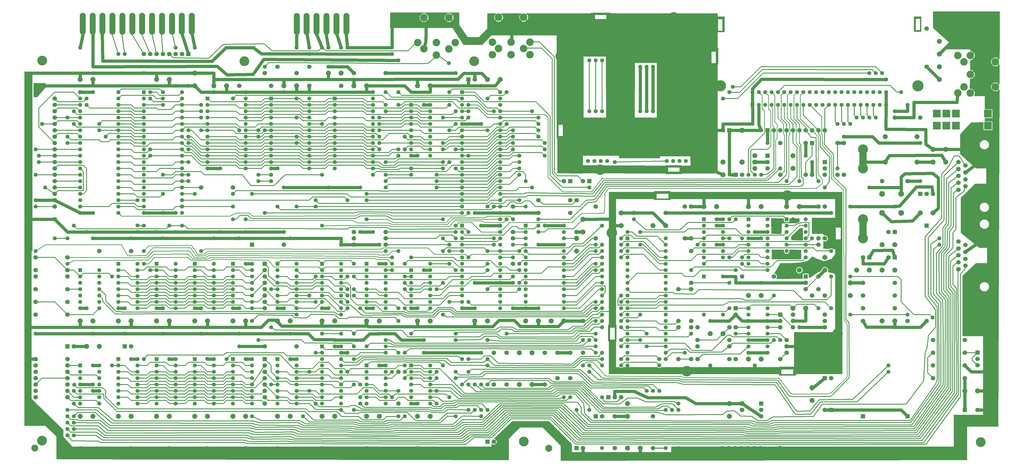
<source format=gbr>
G04 #@! TF.GenerationSoftware,KiCad,Pcbnew,5.1.4+dfsg1-1*
G04 #@! TF.CreationDate,2020-01-23T00:29:47+01:00*
G04 #@! TF.ProjectId,KU-14194HB-REV-B-KiCad,4b552d31-3431-4393-9448-422d5245562d,1.4*
G04 #@! TF.SameCoordinates,Original*
G04 #@! TF.FileFunction,Copper,L1,Top*
G04 #@! TF.FilePolarity,Positive*
%FSLAX46Y46*%
G04 Gerber Fmt 4.6, Leading zero omitted, Abs format (unit mm)*
G04 Created by KiCad (PCBNEW 5.1.4+dfsg1-1) date 2020-01-23 00:29:47*
%MOMM*%
%LPD*%
G04 APERTURE LIST*
%ADD10C,0.100000*%
%ADD11C,1.600000*%
%ADD12R,1.600000X1.600000*%
%ADD13C,1.800000*%
%ADD14R,1.800000X1.800000*%
%ADD15C,2.000000*%
%ADD16R,3.100000X3.100000*%
%ADD17C,1.905000*%
%ADD18O,2.000000X1.905000*%
%ADD19O,2.410000X8.760000*%
%ADD20C,3.000000*%
%ADD21C,2.300000*%
%ADD22C,4.000000*%
%ADD23C,3.900000*%
%ADD24C,2.800000*%
%ADD25C,2.100000*%
%ADD26C,4.500000*%
%ADD27C,4.200000*%
%ADD28C,1.500000*%
%ADD29C,1.300000*%
%ADD30C,0.300000*%
%ADD31C,0.250000*%
%ADD32C,0.400000*%
%ADD33C,0.200000*%
%ADD34C,0.254000*%
%ADD35C,2.900000*%
G04 APERTURE END LIST*
D10*
G36*
X24130000Y-76835000D02*
G01*
X20955000Y-80645000D01*
X19685000Y-80645000D01*
X19685000Y-75247500D01*
X24130000Y-75247500D01*
X24130000Y-76835000D01*
G37*
D11*
X170180000Y-86360000D03*
X170180000Y-101600000D03*
X177800000Y-101600000D03*
X177800000Y-91440000D03*
X177800000Y-93980000D03*
X170180000Y-104140000D03*
X170180000Y-91440000D03*
X177800000Y-99060000D03*
X170180000Y-88900000D03*
X177800000Y-88900000D03*
X177800000Y-96520000D03*
X170180000Y-96520000D03*
X170180000Y-93980000D03*
X170180000Y-99060000D03*
D12*
X170180000Y-83820000D03*
D11*
X177800000Y-104140000D03*
X177800000Y-86360000D03*
X177800000Y-83820000D03*
X240779188Y-106290876D03*
X243319188Y-106290876D03*
X245859188Y-106290876D03*
X248399188Y-106290876D03*
X272259188Y-106290876D03*
X274799188Y-106290876D03*
X277339188Y-106290876D03*
X279879188Y-106290876D03*
D13*
X368300000Y-170180000D03*
D14*
X368300000Y-208280000D03*
D13*
X375920000Y-170180000D03*
D14*
X375920000Y-132080000D03*
D13*
X210820000Y-147320000D03*
X210820000Y-137160000D03*
X210820000Y-134620000D03*
X210820000Y-124460000D03*
D15*
X213360000Y-182880000D03*
X213360000Y-195580000D03*
X218440000Y-195580000D03*
X218440000Y-182880000D03*
D13*
X233680000Y-193040000D03*
X233680000Y-182880000D03*
X228600000Y-193040000D03*
X228600000Y-182880000D03*
X284480000Y-180340000D03*
X297180000Y-180340000D03*
X302260000Y-152400000D03*
X314960000Y-152400000D03*
X45720000Y-142240000D03*
X58420000Y-142240000D03*
X33020000Y-190500000D03*
X20320000Y-190500000D03*
X33020000Y-193040000D03*
X20320000Y-193040000D03*
X33020000Y-198120000D03*
X20320000Y-198120000D03*
X33020000Y-187960000D03*
X20320000Y-187960000D03*
X20320000Y-152400000D03*
X33020000Y-152400000D03*
X116840000Y-68580000D03*
X129540000Y-68580000D03*
X165100000Y-203200000D03*
X165100000Y-190500000D03*
X33020000Y-200660000D03*
X20320000Y-200660000D03*
X20320000Y-149860000D03*
X33020000Y-149860000D03*
X20320000Y-167640000D03*
X33020000Y-167640000D03*
X111760000Y-71120000D03*
X124460000Y-71120000D03*
X327660000Y-111760000D03*
X327660000Y-99060000D03*
X342900000Y-111760000D03*
X342900000Y-99060000D03*
X340360000Y-111760000D03*
X340360000Y-99060000D03*
X160020000Y-134620000D03*
X147320000Y-134620000D03*
X160020000Y-137160000D03*
X147320000Y-137160000D03*
X160020000Y-139700000D03*
X147320000Y-139700000D03*
X378460000Y-193040000D03*
X391160000Y-193040000D03*
X322580000Y-172720000D03*
X335280000Y-172720000D03*
X322580000Y-170180000D03*
X335280000Y-170180000D03*
X335280000Y-167640000D03*
X322580000Y-167640000D03*
X317500000Y-172720000D03*
X317500000Y-185420000D03*
X299720000Y-172720000D03*
X299720000Y-185420000D03*
X332740000Y-137160000D03*
X332740000Y-124460000D03*
X335280000Y-137160000D03*
X335280000Y-124460000D03*
X332740000Y-139700000D03*
X332740000Y-152400000D03*
X363220000Y-160020000D03*
X350520000Y-160020000D03*
X111760000Y-180340000D03*
X124460000Y-180340000D03*
X203200000Y-182880000D03*
X203200000Y-195580000D03*
X317500000Y-99060000D03*
X317500000Y-111760000D03*
X350520000Y-154940000D03*
X363220000Y-154940000D03*
X233680000Y-127000000D03*
X220980000Y-127000000D03*
X236220000Y-121920000D03*
X236220000Y-134620000D03*
X238760000Y-182880000D03*
X238760000Y-170180000D03*
D11*
X205740000Y-78740000D03*
X205740000Y-81280000D03*
X205740000Y-83820000D03*
X205740000Y-86360000D03*
X205740000Y-88900000D03*
X205740000Y-91440000D03*
X205740000Y-93980000D03*
X205740000Y-96520000D03*
X205740000Y-99060000D03*
X205740000Y-101600000D03*
X205740000Y-104140000D03*
X205740000Y-106680000D03*
X205740000Y-109220000D03*
X205740000Y-111760000D03*
X205740000Y-114300000D03*
X205740000Y-116840000D03*
X205740000Y-119380000D03*
X205740000Y-121920000D03*
X205740000Y-124460000D03*
X205740000Y-127000000D03*
X190500000Y-127000000D03*
X190500000Y-124460000D03*
X190500000Y-121920000D03*
X190500000Y-119380000D03*
X190500000Y-116840000D03*
X190500000Y-114300000D03*
X190500000Y-111760000D03*
X190500000Y-109220000D03*
X190500000Y-106680000D03*
X190500000Y-104140000D03*
X190500000Y-101600000D03*
X190500000Y-99060000D03*
X190500000Y-96520000D03*
X190500000Y-93980000D03*
X190500000Y-91440000D03*
X190500000Y-88900000D03*
X190500000Y-86360000D03*
X190500000Y-83820000D03*
X190500000Y-81280000D03*
D12*
X190500000Y-78740000D03*
D11*
X78740000Y-78740000D03*
X78740000Y-81280000D03*
X78740000Y-83820000D03*
X78740000Y-86360000D03*
X78740000Y-88900000D03*
X78740000Y-91440000D03*
X78740000Y-93980000D03*
X78740000Y-96520000D03*
X78740000Y-99060000D03*
X78740000Y-101600000D03*
X78740000Y-104140000D03*
X78740000Y-106680000D03*
X78740000Y-109220000D03*
X78740000Y-111760000D03*
X78740000Y-114300000D03*
X78740000Y-116840000D03*
X78740000Y-119380000D03*
X78740000Y-121920000D03*
X78740000Y-124460000D03*
X78740000Y-127000000D03*
X63500000Y-127000000D03*
X63500000Y-124460000D03*
X63500000Y-121920000D03*
X63500000Y-119380000D03*
X63500000Y-116840000D03*
X63500000Y-114300000D03*
X63500000Y-111760000D03*
X63500000Y-109220000D03*
X63500000Y-106680000D03*
X63500000Y-104140000D03*
X63500000Y-101600000D03*
X63500000Y-99060000D03*
X63500000Y-96520000D03*
X63500000Y-93980000D03*
X63500000Y-91440000D03*
X63500000Y-88900000D03*
X63500000Y-86360000D03*
X63500000Y-83820000D03*
X63500000Y-81280000D03*
D12*
X63500000Y-78740000D03*
D11*
X53340000Y-78740000D03*
X53340000Y-81280000D03*
X53340000Y-83820000D03*
X53340000Y-86360000D03*
X53340000Y-88900000D03*
X53340000Y-91440000D03*
X53340000Y-93980000D03*
X53340000Y-96520000D03*
X53340000Y-99060000D03*
X53340000Y-101600000D03*
X53340000Y-104140000D03*
X53340000Y-106680000D03*
X53340000Y-109220000D03*
X53340000Y-111760000D03*
X53340000Y-114300000D03*
X53340000Y-116840000D03*
X53340000Y-119380000D03*
X53340000Y-121920000D03*
X53340000Y-124460000D03*
X53340000Y-127000000D03*
X38100000Y-127000000D03*
X38100000Y-124460000D03*
X38100000Y-121920000D03*
X38100000Y-119380000D03*
X38100000Y-116840000D03*
X38100000Y-114300000D03*
X38100000Y-111760000D03*
X38100000Y-109220000D03*
X38100000Y-106680000D03*
X38100000Y-104140000D03*
X38100000Y-101600000D03*
X38100000Y-99060000D03*
X38100000Y-96520000D03*
X38100000Y-93980000D03*
X38100000Y-91440000D03*
X38100000Y-88900000D03*
X38100000Y-86360000D03*
X38100000Y-83820000D03*
X38100000Y-81280000D03*
D12*
X38100000Y-78740000D03*
D11*
X106680000Y-147320000D03*
X106680000Y-149860000D03*
X99060000Y-165100000D03*
X99060000Y-152400000D03*
X99060000Y-154940000D03*
X106680000Y-154940000D03*
X99060000Y-149860000D03*
X99060000Y-157480000D03*
X106680000Y-165100000D03*
X106680000Y-157480000D03*
D12*
X99060000Y-147320000D03*
D11*
X106680000Y-162560000D03*
X99060000Y-162560000D03*
X106680000Y-152400000D03*
X99060000Y-160020000D03*
X106680000Y-160020000D03*
X312420000Y-165100000D03*
X312420000Y-167640000D03*
X304800000Y-182880000D03*
X304800000Y-170180000D03*
X304800000Y-172720000D03*
X312420000Y-172720000D03*
X304800000Y-167640000D03*
X304800000Y-175260000D03*
X312420000Y-182880000D03*
X312420000Y-175260000D03*
D12*
X304800000Y-165100000D03*
D11*
X312420000Y-180340000D03*
X304800000Y-180340000D03*
X312420000Y-170180000D03*
X304800000Y-177800000D03*
X312420000Y-177800000D03*
X327660000Y-129540000D03*
X327660000Y-132080000D03*
X327660000Y-134620000D03*
X327660000Y-137160000D03*
X327660000Y-139700000D03*
X327660000Y-142240000D03*
X327660000Y-144780000D03*
X320040000Y-144780000D03*
X320040000Y-142240000D03*
X320040000Y-139700000D03*
X320040000Y-137160000D03*
X320040000Y-134620000D03*
X320040000Y-132080000D03*
D12*
X320040000Y-129540000D03*
D11*
X312420000Y-129540000D03*
X312420000Y-132080000D03*
X304800000Y-147320000D03*
X304800000Y-134620000D03*
X304800000Y-137160000D03*
X312420000Y-137160000D03*
X304800000Y-132080000D03*
X304800000Y-139700000D03*
X312420000Y-147320000D03*
X312420000Y-139700000D03*
D12*
X304800000Y-129540000D03*
D11*
X312420000Y-144780000D03*
X304800000Y-144780000D03*
X312420000Y-134620000D03*
X304800000Y-142240000D03*
X312420000Y-142240000D03*
X294640000Y-129540000D03*
X294640000Y-132080000D03*
X294640000Y-134620000D03*
X294640000Y-137160000D03*
X294640000Y-139700000D03*
X294640000Y-142240000D03*
X294640000Y-144780000D03*
X287020000Y-144780000D03*
X287020000Y-142240000D03*
X287020000Y-139700000D03*
X287020000Y-137160000D03*
X287020000Y-134620000D03*
X287020000Y-132080000D03*
D12*
X287020000Y-129540000D03*
D11*
X45720000Y-187960000D03*
X45720000Y-190500000D03*
X45720000Y-193040000D03*
X45720000Y-195580000D03*
X45720000Y-198120000D03*
X45720000Y-200660000D03*
X45720000Y-203200000D03*
X38100000Y-203200000D03*
X38100000Y-200660000D03*
X38100000Y-198120000D03*
X38100000Y-195580000D03*
X38100000Y-193040000D03*
X38100000Y-190500000D03*
D12*
X38100000Y-187960000D03*
D11*
X45720000Y-149860000D03*
X45720000Y-152400000D03*
X45720000Y-154940000D03*
X45720000Y-157480000D03*
X45720000Y-160020000D03*
X45720000Y-162560000D03*
X45720000Y-165100000D03*
X38100000Y-165100000D03*
X38100000Y-162560000D03*
X38100000Y-160020000D03*
X38100000Y-157480000D03*
X38100000Y-154940000D03*
X38100000Y-152400000D03*
D12*
X38100000Y-149860000D03*
D11*
X177800000Y-187960000D03*
X177800000Y-190500000D03*
X177800000Y-193040000D03*
X177800000Y-195580000D03*
X177800000Y-198120000D03*
X177800000Y-200660000D03*
X177800000Y-203200000D03*
X170180000Y-203200000D03*
X170180000Y-200660000D03*
X170180000Y-198120000D03*
X170180000Y-195580000D03*
X170180000Y-193040000D03*
X170180000Y-190500000D03*
D12*
X170180000Y-187960000D03*
D11*
X160020000Y-187960000D03*
X160020000Y-190500000D03*
X160020000Y-193040000D03*
X160020000Y-195580000D03*
X160020000Y-198120000D03*
X160020000Y-200660000D03*
X160020000Y-203200000D03*
X152400000Y-203200000D03*
X152400000Y-200660000D03*
X152400000Y-198120000D03*
X152400000Y-195580000D03*
X152400000Y-193040000D03*
X152400000Y-190500000D03*
D12*
X152400000Y-187960000D03*
D11*
X124460000Y-185420000D03*
X124460000Y-187960000D03*
X116840000Y-203200000D03*
X116840000Y-190500000D03*
X116840000Y-193040000D03*
X124460000Y-193040000D03*
X116840000Y-187960000D03*
X116840000Y-195580000D03*
X124460000Y-203200000D03*
X124460000Y-195580000D03*
D12*
X116840000Y-185420000D03*
D11*
X124460000Y-200660000D03*
X116840000Y-200660000D03*
X124460000Y-190500000D03*
X116840000Y-198120000D03*
X124460000Y-198120000D03*
X124460000Y-147320000D03*
X124460000Y-149860000D03*
X116840000Y-165100000D03*
X116840000Y-152400000D03*
X116840000Y-154940000D03*
X124460000Y-154940000D03*
X116840000Y-149860000D03*
X116840000Y-157480000D03*
X124460000Y-165100000D03*
X124460000Y-157480000D03*
D12*
X116840000Y-147320000D03*
D11*
X124460000Y-162560000D03*
X116840000Y-162560000D03*
X124460000Y-152400000D03*
X116840000Y-160020000D03*
X124460000Y-160020000D03*
D13*
X332740000Y-157480000D03*
X330200000Y-160020000D03*
X335280000Y-160020000D03*
X335280000Y-111760000D03*
X335280000Y-109220000D03*
D14*
X335280000Y-106680000D03*
D13*
X312420000Y-109220000D03*
X312420000Y-106680000D03*
D14*
X312420000Y-104140000D03*
D13*
X327660000Y-157480000D03*
X327660000Y-154940000D03*
D14*
X327660000Y-152400000D03*
D13*
X320040000Y-180340000D03*
X320040000Y-182880000D03*
X320040000Y-177800000D03*
D15*
X304800000Y-160020000D03*
X309880000Y-160020000D03*
X73660000Y-73660000D03*
X68580000Y-73660000D03*
X83820000Y-76200000D03*
X83820000Y-71120000D03*
X200660000Y-73660000D03*
X205740000Y-73660000D03*
X43180000Y-208280000D03*
X38100000Y-208280000D03*
X45720000Y-180340000D03*
X40640000Y-180340000D03*
X38100000Y-170180000D03*
X43180000Y-170180000D03*
X172720000Y-208280000D03*
X177800000Y-208280000D03*
X152400000Y-208280000D03*
X157480000Y-208280000D03*
X38100000Y-73660000D03*
X43180000Y-73660000D03*
X137160000Y-71120000D03*
X142240000Y-71120000D03*
X322580000Y-109220000D03*
X322580000Y-104140000D03*
X297180000Y-208280000D03*
X297180000Y-203200000D03*
X330200000Y-201930000D03*
X330200000Y-196850000D03*
X396240000Y-198120000D03*
X391160000Y-198120000D03*
X373380000Y-127000000D03*
X378460000Y-127000000D03*
X381000000Y-73660000D03*
X381000000Y-68580000D03*
X383540000Y-101600000D03*
X383540000Y-106680000D03*
X378460000Y-106680000D03*
X378460000Y-101600000D03*
X381000000Y-58420000D03*
X381000000Y-63500000D03*
X358140000Y-139700000D03*
X363220000Y-139700000D03*
X304800000Y-124460000D03*
X309880000Y-124460000D03*
X320040000Y-124460000D03*
X325120000Y-124460000D03*
X347980000Y-149860000D03*
X353060000Y-149860000D03*
X363220000Y-170180000D03*
X358140000Y-170180000D03*
X320040000Y-149860000D03*
X325120000Y-149860000D03*
X335280000Y-149860000D03*
X335280000Y-144780000D03*
D13*
X281940000Y-137160000D03*
X279400000Y-137160000D03*
X281940000Y-124460000D03*
X279400000Y-124460000D03*
D16*
X400376375Y-87295006D03*
X400376375Y-92125006D03*
X379966375Y-87295006D03*
X387586375Y-87295006D03*
X383776375Y-87295006D03*
X379966375Y-92125006D03*
X387586375Y-92125006D03*
X383776375Y-92125006D03*
D13*
X391460000Y-108065000D03*
X391460000Y-110835000D03*
X391460000Y-113605000D03*
X391460000Y-116375000D03*
X388620000Y-106680000D03*
X388620000Y-109450000D03*
X388620000Y-112220000D03*
X388620000Y-114990000D03*
X388620000Y-117760000D03*
X391460000Y-139815000D03*
X391460000Y-142585000D03*
X391460000Y-145355000D03*
X391460000Y-148125000D03*
X388620000Y-138430000D03*
X388620000Y-141200000D03*
X388620000Y-143970000D03*
X388620000Y-146740000D03*
X388620000Y-149510000D03*
D17*
X307340000Y-109220000D03*
D18*
X307340000Y-106680000D03*
X307340000Y-104140000D03*
D19*
X39116000Y-51435000D03*
X43076000Y-51435000D03*
X47036000Y-51435000D03*
X50996000Y-51435000D03*
X54956000Y-51435000D03*
X58916000Y-51435000D03*
X62876000Y-51435000D03*
X66836000Y-51435000D03*
X70796000Y-51435000D03*
X74756000Y-51435000D03*
X78716000Y-51435000D03*
X82676000Y-51435000D03*
D13*
X20320000Y-185420000D03*
X33020000Y-185420000D03*
X119380000Y-139700000D03*
D14*
X106680000Y-139700000D03*
D13*
X33020000Y-195580000D03*
X20320000Y-195580000D03*
D14*
X33020000Y-180340000D03*
D13*
X35560000Y-180340000D03*
D14*
X81280000Y-63500000D03*
D13*
X78740000Y-63500000D03*
X76200000Y-63500000D03*
X73660000Y-63500000D03*
X71120000Y-63500000D03*
X68580000Y-63500000D03*
X66040000Y-63500000D03*
X63500000Y-63500000D03*
D14*
X312420000Y-93980000D03*
D13*
X314960000Y-93980000D03*
X317500000Y-93980000D03*
X320040000Y-93980000D03*
X322580000Y-93980000D03*
X325120000Y-93980000D03*
X327660000Y-93980000D03*
X330200000Y-93980000D03*
X332740000Y-93980000D03*
X335280000Y-93980000D03*
D19*
X124538970Y-51460801D03*
X128498970Y-51460801D03*
X132458970Y-51460801D03*
X136418970Y-51460801D03*
X140378970Y-51460801D03*
X144338970Y-51460801D03*
D14*
X330200000Y-99060000D03*
D13*
X330200000Y-111760000D03*
D14*
X193040000Y-73660000D03*
D13*
X195580000Y-73660000D03*
D14*
X302260000Y-203200000D03*
D13*
X302260000Y-205740000D03*
X360680000Y-134620000D03*
D14*
X363220000Y-134620000D03*
D13*
X101600000Y-76200000D03*
X114300000Y-76200000D03*
X147320000Y-71120000D03*
X160020000Y-71120000D03*
X142240000Y-76200000D03*
X129540000Y-76200000D03*
X86360000Y-116840000D03*
X99060000Y-116840000D03*
X20320000Y-144780000D03*
X33020000Y-144780000D03*
X33020000Y-157480000D03*
X20320000Y-157480000D03*
X33020000Y-162560000D03*
X20320000Y-162560000D03*
X378460000Y-177800000D03*
X391160000Y-177800000D03*
X378460000Y-187960000D03*
X391160000Y-187960000D03*
X378460000Y-182880000D03*
X391160000Y-182880000D03*
X335280000Y-205740000D03*
D14*
X335280000Y-193040000D03*
X337820000Y-205740000D03*
D13*
X337820000Y-193040000D03*
X363220000Y-88900000D03*
X373380000Y-88900000D03*
X368300000Y-114300000D03*
X358140000Y-114300000D03*
X309880000Y-205740000D03*
X309880000Y-208280000D03*
D14*
X309880000Y-203200000D03*
X373380000Y-119380000D03*
D13*
X378460000Y-119380000D03*
X375920000Y-119380000D03*
X350520000Y-170180000D03*
D14*
X350520000Y-208280000D03*
X391160000Y-205740000D03*
D13*
X396240000Y-205740000D03*
X27940000Y-129540000D03*
X27940000Y-124460000D03*
X27940000Y-121920000D03*
X27940000Y-119380000D03*
X27940000Y-116840000D03*
X27940000Y-114300000D03*
X27940000Y-111760000D03*
X27940000Y-109220000D03*
X27940000Y-106680000D03*
X27940000Y-104140000D03*
X27940000Y-101600000D03*
X27940000Y-99060000D03*
X27940000Y-96520000D03*
X27940000Y-93980000D03*
X27940000Y-91440000D03*
X27940000Y-88900000D03*
X27940000Y-86360000D03*
X27940000Y-83820000D03*
X27940000Y-81280000D03*
D20*
X393375585Y-64102692D03*
X393375585Y-71602692D03*
X393375585Y-79102692D03*
X390875585Y-66602692D03*
X390875585Y-76602692D03*
X388375585Y-64102692D03*
X388375585Y-79102692D03*
X403375585Y-66602692D03*
X403375585Y-76602692D03*
X172798917Y-58908903D03*
X175298917Y-61408903D03*
X180298917Y-58908903D03*
X185298917Y-61448903D03*
X187798917Y-58908903D03*
X180298917Y-63908903D03*
X175298917Y-48908903D03*
X185298917Y-48908903D03*
D14*
X396240000Y-182775000D03*
D13*
X396240000Y-185315000D03*
X396240000Y-187855000D03*
D21*
X365760000Y-119380000D03*
X358140000Y-119380000D03*
X358140000Y-127000000D03*
X365760000Y-127000000D03*
D22*
X350520000Y-137160000D03*
X350520000Y-129540000D03*
X350520000Y-109220000D03*
X350520000Y-101600000D03*
D15*
X359410000Y-106680000D03*
X359410000Y-96520000D03*
X372110000Y-96520000D03*
X372110000Y-106680000D03*
D13*
X375920000Y-53340000D03*
X375920000Y-68580000D03*
X281940000Y-154940000D03*
X281940000Y-142240000D03*
X297180000Y-185420000D03*
X284480000Y-185420000D03*
X363220000Y-165100000D03*
X350520000Y-165100000D03*
D15*
X322580000Y-165100000D03*
X327660000Y-165100000D03*
D13*
X111760000Y-165100000D03*
X111760000Y-162560000D03*
X111760000Y-160020000D03*
X111760000Y-157480000D03*
X111760000Y-154940000D03*
X111760000Y-152400000D03*
X111760000Y-149860000D03*
D14*
X111760000Y-147320000D03*
X111760000Y-185420000D03*
D13*
X111760000Y-187960000D03*
X111760000Y-190500000D03*
X111760000Y-193040000D03*
X111760000Y-195580000D03*
X111760000Y-198120000D03*
X111760000Y-200660000D03*
X111760000Y-203200000D03*
D15*
X53340000Y-170180000D03*
X58420000Y-170180000D03*
X68580000Y-170180000D03*
X73660000Y-170180000D03*
X83820000Y-170180000D03*
X88900000Y-170180000D03*
X99060000Y-170180000D03*
X104140000Y-170180000D03*
X116840000Y-170180000D03*
X121920000Y-170180000D03*
X58420000Y-208280000D03*
X53340000Y-208280000D03*
X73660000Y-208280000D03*
X68580000Y-208280000D03*
X88900000Y-208280000D03*
X83820000Y-208280000D03*
X104140000Y-208280000D03*
X99060000Y-208280000D03*
X121920000Y-208280000D03*
X116840000Y-208280000D03*
X96520000Y-76200000D03*
X91440000Y-76200000D03*
X119380000Y-76200000D03*
X124460000Y-76200000D03*
X147320000Y-76200000D03*
X152400000Y-76200000D03*
X195580000Y-170180000D03*
X200660000Y-170180000D03*
D13*
X243840000Y-124460000D03*
X243840000Y-137160000D03*
D11*
X88900000Y-101600000D03*
X88900000Y-83820000D03*
X88900000Y-93980000D03*
X104140000Y-106680000D03*
X104140000Y-86360000D03*
X104140000Y-88900000D03*
X104140000Y-109220000D03*
X104140000Y-104140000D03*
X104140000Y-81280000D03*
X104140000Y-99060000D03*
X104140000Y-96520000D03*
X88900000Y-86360000D03*
X88900000Y-91440000D03*
D12*
X88900000Y-81280000D03*
D11*
X88900000Y-96520000D03*
X88900000Y-99060000D03*
X104140000Y-101600000D03*
X104140000Y-91440000D03*
X104140000Y-83820000D03*
X104140000Y-93980000D03*
X88900000Y-109220000D03*
X88900000Y-106680000D03*
X88900000Y-104140000D03*
X88900000Y-88900000D03*
X114300000Y-88900000D03*
X114300000Y-104140000D03*
X114300000Y-106680000D03*
X114300000Y-109220000D03*
X129540000Y-93980000D03*
X129540000Y-83820000D03*
X129540000Y-91440000D03*
X129540000Y-101600000D03*
X114300000Y-99060000D03*
X114300000Y-96520000D03*
D12*
X114300000Y-81280000D03*
D11*
X114300000Y-91440000D03*
X114300000Y-86360000D03*
X129540000Y-96520000D03*
X129540000Y-99060000D03*
X129540000Y-81280000D03*
X129540000Y-104140000D03*
X129540000Y-109220000D03*
X129540000Y-88900000D03*
X129540000Y-86360000D03*
X129540000Y-106680000D03*
X114300000Y-93980000D03*
X114300000Y-83820000D03*
X114300000Y-101600000D03*
X139700000Y-88900000D03*
X139700000Y-104140000D03*
X139700000Y-106680000D03*
X139700000Y-109220000D03*
X154940000Y-93980000D03*
X154940000Y-83820000D03*
X154940000Y-91440000D03*
X154940000Y-101600000D03*
X139700000Y-99060000D03*
X139700000Y-96520000D03*
D12*
X139700000Y-81280000D03*
D11*
X139700000Y-91440000D03*
X139700000Y-86360000D03*
X154940000Y-96520000D03*
X154940000Y-99060000D03*
X154940000Y-81280000D03*
X154940000Y-104140000D03*
X154940000Y-109220000D03*
X154940000Y-88900000D03*
X154940000Y-86360000D03*
X154940000Y-106680000D03*
X139700000Y-93980000D03*
X139700000Y-83820000D03*
X139700000Y-101600000D03*
X205740000Y-162560000D03*
X205740000Y-152400000D03*
X205740000Y-144780000D03*
X205740000Y-154940000D03*
X190500000Y-160020000D03*
X190500000Y-157480000D03*
X190500000Y-154940000D03*
X190500000Y-139700000D03*
X190500000Y-152400000D03*
X190500000Y-134620000D03*
X190500000Y-144780000D03*
X190500000Y-165100000D03*
X205740000Y-147320000D03*
X205740000Y-149860000D03*
X190500000Y-162560000D03*
X205740000Y-165100000D03*
X205740000Y-142240000D03*
X205740000Y-160020000D03*
X205740000Y-157480000D03*
X190500000Y-137160000D03*
X190500000Y-142240000D03*
D12*
X190500000Y-132080000D03*
D11*
X190500000Y-147320000D03*
X190500000Y-149860000D03*
X205740000Y-139700000D03*
X205740000Y-137160000D03*
X205740000Y-134620000D03*
X205740000Y-132080000D03*
D14*
X297180000Y-93980000D03*
D13*
X294640000Y-93980000D03*
X350520000Y-144780000D03*
D14*
X353060000Y-144780000D03*
X317500000Y-167640000D03*
D13*
X317500000Y-170180000D03*
X299720000Y-167640000D03*
D14*
X299720000Y-165100000D03*
D15*
X345440000Y-154940000D03*
X345440000Y-160020000D03*
X358140000Y-149860000D03*
X363220000Y-149860000D03*
D14*
X363220000Y-144780000D03*
D13*
X360680000Y-144780000D03*
D11*
X308940000Y-83820000D03*
D12*
X306400000Y-83820000D03*
D11*
X311480000Y-83820000D03*
X314020000Y-83820000D03*
X316560000Y-83820000D03*
X319100000Y-83820000D03*
X321640000Y-83820000D03*
X324180000Y-83820000D03*
X326720000Y-83820000D03*
X329260000Y-83820000D03*
X331800000Y-83820000D03*
X334340000Y-83820000D03*
X336880000Y-83820000D03*
X339420000Y-83820000D03*
X341960000Y-83820000D03*
X344500000Y-83820000D03*
X347040000Y-83820000D03*
X349580000Y-83820000D03*
X352120000Y-83820000D03*
X354660000Y-83820000D03*
X357200000Y-83820000D03*
X359740000Y-83820000D03*
X306400000Y-78740000D03*
X308940000Y-78740000D03*
X311480000Y-78740000D03*
X314020000Y-78740000D03*
X316560000Y-78740000D03*
X319100000Y-78740000D03*
X321640000Y-78740000D03*
X324180000Y-78740000D03*
X326720000Y-78740000D03*
X329260000Y-78740000D03*
X331800000Y-78740000D03*
X334340000Y-78740000D03*
X336880000Y-78740000D03*
X339420000Y-78740000D03*
X341960000Y-78740000D03*
X344500000Y-78740000D03*
X347040000Y-78740000D03*
X349580000Y-78740000D03*
X352120000Y-78740000D03*
X354660000Y-78740000D03*
X357200000Y-78740000D03*
X359740000Y-78740000D03*
D15*
X152400000Y-170180000D03*
X157480000Y-170180000D03*
D11*
X160020000Y-160020000D03*
X152400000Y-160020000D03*
X160020000Y-152400000D03*
X152400000Y-162560000D03*
X160020000Y-162560000D03*
D12*
X152400000Y-147320000D03*
D11*
X160020000Y-157480000D03*
X160020000Y-165100000D03*
X152400000Y-157480000D03*
X152400000Y-149860000D03*
X160020000Y-154940000D03*
X152400000Y-154940000D03*
X152400000Y-152400000D03*
X152400000Y-165100000D03*
X160020000Y-149860000D03*
X160020000Y-147320000D03*
D15*
X172720000Y-76200000D03*
X177800000Y-76200000D03*
D14*
X241300000Y-114300000D03*
D13*
X238760000Y-114300000D03*
X302260000Y-111760000D03*
D14*
X299720000Y-111760000D03*
D15*
X294640000Y-111760000D03*
X294640000Y-106680000D03*
X139700000Y-170180000D03*
X134620000Y-170180000D03*
X172720000Y-170180000D03*
X177800000Y-170180000D03*
D14*
X200660000Y-218440000D03*
D13*
X203200000Y-218440000D03*
D15*
X238760000Y-134620000D03*
X238760000Y-129540000D03*
X134620000Y-208280000D03*
X139700000Y-208280000D03*
X215900000Y-170180000D03*
X220980000Y-170180000D03*
X226060000Y-170180000D03*
X231140000Y-170180000D03*
X256540000Y-208280000D03*
X256540000Y-203200000D03*
X256540000Y-220980000D03*
X261620000Y-220980000D03*
X254000000Y-127000000D03*
X254000000Y-132080000D03*
D14*
X236220000Y-220980000D03*
D13*
X238760000Y-220980000D03*
D14*
X243840000Y-208280000D03*
D13*
X246380000Y-208280000D03*
D15*
X271780000Y-132080000D03*
X266700000Y-132080000D03*
D13*
X208280000Y-195580000D03*
X208280000Y-182880000D03*
X223520000Y-182880000D03*
X223520000Y-195580000D03*
X251460000Y-208280000D03*
X251460000Y-220980000D03*
X233680000Y-121920000D03*
X220980000Y-121920000D03*
X276860000Y-170180000D03*
X276860000Y-157480000D03*
X276860000Y-185420000D03*
X276860000Y-172720000D03*
X271780000Y-127000000D03*
X259080000Y-127000000D03*
X266700000Y-208280000D03*
X266700000Y-220980000D03*
D14*
X248920000Y-200660000D03*
D13*
X251460000Y-200660000D03*
X254000000Y-200660000D03*
D11*
X60960000Y-147320000D03*
X60960000Y-149860000D03*
X53340000Y-165100000D03*
X53340000Y-152400000D03*
X53340000Y-154940000D03*
X60960000Y-154940000D03*
X53340000Y-149860000D03*
X53340000Y-157480000D03*
X60960000Y-165100000D03*
X60960000Y-157480000D03*
D12*
X53340000Y-147320000D03*
D11*
X60960000Y-162560000D03*
X53340000Y-162560000D03*
X60960000Y-152400000D03*
X53340000Y-160020000D03*
X60960000Y-160020000D03*
X76200000Y-160020000D03*
X68580000Y-160020000D03*
X76200000Y-152400000D03*
X68580000Y-162560000D03*
X76200000Y-162560000D03*
D12*
X68580000Y-147320000D03*
D11*
X76200000Y-157480000D03*
X76200000Y-165100000D03*
X68580000Y-157480000D03*
X68580000Y-149860000D03*
X76200000Y-154940000D03*
X68580000Y-154940000D03*
X68580000Y-152400000D03*
X68580000Y-165100000D03*
X76200000Y-149860000D03*
X76200000Y-147320000D03*
X91440000Y-160020000D03*
X83820000Y-160020000D03*
X91440000Y-152400000D03*
X83820000Y-162560000D03*
X91440000Y-162560000D03*
D12*
X83820000Y-147320000D03*
D11*
X91440000Y-157480000D03*
X91440000Y-165100000D03*
X83820000Y-157480000D03*
X83820000Y-149860000D03*
X91440000Y-154940000D03*
X83820000Y-154940000D03*
X83820000Y-152400000D03*
X83820000Y-165100000D03*
X91440000Y-149860000D03*
X91440000Y-147320000D03*
D12*
X256540000Y-137160000D03*
D11*
X256540000Y-139700000D03*
X256540000Y-142240000D03*
X256540000Y-144780000D03*
X256540000Y-147320000D03*
X256540000Y-149860000D03*
X256540000Y-152400000D03*
X256540000Y-154940000D03*
X256540000Y-157480000D03*
X256540000Y-160020000D03*
X256540000Y-162560000D03*
X256540000Y-165100000D03*
X256540000Y-167640000D03*
X256540000Y-170180000D03*
X256540000Y-172720000D03*
X256540000Y-175260000D03*
X256540000Y-177800000D03*
X256540000Y-180340000D03*
X256540000Y-182880000D03*
X256540000Y-185420000D03*
X271780000Y-185420000D03*
X271780000Y-182880000D03*
X271780000Y-180340000D03*
X271780000Y-177800000D03*
X271780000Y-175260000D03*
X271780000Y-172720000D03*
X271780000Y-170180000D03*
X271780000Y-167640000D03*
X271780000Y-165100000D03*
X271780000Y-162560000D03*
X271780000Y-160020000D03*
X271780000Y-157480000D03*
X271780000Y-154940000D03*
X271780000Y-152400000D03*
X271780000Y-149860000D03*
X271780000Y-147320000D03*
X271780000Y-144780000D03*
X271780000Y-142240000D03*
X271780000Y-139700000D03*
X271780000Y-137160000D03*
X60960000Y-198120000D03*
X53340000Y-198120000D03*
X60960000Y-190500000D03*
X53340000Y-200660000D03*
X60960000Y-200660000D03*
D12*
X53340000Y-185420000D03*
D11*
X60960000Y-195580000D03*
X60960000Y-203200000D03*
X53340000Y-195580000D03*
X53340000Y-187960000D03*
X60960000Y-193040000D03*
X53340000Y-193040000D03*
X53340000Y-190500000D03*
X53340000Y-203200000D03*
X60960000Y-187960000D03*
X60960000Y-185420000D03*
X76200000Y-198120000D03*
X68580000Y-198120000D03*
X76200000Y-190500000D03*
X68580000Y-200660000D03*
X76200000Y-200660000D03*
D12*
X68580000Y-185420000D03*
D11*
X76200000Y-195580000D03*
X76200000Y-203200000D03*
X68580000Y-195580000D03*
X68580000Y-187960000D03*
X76200000Y-193040000D03*
X68580000Y-193040000D03*
X68580000Y-190500000D03*
X68580000Y-203200000D03*
X76200000Y-187960000D03*
X76200000Y-185420000D03*
X91440000Y-185420000D03*
X91440000Y-187960000D03*
X83820000Y-203200000D03*
X83820000Y-190500000D03*
X83820000Y-193040000D03*
X91440000Y-193040000D03*
X83820000Y-187960000D03*
X83820000Y-195580000D03*
X91440000Y-203200000D03*
X91440000Y-195580000D03*
D12*
X83820000Y-185420000D03*
D11*
X91440000Y-200660000D03*
X83820000Y-200660000D03*
X91440000Y-190500000D03*
X83820000Y-198120000D03*
X91440000Y-198120000D03*
X106680000Y-198120000D03*
X99060000Y-198120000D03*
X106680000Y-190500000D03*
X99060000Y-200660000D03*
X106680000Y-200660000D03*
D12*
X99060000Y-185420000D03*
D11*
X106680000Y-195580000D03*
X106680000Y-203200000D03*
X99060000Y-195580000D03*
X99060000Y-187960000D03*
X106680000Y-193040000D03*
X99060000Y-193040000D03*
X99060000Y-190500000D03*
X99060000Y-203200000D03*
X106680000Y-187960000D03*
X106680000Y-185420000D03*
X142240000Y-160020000D03*
X134620000Y-160020000D03*
X142240000Y-152400000D03*
X134620000Y-162560000D03*
X142240000Y-162560000D03*
D12*
X134620000Y-147320000D03*
D11*
X142240000Y-157480000D03*
X142240000Y-165100000D03*
X134620000Y-157480000D03*
X134620000Y-149860000D03*
X142240000Y-154940000D03*
X134620000Y-154940000D03*
X134620000Y-152400000D03*
X134620000Y-165100000D03*
X142240000Y-149860000D03*
X142240000Y-147320000D03*
D12*
X170180000Y-149860000D03*
D11*
X170180000Y-152400000D03*
X170180000Y-154940000D03*
X170180000Y-157480000D03*
X170180000Y-160020000D03*
X170180000Y-162560000D03*
X170180000Y-165100000D03*
X177800000Y-165100000D03*
X177800000Y-162560000D03*
X177800000Y-160020000D03*
X177800000Y-157480000D03*
X177800000Y-154940000D03*
X177800000Y-152400000D03*
X177800000Y-149860000D03*
X134620000Y-182880000D03*
X142240000Y-198120000D03*
X134620000Y-198120000D03*
X142240000Y-203200000D03*
X142240000Y-193040000D03*
X142240000Y-195580000D03*
X134620000Y-200660000D03*
X134620000Y-187960000D03*
X142240000Y-200660000D03*
X134620000Y-185420000D03*
X142240000Y-190500000D03*
X134620000Y-193040000D03*
X134620000Y-190500000D03*
X134620000Y-195580000D03*
D12*
X134620000Y-180340000D03*
D11*
X134620000Y-203200000D03*
X142240000Y-187960000D03*
X142240000Y-185420000D03*
X142240000Y-182880000D03*
X142240000Y-180340000D03*
X231140000Y-162560000D03*
X231140000Y-152400000D03*
X231140000Y-144780000D03*
X231140000Y-154940000D03*
X215900000Y-160020000D03*
X215900000Y-157480000D03*
X215900000Y-154940000D03*
X215900000Y-139700000D03*
X215900000Y-152400000D03*
X215900000Y-134620000D03*
X215900000Y-144780000D03*
X215900000Y-165100000D03*
X231140000Y-147320000D03*
X231140000Y-149860000D03*
X215900000Y-162560000D03*
X231140000Y-165100000D03*
X231140000Y-142240000D03*
X231140000Y-160020000D03*
X231140000Y-157480000D03*
X215900000Y-137160000D03*
X215900000Y-142240000D03*
D12*
X215900000Y-132080000D03*
D11*
X215900000Y-147320000D03*
X215900000Y-149860000D03*
X231140000Y-139700000D03*
X231140000Y-137160000D03*
X231140000Y-134620000D03*
X231140000Y-132080000D03*
D14*
X233680000Y-114300000D03*
D13*
X231140000Y-114300000D03*
X281940000Y-157480000D03*
X281940000Y-170180000D03*
D11*
X287020000Y-167640000D03*
D12*
X287020000Y-152400000D03*
D11*
X294640000Y-152400000D03*
X294640000Y-167640000D03*
D13*
X281940000Y-185420000D03*
X281940000Y-172720000D03*
D15*
X294640000Y-175260000D03*
X289560000Y-175260000D03*
D13*
X297180000Y-172720000D03*
X284480000Y-172720000D03*
X284480000Y-177800000D03*
X297180000Y-177800000D03*
D15*
X309880000Y-185420000D03*
X304800000Y-185420000D03*
X236220000Y-137160000D03*
X236220000Y-142240000D03*
D20*
X202609428Y-58796403D03*
X215109428Y-48796403D03*
X205109428Y-48796403D03*
X217609428Y-58796403D03*
X215109428Y-61336403D03*
X210109428Y-58796403D03*
X205109428Y-61296403D03*
X217609428Y-63796403D03*
X210109428Y-63796403D03*
X202609428Y-63796403D03*
D14*
X55880000Y-180340000D03*
D13*
X58420000Y-180340000D03*
D23*
X397573500Y-218630500D03*
X215201500Y-218376500D03*
X22860000Y-218059000D03*
X22987000Y-66167000D03*
X103632000Y-66421000D03*
X195326000Y-66421000D03*
D24*
X225171000Y-221107000D03*
X20002500Y-220980000D03*
D11*
X309880000Y-93980000D03*
D25*
X302260000Y-93980000D03*
D11*
X312420000Y-99060000D03*
X368300000Y-83820000D03*
X363220000Y-86360000D03*
X43180000Y-195580000D03*
X43180000Y-198120000D03*
X43180000Y-175260000D03*
X55880000Y-175260000D03*
X71120000Y-175260000D03*
X86360000Y-175260000D03*
X86360000Y-165100000D03*
X71120000Y-165100000D03*
X55880000Y-165100000D03*
X43180000Y-137160000D03*
X43180000Y-127000000D03*
X58420000Y-137160000D03*
X71120000Y-137160000D03*
X71120000Y-127000000D03*
X76200000Y-127000000D03*
X20320000Y-121920000D03*
X20320000Y-175260000D03*
X121920000Y-185420000D03*
X101600000Y-180340000D03*
X101600000Y-175260000D03*
X121920000Y-175260000D03*
X157480000Y-175260000D03*
X175260000Y-182880000D03*
X175260000Y-177800000D03*
X198120000Y-182880000D03*
X157480000Y-139700000D03*
X121920000Y-137160000D03*
X142240000Y-139700000D03*
X139700000Y-180340000D03*
X139700000Y-177800000D03*
X91440000Y-137160000D03*
X101600000Y-137160000D03*
X76200000Y-76200000D03*
X81280000Y-76200000D03*
X20320000Y-78740000D03*
X20320000Y-76200000D03*
X91440000Y-78740000D03*
X104140000Y-78740000D03*
X154940000Y-78740000D03*
X119380000Y-78740000D03*
X129540000Y-78740000D03*
X198120000Y-91440000D03*
X198120000Y-76200000D03*
X198120000Y-132080000D03*
X43180000Y-187960000D03*
X157480000Y-147320000D03*
X175260000Y-149860000D03*
X101600000Y-165100000D03*
X175260000Y-83820000D03*
X157480000Y-187960000D03*
X154940000Y-81280000D03*
D26*
X293624000Y-76200000D03*
D23*
X401002500Y-166497000D03*
X397700500Y-54483000D03*
D27*
X280289000Y-190246000D03*
D11*
X266700000Y-109220000D03*
X264160000Y-109220000D03*
X261620000Y-109220000D03*
X259080000Y-109220000D03*
X276860000Y-220980000D03*
X294397700Y-220879200D03*
X296937700Y-220879200D03*
X299477700Y-220879200D03*
X302017700Y-220879200D03*
X304557700Y-220879200D03*
X307097700Y-220879200D03*
X309637700Y-220879200D03*
X317386300Y-220784900D03*
D27*
X250287600Y-134974000D03*
D11*
X259080000Y-119380000D03*
X261620000Y-119380000D03*
X264160000Y-119380000D03*
X281940000Y-119380000D03*
X284480000Y-119380000D03*
X289560000Y-119380000D03*
X287020000Y-109220000D03*
X284480000Y-109220000D03*
X289560000Y-109220000D03*
D27*
X229886900Y-64342900D03*
X245666100Y-109729900D03*
X274981500Y-48828200D03*
D11*
X266700000Y-119380000D03*
X330200000Y-106680000D03*
X40640000Y-165100000D03*
X40640000Y-134620000D03*
X60960000Y-134620000D03*
X76200000Y-134620000D03*
X68580000Y-134620000D03*
X43180000Y-78740000D03*
X38100000Y-220980000D03*
X58420000Y-220980000D03*
X73660000Y-220980000D03*
X88900000Y-220980000D03*
X104140000Y-220980000D03*
X116840000Y-220980000D03*
X58420000Y-185420000D03*
X73660000Y-185420000D03*
X88813700Y-185323000D03*
X104140000Y-185420000D03*
X172720000Y-203200000D03*
X172720000Y-165100000D03*
X154940000Y-165100000D03*
X137160000Y-165100000D03*
X119380000Y-165100000D03*
X154940000Y-134620000D03*
X149860000Y-134620000D03*
X119380000Y-134620000D03*
X104140000Y-147320000D03*
X104140000Y-134620000D03*
X93980000Y-134620000D03*
X119380000Y-116840000D03*
X63500000Y-71120000D03*
X83820000Y-60960000D03*
X93980000Y-109220000D03*
X116840000Y-109220000D03*
X137160000Y-116840000D03*
X149860000Y-116840000D03*
X144780000Y-60960000D03*
X195580000Y-127000000D03*
X195580000Y-154940000D03*
X195580000Y-165100000D03*
X210820000Y-165100000D03*
X210820000Y-154940000D03*
X220980000Y-134620000D03*
X220980000Y-165100000D03*
X281940000Y-109220000D03*
D28*
X172720000Y-220980000D03*
D11*
X152400000Y-220980000D03*
X134620000Y-220980000D03*
X172720000Y-104140000D03*
X38100000Y-60960000D03*
X246380000Y-220980000D03*
X256540000Y-187960000D03*
X289560000Y-170180000D03*
X307340000Y-187960000D03*
X307340000Y-134620000D03*
X289560000Y-187960000D03*
D27*
X340360000Y-175260000D03*
X320308200Y-120046200D03*
D11*
X287020000Y-119380000D03*
X322580000Y-137160000D03*
X322580000Y-129540000D03*
D15*
X287020000Y-124460000D03*
D26*
X372491000Y-76200000D03*
D23*
X390271000Y-54038500D03*
D24*
X400621500Y-51181000D03*
D27*
X290621000Y-93787600D03*
D11*
X359780000Y-73660000D03*
X20320000Y-124460000D03*
X33020000Y-96520000D03*
X48260000Y-96520000D03*
X162560000Y-144780000D03*
X20320000Y-142240000D03*
X165100000Y-142240000D03*
X33020000Y-147320000D03*
X162560000Y-147320000D03*
X83820000Y-119380000D03*
X71120000Y-119380000D03*
X134620000Y-60960000D03*
X71120000Y-78740000D03*
X71120000Y-81280000D03*
X66040000Y-78740000D03*
X66040000Y-81280000D03*
X33020000Y-210820000D03*
X24130000Y-116840000D03*
X35560000Y-213360000D03*
X21590000Y-106680000D03*
X33020000Y-213360000D03*
X21590000Y-104140000D03*
X35560000Y-215900000D03*
X20320000Y-101600000D03*
X35560000Y-198120000D03*
X33020000Y-99060000D03*
X40640000Y-81280000D03*
X167640000Y-208280000D03*
X167640000Y-190500000D03*
X35732200Y-195669200D03*
X27940000Y-137160000D03*
X33020000Y-137160000D03*
X165100000Y-208280000D03*
X167640000Y-193040000D03*
X35560000Y-210820000D03*
X22860000Y-91440000D03*
X35560000Y-203200000D03*
X33020000Y-88900000D03*
X33020000Y-205740000D03*
X35560000Y-208280000D03*
X33020000Y-208280000D03*
X40640000Y-83820000D03*
X35560000Y-86360000D03*
X45720000Y-91440000D03*
X35560000Y-91440000D03*
X55880000Y-63500000D03*
X180340000Y-190500000D03*
X233680000Y-200660000D03*
X180340000Y-198120000D03*
X180340000Y-193040000D03*
X231140000Y-200660000D03*
X381000000Y-137160000D03*
X241300000Y-205740000D03*
X236220000Y-205740000D03*
X381000000Y-139700000D03*
X162560000Y-63500000D03*
X266700000Y-68580000D03*
X266700000Y-86360000D03*
X342900000Y-96520000D03*
X373380000Y-99060000D03*
X373380000Y-114300000D03*
X129540000Y-63500000D03*
X63500000Y-185420000D03*
X160020000Y-182880000D03*
X165100000Y-170180000D03*
X106680000Y-170180000D03*
X76200000Y-60960000D03*
X45720000Y-93980000D03*
X101600000Y-93980000D03*
X111760000Y-68580000D03*
X185420000Y-78740000D03*
X185295400Y-67122400D03*
X200660000Y-124460000D03*
X213360000Y-121920000D03*
X50800000Y-152400000D03*
X53340000Y-63500000D03*
X193040000Y-190500000D03*
X360680000Y-190500000D03*
X365760000Y-78740000D03*
X193040000Y-144780000D03*
X86360000Y-142240000D03*
X99060000Y-81280000D03*
X203200000Y-86360000D03*
X63500000Y-142240000D03*
X60945600Y-131968700D03*
X63500000Y-132080000D03*
X160020000Y-142240000D03*
X60960000Y-121920000D03*
X99060000Y-129540000D03*
X99060000Y-124460000D03*
X182880000Y-129540000D03*
X182880000Y-142240000D03*
X200660000Y-142240000D03*
X213360000Y-142240000D03*
X314960000Y-160020000D03*
X246380000Y-132080000D03*
X193040000Y-127000000D03*
X193040000Y-162560000D03*
X309880000Y-111760000D03*
X246380000Y-160020000D03*
X299720000Y-149860000D03*
X71120000Y-111760000D03*
X71120000Y-83820000D03*
X134620000Y-111760000D03*
X147320000Y-157480000D03*
X144780000Y-121920000D03*
X160020000Y-78740000D03*
X165100000Y-66040000D03*
X264160000Y-68580000D03*
X264160000Y-86360000D03*
X106680000Y-119380000D03*
X124460000Y-60960000D03*
X99060000Y-119380000D03*
X137160000Y-60960000D03*
X137160000Y-68580000D03*
X261620000Y-68580000D03*
X261620000Y-86360000D03*
X187960000Y-71120000D03*
X317500000Y-109220000D03*
X340360000Y-109220000D03*
X142240000Y-60960000D03*
X129540000Y-60960000D03*
X160020000Y-116840000D03*
X187960000Y-134620000D03*
X160020000Y-114300000D03*
X187960000Y-137160000D03*
X187960000Y-109220000D03*
X185420000Y-139700000D03*
X180340000Y-203200000D03*
X182880000Y-88900000D03*
X353060000Y-116840000D03*
X327660000Y-104140000D03*
D25*
X302260000Y-106680000D03*
D11*
X314960000Y-177800000D03*
X320040000Y-114300000D03*
X325120000Y-172720000D03*
X309880000Y-154940000D03*
X309880000Y-137160000D03*
X292100000Y-129540000D03*
X292100000Y-132080000D03*
X292100000Y-139700000D03*
D15*
X292100000Y-124460000D03*
D11*
X299720000Y-175260000D03*
X332740000Y-165100000D03*
X297180000Y-154940000D03*
X281940000Y-149860000D03*
X312420000Y-149860000D03*
X279400000Y-182880000D03*
X302260000Y-137160000D03*
X302260000Y-144780000D03*
X302260000Y-147320000D03*
X297180000Y-129540000D03*
X287020000Y-147320000D03*
X297180000Y-137160000D03*
X297180000Y-144780000D03*
X200660000Y-185420000D03*
X144780000Y-165100000D03*
X269240000Y-185420000D03*
X254000000Y-185420000D03*
X246380000Y-185420000D03*
X200660000Y-187960000D03*
X144780000Y-160020000D03*
X269240000Y-187960000D03*
X254000000Y-187960000D03*
X246380000Y-187960000D03*
X149860000Y-195580000D03*
X149860000Y-203200000D03*
X200660000Y-195580000D03*
X200660000Y-205740000D03*
X276860000Y-203200000D03*
X147320000Y-195580000D03*
X147320000Y-205740000D03*
X193040000Y-195580000D03*
X193040000Y-205740000D03*
X271780000Y-205740000D03*
X132080000Y-203200000D03*
X198120000Y-195580000D03*
X198120000Y-205740000D03*
X276860000Y-205740000D03*
X195580000Y-195580000D03*
X195580000Y-205740000D03*
X274320000Y-205740000D03*
X142240000Y-205740000D03*
X35560000Y-132080000D03*
X73660000Y-132080000D03*
X78740000Y-132080000D03*
X193040000Y-86360000D03*
X193040000Y-83820000D03*
X193040000Y-134620000D03*
X96520000Y-185420000D03*
X144780000Y-190500000D03*
X167640000Y-182880000D03*
X167640000Y-187960000D03*
X243840000Y-182880000D03*
X193040000Y-185420000D03*
X147320000Y-152400000D03*
X147320000Y-147320000D03*
X246380000Y-182880000D03*
X50800000Y-187960000D03*
X167640000Y-157480000D03*
X165100000Y-101600000D03*
X165100000Y-78740000D03*
X218440000Y-86360000D03*
X246380000Y-157480000D03*
X167640000Y-165100000D03*
X165100000Y-104140000D03*
X165100000Y-83820000D03*
X220980000Y-88900000D03*
X355600000Y-88900000D03*
X246380000Y-154940000D03*
X66040000Y-101600000D03*
X182880000Y-154940000D03*
X185420000Y-93980000D03*
X185420000Y-106680000D03*
X220980000Y-91440000D03*
X353060000Y-88900000D03*
X246380000Y-152400000D03*
X66040000Y-104140000D03*
X66040000Y-149860000D03*
X182880000Y-99060000D03*
X182880000Y-109220000D03*
X170180000Y-109220000D03*
X220980000Y-93980000D03*
X350520000Y-88900000D03*
X246380000Y-149860000D03*
X81280000Y-101600000D03*
X81280000Y-106680000D03*
X182880000Y-101600000D03*
X182880000Y-106680000D03*
X220980000Y-96520000D03*
X347980000Y-88900000D03*
X246380000Y-147320000D03*
X81280000Y-99060000D03*
X223520000Y-99060000D03*
X345440000Y-91440000D03*
X246380000Y-144780000D03*
X81280000Y-96520000D03*
X81280000Y-111760000D03*
X160020000Y-106680000D03*
X223520000Y-101600000D03*
X342900000Y-91440000D03*
X246380000Y-142240000D03*
X81280000Y-93980000D03*
X81280000Y-114300000D03*
X154940000Y-111760000D03*
X223520000Y-104140000D03*
X340360000Y-91440000D03*
X246380000Y-139700000D03*
X256540000Y-134620000D03*
X129540000Y-160020000D03*
X132080000Y-121920000D03*
X203200000Y-139700000D03*
X116840000Y-124460000D03*
X203200000Y-124460000D03*
X203200000Y-137160000D03*
X220980000Y-129540000D03*
X220980000Y-132080000D03*
X114300000Y-157480000D03*
X111760000Y-127000000D03*
X124460000Y-124460000D03*
X132080000Y-124460000D03*
X187960000Y-132080000D03*
X124460000Y-99060000D03*
X157480000Y-101600000D03*
X157480000Y-93980000D03*
X200660000Y-93980000D03*
X200660000Y-81280000D03*
X298537100Y-76600200D03*
X358140000Y-71120000D03*
X86360000Y-83820000D03*
X208280000Y-78740000D03*
X124460000Y-96520000D03*
X86360000Y-86360000D03*
X297180000Y-78740000D03*
X355600000Y-71120000D03*
X208280000Y-91440000D03*
X111760000Y-93980000D03*
X86360000Y-93980000D03*
X86360000Y-88900000D03*
X157480000Y-99060000D03*
X157480000Y-96520000D03*
X210820000Y-93980000D03*
X294640000Y-81280000D03*
X353060000Y-71120000D03*
X187960000Y-91440000D03*
X187960000Y-101600000D03*
X210820000Y-96520000D03*
X144780000Y-157480000D03*
X124460000Y-88900000D03*
X193040000Y-104140000D03*
X193040000Y-88900000D03*
X210820000Y-99060000D03*
X144780000Y-182880000D03*
X144780000Y-162560000D03*
X109220000Y-114300000D03*
X114300000Y-114300000D03*
X187960000Y-86360000D03*
X210820000Y-101600000D03*
X132080000Y-152400000D03*
X185420000Y-83820000D03*
X213360000Y-104140000D03*
X132080000Y-182880000D03*
X132080000Y-162560000D03*
X160020000Y-86360000D03*
X160020000Y-83820000D03*
X124460000Y-81280000D03*
X180340000Y-111760000D03*
X213360000Y-106680000D03*
X127000000Y-208280000D03*
X129540000Y-190500000D03*
X187960000Y-208280000D03*
X187960000Y-190500000D03*
X162560000Y-190500000D03*
X157480000Y-88900000D03*
X180340000Y-114300000D03*
X213360000Y-109220000D03*
X269240000Y-198120000D03*
X129540000Y-198120000D03*
X185420000Y-200660000D03*
X187960000Y-193040000D03*
X162560000Y-200660000D03*
X157480000Y-91440000D03*
X180340000Y-116840000D03*
X215900000Y-114300000D03*
X266700000Y-198120000D03*
X114300000Y-195580000D03*
X109220000Y-177800000D03*
X147320000Y-180340000D03*
X147320000Y-185420000D03*
X190500000Y-185420000D03*
X190500000Y-195580000D03*
X109220000Y-93980000D03*
X152400000Y-119380000D03*
X213360000Y-111760000D03*
X264160000Y-198120000D03*
X114300000Y-172720000D03*
X147320000Y-175260000D03*
X114300000Y-111760000D03*
X109220000Y-111760000D03*
X109220000Y-96520000D03*
X152400000Y-121920000D03*
X218440000Y-116840000D03*
X264160000Y-180340000D03*
X264160000Y-175260000D03*
X254000000Y-172720000D03*
X246380000Y-172720000D03*
X124460000Y-167640000D03*
X200660000Y-149860000D03*
X198120000Y-208280000D03*
X106680000Y-208280000D03*
X307340000Y-111760000D03*
X259080000Y-129540000D03*
X299720000Y-129540000D03*
X152400000Y-180340000D03*
X241300000Y-177800000D03*
X241300000Y-187960000D03*
X104140000Y-129540000D03*
X205740000Y-129540000D03*
X134620000Y-132080000D03*
X134620000Y-91440000D03*
X208280000Y-129540000D03*
X152400000Y-129540000D03*
X210820000Y-129540000D03*
X182880000Y-187960000D03*
X182880000Y-167640000D03*
X182880000Y-137160000D03*
X337820000Y-165100000D03*
X368300000Y-167640000D03*
X345440000Y-167640000D03*
X246380000Y-165100000D03*
X134620000Y-175260000D03*
X142240000Y-175260000D03*
X142240000Y-167640000D03*
X170180000Y-175260000D03*
X165100000Y-182880000D03*
X165100000Y-198120000D03*
X167640000Y-154940000D03*
X254000000Y-165100000D03*
X246380000Y-167640000D03*
X208280000Y-175260000D03*
X210820000Y-144780000D03*
X261620000Y-167640000D03*
X254000000Y-170180000D03*
X337820000Y-142240000D03*
X335280000Y-116840000D03*
X246380000Y-170180000D03*
X261620000Y-139700000D03*
X200660000Y-177800000D03*
X254000000Y-177800000D03*
X281940000Y-175260000D03*
X284480000Y-139700000D03*
X332740000Y-114300000D03*
X243840000Y-177800000D03*
X330200000Y-137160000D03*
X187960000Y-177800000D03*
X241300000Y-190500000D03*
X360680000Y-187960000D03*
X243840000Y-175260000D03*
X187960000Y-175260000D03*
X254000000Y-167640000D03*
X304800000Y-111760000D03*
X243840000Y-170180000D03*
X297180000Y-165100000D03*
X160020000Y-180340000D03*
X254000000Y-180340000D03*
X317500000Y-177800000D03*
X325120000Y-114300000D03*
X243840000Y-180340000D03*
X160020000Y-177800000D03*
X238760000Y-177800000D03*
X238760000Y-187960000D03*
X147320000Y-160020000D03*
X149860000Y-200660000D03*
X162560000Y-149860000D03*
X165100000Y-165100000D03*
X213360000Y-157480000D03*
X149860000Y-165100000D03*
X246380000Y-162560000D03*
X215900000Y-124460000D03*
X210820000Y-139700000D03*
X251460000Y-106680000D03*
X246380000Y-200660000D03*
X220980000Y-139700000D03*
X223520000Y-132080000D03*
X241300000Y-116840000D03*
X271780000Y-220980000D03*
X261620000Y-134620000D03*
X33020000Y-215900000D03*
X20320000Y-111760000D03*
X337820000Y-152400000D03*
X345440000Y-152400000D03*
X378290600Y-168828800D03*
X254000000Y-160020000D03*
X243840000Y-162560000D03*
X254000000Y-162560000D03*
X243840000Y-165100000D03*
X167640000Y-147320000D03*
X167640000Y-152400000D03*
X167640000Y-101600000D03*
X200660000Y-147320000D03*
X200660000Y-157480000D03*
X243840000Y-149860000D03*
X254000000Y-144780000D03*
X170180000Y-144780000D03*
X167640000Y-96520000D03*
X213360000Y-154940000D03*
X213360000Y-149860000D03*
X243840000Y-147320000D03*
X254000000Y-142240000D03*
X180340000Y-157480000D03*
X243840000Y-142240000D03*
X254000000Y-139700000D03*
X210820000Y-152400000D03*
X213360000Y-147320000D03*
X243840000Y-139700000D03*
X254000000Y-137160000D03*
X160020000Y-111760000D03*
X170180000Y-111760000D03*
X144780000Y-152400000D03*
X261620000Y-177800000D03*
X337820000Y-127000000D03*
X345440000Y-124460000D03*
X363220000Y-124460000D03*
X243840000Y-86360000D03*
X243840000Y-66040000D03*
X246380000Y-86360000D03*
X246380000Y-66040000D03*
X241300000Y-86360000D03*
X241300000Y-66040000D03*
X187960000Y-149860000D03*
X63500000Y-147320000D03*
X185420000Y-142240000D03*
X185420000Y-162560000D03*
X185420000Y-147320000D03*
X177800000Y-147320000D03*
D29*
X299720000Y-111760000D02*
X297220000Y-111760000D01*
X297220000Y-111760000D02*
X297180000Y-93980000D01*
X297180000Y-93980000D02*
X309880000Y-93980000D01*
X391160000Y-205740000D02*
X391160000Y-193040000D01*
X363220000Y-86360000D02*
X368300000Y-86360000D01*
X368300000Y-86360000D02*
X368300000Y-83820000D01*
X312420000Y-93980000D02*
X312420000Y-99060000D01*
X81280000Y-63500000D02*
X78730500Y-55443100D01*
X55880000Y-165100000D02*
X53340000Y-165100000D01*
X43180000Y-195580000D02*
X38100000Y-195580000D01*
X45720000Y-198120000D02*
X43180000Y-198120000D01*
X121920000Y-185420000D02*
X124460000Y-185420000D01*
X139700000Y-180340000D02*
X142240000Y-180340000D01*
X157480000Y-187960000D02*
X160020000Y-187960000D01*
X175260000Y-149860000D02*
X177800000Y-149860000D01*
X157480000Y-147320000D02*
X160020000Y-147320000D01*
X99060000Y-165100000D02*
X101600000Y-165100000D01*
X83820000Y-165100000D02*
X86360000Y-165100000D01*
X68580000Y-165100000D02*
X71120000Y-165100000D01*
X20320000Y-175260000D02*
X121920000Y-175260000D01*
X121920000Y-175260000D02*
X128927000Y-175260000D01*
X128927000Y-175260000D02*
X128994100Y-175192900D01*
X128994100Y-175192900D02*
X129053000Y-175192900D01*
X129053000Y-175192900D02*
X131523500Y-177663500D01*
X131523500Y-177663500D02*
X139563500Y-177663500D01*
X139563500Y-177663500D02*
X139700000Y-177800000D01*
X139700000Y-177800000D02*
X151151800Y-177800000D01*
X151151800Y-177800000D02*
X151170600Y-177781200D01*
X151170600Y-177781200D02*
X151170600Y-177722400D01*
X151170600Y-177722400D02*
X153582400Y-175310600D01*
X153582400Y-175310600D02*
X157429400Y-175310600D01*
X157429400Y-175310600D02*
X157480000Y-175260000D01*
X157480000Y-175260000D02*
X163767000Y-175260000D01*
X163767000Y-175260000D02*
X166288200Y-177781200D01*
X166288200Y-177781200D02*
X175241200Y-177781200D01*
X175241200Y-177781200D02*
X175260000Y-177800000D01*
X175260000Y-182880000D02*
X198120000Y-182880000D01*
X190500000Y-91440000D02*
X198120000Y-91440000D01*
X198120000Y-132080000D02*
X205740000Y-132080000D01*
X157480000Y-139700000D02*
X142240000Y-139700000D01*
X142240000Y-139700000D02*
X142240000Y-137160000D01*
X142240000Y-137160000D02*
X121920000Y-137160000D01*
X121920000Y-137160000D02*
X101600000Y-137160000D01*
X101600000Y-137160000D02*
X91440000Y-137160000D01*
X91440000Y-137160000D02*
X71120000Y-137160000D01*
X71120000Y-137160000D02*
X58420000Y-137160000D01*
X58420000Y-137160000D02*
X43180000Y-137160000D01*
X63500000Y-127000000D02*
X76200000Y-127000000D01*
X43180000Y-127000000D02*
X38100000Y-127000000D01*
X38100000Y-127000000D02*
X27940000Y-121920000D01*
X27940000Y-121920000D02*
X20320000Y-121920000D01*
X20320000Y-76200000D02*
X20320000Y-78740000D01*
X20320000Y-78740000D02*
X20320000Y-76200000D01*
X20320000Y-76200000D02*
X43180000Y-76200000D01*
X43180000Y-76200000D02*
X43180000Y-73660000D01*
X43180000Y-73660000D02*
X43180000Y-76200000D01*
X43180000Y-76200000D02*
X73660000Y-76200000D01*
X73660000Y-76200000D02*
X73660000Y-73660000D01*
X73660000Y-73660000D02*
X73660000Y-76200000D01*
X73660000Y-76200000D02*
X76200000Y-76200000D01*
X76200000Y-76200000D02*
X81280000Y-76200000D01*
X81280000Y-76200000D02*
X83820000Y-76200000D01*
X83820000Y-76200000D02*
X86360000Y-78740000D01*
X86360000Y-78740000D02*
X96520000Y-78740000D01*
X96520000Y-78740000D02*
X96520000Y-76200000D01*
X96520000Y-76200000D02*
X96520000Y-78740000D01*
X96520000Y-78740000D02*
X104140000Y-78740000D01*
X104140000Y-78740000D02*
X119380000Y-78740000D01*
X119380000Y-78740000D02*
X124460000Y-78740000D01*
X124460000Y-78740000D02*
X124460000Y-76200000D01*
X124460000Y-76200000D02*
X124460000Y-78740000D01*
X124460000Y-78740000D02*
X129540000Y-78740000D01*
X129540000Y-78740000D02*
X129540000Y-76200000D01*
X129540000Y-76200000D02*
X129540000Y-78740000D01*
X129540000Y-78740000D02*
X152400000Y-78740000D01*
X152400000Y-78740000D02*
X152400000Y-76200000D01*
X152400000Y-76200000D02*
X152400000Y-78740000D01*
X152400000Y-78740000D02*
X154940000Y-78740000D01*
X154940000Y-78740000D02*
X152400000Y-78740000D01*
X152400000Y-78740000D02*
X152400000Y-76200000D01*
X152400000Y-76200000D02*
X167640000Y-76200000D01*
X167640000Y-76200000D02*
X170180000Y-78740000D01*
X170180000Y-78740000D02*
X177800000Y-78740000D01*
X177800000Y-78740000D02*
X177800000Y-76200000D01*
X177800000Y-76200000D02*
X193040000Y-76200000D01*
X193040000Y-76200000D02*
X193040000Y-73660000D01*
X193040000Y-73660000D02*
X193040000Y-76200000D01*
X193040000Y-76200000D02*
X198120000Y-76200000D01*
X198120000Y-76200000D02*
X203808600Y-76200100D01*
X203808600Y-76200100D02*
X205740000Y-73660000D01*
X175260000Y-83820000D02*
X177800000Y-83820000D01*
X43180000Y-187960000D02*
X45720000Y-187960000D01*
X101600000Y-180340000D02*
X111760000Y-180340000D01*
D30*
X19685000Y-75247500D02*
X24130000Y-75247500D01*
X24130000Y-75247500D02*
X24130000Y-76835000D01*
X24130000Y-76835000D02*
X20955000Y-80645000D01*
X20955000Y-80645000D02*
X19685000Y-80645000D01*
X19685000Y-80645000D02*
X19685000Y-75247500D01*
D29*
X309000000Y-91800000D02*
X308940000Y-83820000D01*
X309880000Y-93980000D02*
X309000000Y-91800000D01*
X210287200Y-58746200D02*
X210394400Y-54644300D01*
X261620000Y-220980000D02*
X261620000Y-223520000D01*
X254000000Y-132080000D02*
X250190000Y-132080000D01*
X238760000Y-220980000D02*
X238760000Y-223520000D01*
X175279200Y-61170300D02*
X176048400Y-58636400D01*
X176048400Y-58636400D02*
X176229400Y-51441800D01*
X391350000Y-110890000D02*
X395325000Y-107840000D01*
X391339000Y-142582600D02*
X395984000Y-139357800D01*
X396240000Y-198120000D02*
X401320000Y-198120000D01*
X391160000Y-187960000D02*
X393700000Y-190500000D01*
X393700000Y-190500000D02*
X401320000Y-190500000D01*
X396240000Y-205740000D02*
X401320000Y-205740000D01*
X350520000Y-144780000D02*
X350520000Y-147320000D01*
X350520000Y-147320000D02*
X358985400Y-147361300D01*
X358985400Y-147361300D02*
X360680000Y-144780000D01*
X358140000Y-127000000D02*
X361817600Y-130487100D01*
X361817600Y-130487100D02*
X370229400Y-130251800D01*
X370229400Y-130251800D02*
X373380000Y-127000000D01*
X375920000Y-170180000D02*
X373380000Y-172720000D01*
X373380000Y-172720000D02*
X351876500Y-172604700D01*
X351876500Y-172604700D02*
X350520000Y-170180000D01*
X363220000Y-170180000D02*
X363220000Y-172720000D01*
X330200000Y-111760000D02*
X330200000Y-106680000D01*
X20320000Y-185420000D02*
X17780000Y-185420000D01*
X40640000Y-165100000D02*
X38100000Y-165100000D01*
X58420000Y-185420000D02*
X60960000Y-185420000D01*
X73660000Y-185420000D02*
X76200000Y-185420000D01*
X88900000Y-185420000D02*
X91440000Y-185420000D01*
X104140000Y-185420000D02*
X106680000Y-185420000D01*
X172720000Y-203200000D02*
X170180000Y-203200000D01*
X170180000Y-165100000D02*
X172720000Y-165100000D01*
X152400000Y-165100000D02*
X154940000Y-165100000D01*
X134620000Y-165100000D02*
X137160000Y-165100000D01*
X116840000Y-165100000D02*
X119380000Y-165100000D01*
X104140000Y-147320000D02*
X106680000Y-147320000D01*
X17780000Y-172720000D02*
X38100000Y-172720000D01*
X38100000Y-172720000D02*
X38100000Y-170180000D01*
X38100000Y-170180000D02*
X38100000Y-172720000D01*
X38100000Y-172720000D02*
X58420000Y-172720000D01*
X58420000Y-172720000D02*
X58420000Y-170180000D01*
X58420000Y-170180000D02*
X58420000Y-172720000D01*
X58420000Y-172720000D02*
X73660000Y-172720000D01*
X73660000Y-172720000D02*
X73660000Y-170180000D01*
X73660000Y-170180000D02*
X73660000Y-172720000D01*
X73660000Y-172720000D02*
X88900000Y-172720000D01*
X88900000Y-172720000D02*
X88900000Y-170180000D01*
X88900000Y-170180000D02*
X88900000Y-172720000D01*
X88900000Y-172720000D02*
X104140000Y-172720000D01*
X104140000Y-172720000D02*
X104140000Y-170180000D01*
X104140000Y-170180000D02*
X104140000Y-172720000D01*
X104140000Y-172720000D02*
X110349400Y-172720000D01*
X110349400Y-172720000D02*
X113229400Y-169840000D01*
X113229400Y-169840000D02*
X116500000Y-169840000D01*
X116500000Y-169840000D02*
X116840000Y-170180000D01*
X116840000Y-170180000D02*
X116840000Y-170509400D01*
X116840000Y-170509400D02*
X118582400Y-172251800D01*
X118582400Y-172251800D02*
X134464700Y-172251800D01*
X134464700Y-172251800D02*
X134464700Y-170335300D01*
X134464700Y-170335300D02*
X134620000Y-170180000D01*
X134620000Y-170180000D02*
X134620000Y-172096500D01*
X134620000Y-172096500D02*
X134464700Y-172251800D01*
X134464700Y-172251800D02*
X152053000Y-172251800D01*
X152053000Y-172251800D02*
X152229400Y-172075300D01*
X152229400Y-172075300D02*
X152229400Y-170350600D01*
X152229400Y-170350600D02*
X152400000Y-170180000D01*
X152400000Y-170180000D02*
X152400000Y-171904700D01*
X152400000Y-171904700D02*
X152229400Y-172075300D01*
X152229400Y-172075300D02*
X152700000Y-172075300D01*
X152700000Y-172075300D02*
X153111800Y-172487100D01*
X153111800Y-172487100D02*
X172487000Y-172487100D01*
X172487000Y-172487100D02*
X172720000Y-172060700D01*
X172720000Y-172060700D02*
X172720000Y-170180000D01*
X172720000Y-170180000D02*
X172720000Y-172254100D01*
X172720000Y-172254100D02*
X172685000Y-172465200D01*
X172685000Y-172465200D02*
X195229400Y-172487100D01*
X195229400Y-172487100D02*
X195464700Y-172251800D01*
X195464700Y-172251800D02*
X195464700Y-170295300D01*
X195464700Y-170295300D02*
X195580000Y-170180000D01*
X195580000Y-170180000D02*
X195580000Y-172136500D01*
X195580000Y-172136500D02*
X195229400Y-172487100D01*
X195229400Y-172487100D02*
X202700000Y-172487100D01*
X202700000Y-172487100D02*
X205288200Y-169898800D01*
X205288200Y-169898800D02*
X211347000Y-169898800D01*
X211347000Y-169898800D02*
X213817600Y-172369400D01*
X213817600Y-172369400D02*
X228950600Y-172369400D01*
X228950600Y-172369400D02*
X231140000Y-170180000D01*
X231140000Y-170180000D02*
X238760000Y-170180000D01*
X220980000Y-172355300D02*
X220994100Y-172369400D01*
X228600000Y-182880000D02*
X233680000Y-182880000D01*
X220980000Y-165100000D02*
X210820000Y-165100000D01*
X195580000Y-165100000D02*
X190500000Y-165100000D01*
X195580000Y-154940000D02*
X210820000Y-154940000D01*
X195580000Y-127000000D02*
X220980000Y-127000000D01*
X149860000Y-134620000D02*
X154940000Y-134620000D01*
X17780000Y-129540000D02*
X27940000Y-129540000D01*
X27940000Y-129540000D02*
X33020000Y-134620000D01*
X33020000Y-134620000D02*
X40640000Y-134620000D01*
X40640000Y-134620000D02*
X60960000Y-134620000D01*
X60960000Y-134620000D02*
X68580000Y-134620000D01*
X68580000Y-134620000D02*
X76200000Y-134620000D01*
X76200000Y-134620000D02*
X93980000Y-134620000D01*
X93980000Y-134620000D02*
X104140000Y-134620000D01*
X104140000Y-134620000D02*
X119380000Y-134620000D01*
X88900000Y-109220000D02*
X93980000Y-109220000D01*
X200660000Y-73660000D02*
X198382900Y-71202900D01*
X198382900Y-71202900D02*
X195580000Y-71203000D01*
X195580000Y-71203000D02*
X195580000Y-73660000D01*
X195580000Y-73660000D02*
X195580000Y-71197100D01*
X195580000Y-71197100D02*
X191172000Y-71199100D01*
X191172000Y-71199100D02*
X188948100Y-73620500D01*
X188948100Y-73620500D02*
X137160000Y-73660000D01*
X137160000Y-73660000D02*
X137160000Y-71120000D01*
X137160000Y-71120000D02*
X137160000Y-73660000D01*
X137160000Y-73660000D02*
X91440000Y-73660000D01*
X91440000Y-73660000D02*
X91440000Y-76200000D01*
X91440000Y-76200000D02*
X91440000Y-71120000D01*
X91440000Y-71120000D02*
X68580000Y-71120000D01*
X68580000Y-71120000D02*
X68580000Y-73660000D01*
X68580000Y-73660000D02*
X68580000Y-71120000D01*
X68580000Y-71120000D02*
X38100000Y-71120000D01*
X38100000Y-71120000D02*
X38100000Y-73660000D01*
X38100000Y-73660000D02*
X38100000Y-71120000D01*
X38100000Y-71120000D02*
X17780000Y-71120000D01*
X83820000Y-60960000D02*
X82776400Y-55290400D01*
X38100000Y-60960000D02*
X39429200Y-54885600D01*
X119380000Y-116840000D02*
X149860000Y-116840000D01*
X170180000Y-104140000D02*
X172720000Y-104140000D01*
X114300000Y-109220000D02*
X116840000Y-109220000D01*
X144780000Y-60960000D02*
X144193200Y-55152200D01*
X144780000Y-60960000D02*
X162560000Y-60960000D01*
X162560000Y-60960000D02*
X162560000Y-50800000D01*
X40640000Y-180340000D02*
X35560000Y-180340000D01*
X383540000Y-101600000D02*
X393700000Y-101600000D01*
X383540000Y-101600000D02*
X378460000Y-101600000D01*
X381000000Y-63500000D02*
X386080000Y-58420000D01*
X289560000Y-93980000D02*
X294640000Y-93980000D01*
X238760000Y-129540000D02*
X250638900Y-129488900D01*
D30*
X250190000Y-166370000D02*
X246380000Y-166370000D01*
X246380000Y-166370000D02*
X245882900Y-166340000D01*
X245882900Y-166340000D02*
X244614600Y-167437600D01*
X244614600Y-167437600D02*
X242785400Y-167644900D01*
X242785400Y-167644900D02*
X240029300Y-170071700D01*
X240029300Y-170071700D02*
X238760000Y-170180000D01*
X220980000Y-134620000D02*
X223520000Y-134620000D01*
X223520000Y-134620000D02*
X224790000Y-133350000D01*
X224790000Y-133350000D02*
X234950000Y-133350000D01*
X234950000Y-133350000D02*
X238760000Y-129540000D01*
D29*
X294640000Y-111760000D02*
X290927800Y-110042500D01*
X119380000Y-76200000D02*
X119380000Y-73660000D01*
X147320000Y-76200000D02*
X147320000Y-73660000D01*
X172720000Y-76200000D02*
X172720000Y-73660000D01*
X38100000Y-78740000D02*
X43180000Y-78740000D01*
D31*
X175298917Y-51030223D02*
X175298917Y-48908903D01*
X175710494Y-51441800D02*
X175298917Y-51030223D01*
X176229400Y-51441800D02*
X175710494Y-51441800D01*
X182766020Y-51441800D02*
X185298917Y-48908903D01*
X176229400Y-51441800D02*
X182766020Y-51441800D01*
X164451097Y-48908903D02*
X162560000Y-50800000D01*
X175298917Y-48908903D02*
X164451097Y-48908903D01*
X403375585Y-76602692D02*
X403375585Y-78724012D01*
D29*
X320040000Y-124460000D02*
X320040000Y-119380000D01*
X304800000Y-124460000D02*
X304800000Y-119380000D01*
X287020000Y-124460000D02*
X287020000Y-119380000D01*
X287020000Y-124460000D02*
X281940000Y-124460000D01*
X307340000Y-134620000D02*
X312420000Y-134620000D01*
X289560000Y-170180000D02*
X297180000Y-170180000D01*
X297180000Y-170180000D02*
X299720000Y-167640000D01*
X299720000Y-167640000D02*
X302260000Y-170180000D01*
X302260000Y-170180000D02*
X307340000Y-170180000D01*
X307340000Y-170180000D02*
X317500000Y-170180000D01*
X312420000Y-182880000D02*
X304800000Y-182880000D01*
X312420000Y-177800000D02*
X304800000Y-177800000D01*
X322580000Y-170180000D02*
X327660000Y-170180000D01*
X327660000Y-170180000D02*
X327660000Y-165100000D01*
D32*
X255905000Y-187960000D02*
X257175000Y-187960000D01*
X288925000Y-187960000D02*
X290195000Y-187960000D01*
X306705000Y-187960000D02*
X307975000Y-187960000D01*
D29*
X320040000Y-180340000D02*
X340360000Y-180340000D01*
X340360000Y-180340000D02*
X340360000Y-175260000D01*
X256540000Y-187960000D02*
X256540000Y-190500000D01*
X256846100Y-190193900D02*
X280314000Y-190193900D01*
X256540000Y-190500000D02*
X256846100Y-190193900D01*
X307340000Y-189230000D02*
X307340000Y-187960000D01*
X306376100Y-190193900D02*
X307340000Y-189230000D01*
X220980000Y-170180000D02*
X220980000Y-172355300D01*
D33*
X238760000Y-111125000D02*
X228695900Y-110967500D01*
D29*
X288457470Y-190193900D02*
X288405600Y-190193900D01*
X289560000Y-189091370D02*
X288457470Y-190193900D01*
X289560000Y-187960000D02*
X289560000Y-189091370D01*
X280314000Y-190193900D02*
X288405600Y-190193900D01*
X288405600Y-190193900D02*
X306376100Y-190193900D01*
X290382500Y-110042500D02*
X289560000Y-109220000D01*
X290927800Y-110042500D02*
X290382500Y-110042500D01*
X359740000Y-83820000D02*
X359740000Y-78740000D01*
X359700000Y-93550000D02*
X359740000Y-83820000D01*
X375595900Y-93613800D02*
X359700000Y-93550000D01*
X378460000Y-101600000D02*
X375595900Y-99586600D01*
X375595900Y-99586600D02*
X375595900Y-93613800D01*
X306490000Y-91440000D02*
X306400000Y-78740000D01*
X294640000Y-93980000D02*
X294640000Y-91440000D01*
X294640000Y-91440000D02*
X306490000Y-91440000D01*
X310000000Y-73600000D02*
X359780000Y-73660000D01*
X306400000Y-78740000D02*
X306450000Y-77350000D01*
X306450000Y-77350000D02*
X310000000Y-73600000D01*
D30*
X33020000Y-187960000D02*
X38100000Y-187960000D01*
X20320000Y-124460000D02*
X27940000Y-124460000D01*
X20320000Y-195580000D02*
X22860000Y-193040000D01*
X22860000Y-193040000D02*
X33020000Y-193040000D01*
X63500000Y-99060000D02*
X59690000Y-99060000D01*
X59690000Y-99060000D02*
X58420000Y-97790000D01*
X58420000Y-97790000D02*
X50162600Y-97790000D01*
X50162600Y-97790000D02*
X49428600Y-98524000D01*
X49428600Y-98524000D02*
X46454000Y-98524000D01*
X46454000Y-98524000D02*
X45720000Y-97790000D01*
X45720000Y-97790000D02*
X34290000Y-97790000D01*
X34290000Y-97790000D02*
X33020000Y-96520000D01*
X33020000Y-157480000D02*
X38100000Y-157480000D01*
X63500000Y-96520000D02*
X59690000Y-96520000D01*
X59690000Y-96520000D02*
X58420000Y-95250000D01*
X58420000Y-95250000D02*
X49530000Y-95250000D01*
X49530000Y-95250000D02*
X48260000Y-96520000D01*
X20320000Y-162560000D02*
X27940000Y-162560000D01*
X27940000Y-162560000D02*
X33020000Y-167640000D01*
X33020000Y-167640000D02*
X43180000Y-167640000D01*
X43180000Y-167640000D02*
X45720000Y-165100000D01*
D34*
X33020000Y-144780000D02*
X64683900Y-144858800D01*
X64683900Y-144858800D02*
X67311200Y-142204600D01*
X67311200Y-142204600D02*
X81654400Y-142124200D01*
X81654400Y-142124200D02*
X83713800Y-144758000D01*
X83713800Y-144758000D02*
X88261800Y-144763500D01*
X88261800Y-144763500D02*
X89536100Y-143934600D01*
X89536100Y-143934600D02*
X156078000Y-144403000D01*
X156078000Y-144403000D02*
X157391700Y-144751500D01*
X157391700Y-144751500D02*
X162560000Y-144780000D01*
X20320000Y-142240000D02*
X24130000Y-139700000D01*
X24130000Y-139700000D02*
X54610000Y-139700000D01*
X54610000Y-139700000D02*
X56989600Y-144081300D01*
X56989600Y-144081300D02*
X64308600Y-144027700D01*
X64308600Y-144027700D02*
X67123600Y-140864100D01*
X67123600Y-140864100D02*
X82163800Y-140917800D01*
X82163800Y-140917800D02*
X84329700Y-144124300D01*
X84329700Y-144124300D02*
X87689700Y-144120800D01*
X87689700Y-144120800D02*
X89230600Y-143169800D01*
X89230600Y-143169800D02*
X156453400Y-143464700D01*
X156453400Y-143464700D02*
X157847400Y-143866800D01*
X157847400Y-143866800D02*
X161198600Y-143759600D01*
X161198600Y-143759600D02*
X162560000Y-142240000D01*
X162560000Y-142240000D02*
X165100000Y-142240000D01*
X35560000Y-146050000D02*
X33020000Y-147320000D01*
X65086000Y-145797100D02*
X35560000Y-146050000D01*
X67472100Y-143518300D02*
X65086000Y-145797100D01*
X81171800Y-143437900D02*
X67472100Y-143518300D01*
X82957600Y-145393500D02*
X81171800Y-143437900D01*
X89070300Y-145383000D02*
X82957600Y-145393500D01*
X90228000Y-144789000D02*
X89070300Y-145383000D01*
X155434600Y-145153700D02*
X90228000Y-144789000D01*
X156775000Y-145609400D02*
X155434600Y-145153700D01*
X160689300Y-145663100D02*
X156775000Y-145609400D01*
X162560000Y-147320000D02*
X160689300Y-145663100D01*
D30*
X78740000Y-119380000D02*
X83820000Y-119380000D01*
X71120000Y-119380000D02*
X69850000Y-120650000D01*
X69850000Y-120650000D02*
X60960000Y-120650000D01*
X60960000Y-120650000D02*
X59690000Y-119380000D01*
X59690000Y-119380000D02*
X53340000Y-119380000D01*
D29*
X134620000Y-60960000D02*
X132502000Y-55721200D01*
D30*
X172720000Y-58420000D02*
X168910000Y-62230000D01*
X168910000Y-62230000D02*
X136395900Y-62234300D01*
X136395900Y-62234300D02*
X134620000Y-60960000D01*
X134620000Y-60960000D02*
X133153000Y-62234600D01*
X133153000Y-62234600D02*
X114746100Y-62211200D01*
X114746100Y-62211200D02*
X111575000Y-59440000D01*
X111575000Y-59440000D02*
X95275000Y-59590000D01*
X95275000Y-59590000D02*
X89450000Y-65190000D01*
X89450000Y-65190000D02*
X75400000Y-65015000D01*
X75400000Y-65015000D02*
X73660000Y-63500000D01*
X53340000Y-78740000D02*
X54610000Y-77470000D01*
X54610000Y-77470000D02*
X69850000Y-77470000D01*
X69850000Y-77470000D02*
X71120000Y-78740000D01*
X71120000Y-63500000D02*
X70575000Y-55315000D01*
D31*
X70575000Y-54323000D02*
X70796000Y-54102000D01*
X70575000Y-55315000D02*
X70575000Y-54323000D01*
D30*
X53340000Y-81280000D02*
X54610000Y-80010000D01*
X54610000Y-80010000D02*
X67310000Y-80010000D01*
X67310000Y-80010000D02*
X68580000Y-81280000D01*
X68580000Y-81280000D02*
X71120000Y-81280000D01*
X68580000Y-63500000D02*
X66750000Y-55540000D01*
X78740000Y-78740000D02*
X77470000Y-80010000D01*
X77470000Y-80010000D02*
X69850000Y-80010000D01*
X69850000Y-80010000D02*
X68580000Y-78740000D01*
X68580000Y-78740000D02*
X66040000Y-78740000D01*
X66040000Y-63500000D02*
X62625000Y-55365000D01*
X66040000Y-81280000D02*
X67310000Y-82550000D01*
X67310000Y-82550000D02*
X77470000Y-82550000D01*
X77470000Y-82550000D02*
X78740000Y-81280000D01*
X63500000Y-63500000D02*
X58675000Y-55440000D01*
X27940000Y-109220000D02*
X29210000Y-107950000D01*
X29210000Y-107950000D02*
X39370000Y-107950000D01*
X39370000Y-107950000D02*
X40640000Y-109220000D01*
X40640000Y-109220000D02*
X40640000Y-118110000D01*
X40640000Y-118110000D02*
X39370000Y-119380000D01*
X39370000Y-119380000D02*
X38100000Y-119380000D01*
X38100000Y-116840000D02*
X27940000Y-116840000D01*
X38100000Y-114300000D02*
X27940000Y-114300000D01*
X38100000Y-109220000D02*
X39370000Y-110490000D01*
X39370000Y-110490000D02*
X39370000Y-118110000D01*
X39370000Y-118110000D02*
X29210000Y-118110000D01*
X29210000Y-118110000D02*
X27940000Y-119380000D01*
X24130000Y-116840000D02*
X27940000Y-119380000D01*
X33020000Y-210820000D02*
X34290000Y-212090000D01*
X34290000Y-212090000D02*
X45128300Y-212078300D01*
X45128300Y-212078300D02*
X48544500Y-214939200D01*
X48544500Y-214939200D02*
X105112900Y-214858800D01*
X105112900Y-214858800D02*
X107981500Y-215555800D01*
X107981500Y-215555800D02*
X122595500Y-215408000D01*
X122595500Y-215408000D02*
X124690600Y-216235100D01*
X124690600Y-216235100D02*
X144147700Y-216172400D01*
X144147700Y-216172400D02*
X146131600Y-216440500D01*
X146131600Y-216440500D02*
X163960000Y-216440500D01*
X163960000Y-216440500D02*
X166668900Y-216408000D01*
X166668900Y-216408000D02*
X189853600Y-216410100D01*
X189853600Y-216410100D02*
X192913700Y-214047300D01*
X192913700Y-214047300D02*
X200351000Y-214039600D01*
X200351000Y-214039600D02*
X208290300Y-206586400D01*
X208290300Y-206586400D02*
X227944200Y-206562300D01*
X227944200Y-206562300D02*
X237940700Y-216304300D01*
X237940700Y-216304300D02*
X302720600Y-216520400D01*
X302720600Y-216520400D02*
X304727400Y-216522400D01*
X304727400Y-216522400D02*
X372834000Y-216491200D01*
X372834000Y-216491200D02*
X386391600Y-198102700D01*
X386391600Y-198102700D02*
X386453400Y-158960600D01*
X386453400Y-158960600D02*
X384755700Y-156842700D01*
X384755700Y-156842700D02*
X384764400Y-144349400D01*
X384764400Y-144349400D02*
X388517700Y-141319900D01*
X22860000Y-106680000D02*
X38100000Y-106680000D01*
X21590000Y-106680000D02*
X22860000Y-106680000D01*
X388383600Y-143920400D02*
X385515000Y-146413700D01*
X385515000Y-146413700D02*
X385530700Y-156374300D01*
X385530700Y-156374300D02*
X387177200Y-158317200D01*
X387177200Y-158317200D02*
X387107300Y-198853400D01*
X387107300Y-198853400D02*
X373343400Y-217271600D01*
X373343400Y-217271600D02*
X237284400Y-217057200D01*
X237284400Y-217057200D02*
X227230200Y-207235200D01*
X227230200Y-207235200D02*
X208899300Y-207233200D01*
X208899300Y-207233200D02*
X200814200Y-214804000D01*
X200814200Y-214804000D02*
X193601400Y-214813300D01*
X193601400Y-214813300D02*
X190199800Y-217181300D01*
X190199800Y-217181300D02*
X123658900Y-217062000D01*
X123658900Y-217062000D02*
X121997400Y-216408400D01*
X121997400Y-216408400D02*
X106658800Y-216644100D01*
X106658800Y-216644100D02*
X104679400Y-215819400D01*
X104679400Y-215819400D02*
X47999000Y-215881200D01*
X47999000Y-215881200D02*
X44817000Y-213359600D01*
X44817000Y-213359600D02*
X35560000Y-213360000D01*
X38100000Y-104140000D02*
X21590000Y-104140000D01*
X33020000Y-213360000D02*
X34290000Y-214630000D01*
X34290000Y-214630000D02*
X44660500Y-214629900D01*
X44660500Y-214629900D02*
X47638300Y-216827500D01*
X47638300Y-216827500D02*
X104120900Y-216815900D01*
X104120900Y-216815900D02*
X107123600Y-217432500D01*
X107123600Y-217432500D02*
X121198700Y-217325200D01*
X121198700Y-217325200D02*
X123278200Y-217792600D01*
X123278200Y-217792600D02*
X190761600Y-217980300D01*
X190761600Y-217980300D02*
X193998500Y-215539700D01*
X193998500Y-215539700D02*
X201245200Y-215527800D01*
X201245200Y-215527800D02*
X209343400Y-207985200D01*
X209343400Y-207985200D02*
X226749700Y-207959000D01*
X226749700Y-207959000D02*
X236801900Y-217807800D01*
X236801900Y-217807800D02*
X374112700Y-218024300D01*
X374112700Y-218024300D02*
X387934800Y-199178600D01*
X387934800Y-199178600D02*
X387874200Y-157271600D01*
X387874200Y-157271600D02*
X386415400Y-155529000D01*
X386415400Y-155529000D02*
X386426600Y-148129500D01*
X386426600Y-148129500D02*
X388437200Y-146574600D01*
X20320000Y-101600000D02*
X38100000Y-101600000D01*
X388490800Y-149496800D02*
X388652900Y-199621600D01*
X388652900Y-199621600D02*
X374791200Y-218826600D01*
X374791200Y-218826600D02*
X236158400Y-218585300D01*
X236158400Y-218585300D02*
X226037500Y-208625800D01*
X226037500Y-208625800D02*
X209714400Y-208639000D01*
X209714400Y-208639000D02*
X201763100Y-216160800D01*
X201763100Y-216160800D02*
X194759300Y-216164700D01*
X194759300Y-216164700D02*
X191122800Y-218705200D01*
X191122800Y-218705200D02*
X122695500Y-218531600D01*
X122695500Y-218531600D02*
X120742900Y-218210000D01*
X120742900Y-218210000D02*
X105669100Y-218417300D01*
X105669100Y-218417300D02*
X103545400Y-217798800D01*
X103545400Y-217798800D02*
X46942800Y-217802100D01*
X46942800Y-217802100D02*
X44336300Y-215903900D01*
X44336300Y-215903900D02*
X35560000Y-215900000D01*
X40640000Y-81280000D02*
X39370000Y-82550000D01*
X39370000Y-82550000D02*
X29210000Y-82550000D01*
X29210000Y-82550000D02*
X27940000Y-81280000D01*
X33020000Y-99060000D02*
X38100000Y-99060000D01*
X35560000Y-198120000D02*
X36830000Y-199390000D01*
X36830000Y-199390000D02*
X46990000Y-199390000D01*
X46990000Y-199390000D02*
X47533600Y-199561100D01*
X47533600Y-199561100D02*
X47565300Y-201145900D01*
X47565300Y-201145900D02*
X52747600Y-206312300D01*
X52747600Y-206312300D02*
X127818800Y-206359800D01*
X127818800Y-206359800D02*
X131337100Y-209798800D01*
X131337100Y-209798800D02*
X148658800Y-209846300D01*
X148658800Y-209846300D02*
X150243600Y-210480200D01*
X150243600Y-210480200D02*
X159356100Y-210559500D01*
X159356100Y-210559500D02*
X160782400Y-209925600D01*
X160782400Y-209925600D02*
X165727000Y-209878000D01*
X165727000Y-209878000D02*
X167640000Y-208280000D01*
X167640000Y-190500000D02*
X168910000Y-189230000D01*
X168910000Y-189230000D02*
X173990000Y-189230000D01*
X173990000Y-189230000D02*
X175260000Y-190500000D01*
X175260000Y-190500000D02*
X177800000Y-190500000D01*
X38100000Y-96520000D02*
X36830000Y-95250000D01*
X36830000Y-95250000D02*
X29210000Y-95250000D01*
X29210000Y-95250000D02*
X27940000Y-96520000D01*
X27940000Y-137160000D02*
X33020000Y-137160000D01*
X35560000Y-195580000D02*
X36830000Y-196850000D01*
X36830000Y-196850000D02*
X46990000Y-196850000D01*
X46990000Y-196850000D02*
X48260000Y-198120000D01*
X48260000Y-198120000D02*
X48260000Y-200660000D01*
X48260000Y-200660000D02*
X48439800Y-200660000D01*
X48439800Y-200660000D02*
X53083300Y-205303400D01*
X53083300Y-205303400D02*
X128274900Y-205303400D01*
X128274900Y-205303400D02*
X129424800Y-206453200D01*
X129424800Y-206453200D02*
X140539700Y-206453200D01*
X140539700Y-206453200D02*
X142421200Y-208334800D01*
X142421200Y-208334800D02*
X149320200Y-208334800D01*
X149320200Y-208334800D02*
X150714000Y-209728500D01*
X150714000Y-209728500D02*
X159006600Y-209728500D01*
X159006600Y-209728500D02*
X160365500Y-208369600D01*
X160365500Y-208369600D02*
X165010400Y-208369600D01*
X165010400Y-208369600D02*
X165100000Y-208280000D01*
X167640000Y-193040000D02*
X168910000Y-191770000D01*
X168910000Y-191770000D02*
X173990000Y-191770000D01*
X173990000Y-191770000D02*
X175260000Y-193040000D01*
X175260000Y-193040000D02*
X177800000Y-193040000D01*
X38100000Y-93980000D02*
X27940000Y-93980000D01*
X27940000Y-91440000D02*
X29210000Y-90170000D01*
X29210000Y-90170000D02*
X36830000Y-90170000D01*
X36830000Y-90170000D02*
X38100000Y-91440000D01*
X391160000Y-116840000D02*
X390957800Y-118299900D01*
X390957800Y-118299900D02*
X387606600Y-120828400D01*
X387606600Y-120828400D02*
X387586800Y-133483500D01*
X387586800Y-133483500D02*
X386428200Y-134955000D01*
X386428200Y-134955000D02*
X386423700Y-140964300D01*
X386423700Y-140964300D02*
X383710400Y-143770300D01*
X383710400Y-143770300D02*
X383720900Y-157443900D01*
X383720900Y-157443900D02*
X385626800Y-159624000D01*
X385626800Y-159624000D02*
X385583000Y-197603000D01*
X385583000Y-197603000D02*
X372281900Y-215756400D01*
X372281900Y-215756400D02*
X318832400Y-215860900D01*
X318832400Y-215860900D02*
X316811500Y-215886600D01*
X316811500Y-215886600D02*
X304163400Y-215895800D01*
X304163400Y-215895800D02*
X301445600Y-215617000D01*
X301445600Y-215617000D02*
X238170400Y-215547300D01*
X238170400Y-215547300D02*
X228365700Y-205911400D01*
X228365700Y-205911400D02*
X207718800Y-205899900D01*
X207718800Y-205899900D02*
X199790100Y-213273500D01*
X199790100Y-213273500D02*
X192242500Y-213278000D01*
X192242500Y-213278000D02*
X189385400Y-215588400D01*
X189385400Y-215588400D02*
X166614200Y-215591700D01*
X166614200Y-215591700D02*
X163118100Y-215791200D01*
X163118100Y-215791200D02*
X146149500Y-215756400D01*
X146149500Y-215756400D02*
X144372500Y-215477600D01*
X144372500Y-215477600D02*
X125162200Y-215407700D01*
X125162200Y-215407700D02*
X123182600Y-214510200D01*
X123182600Y-214510200D02*
X108035100Y-214724700D01*
X108035100Y-214724700D02*
X105300600Y-213840000D01*
X105300600Y-213840000D02*
X49348800Y-214000900D01*
X49348800Y-214000900D02*
X45622200Y-210890900D01*
X45622200Y-210890900D02*
X35560000Y-210820000D01*
X27940000Y-91440000D02*
X22860000Y-91440000D01*
X38100000Y-88900000D02*
X33020000Y-88900000D01*
X33020000Y-88900000D02*
X27940000Y-88900000D01*
X35560000Y-203200000D02*
X36830000Y-204470000D01*
X36830000Y-204470000D02*
X37497900Y-204855100D01*
X37497900Y-204855100D02*
X45290800Y-204846800D01*
X45290800Y-204846800D02*
X51689600Y-210111800D01*
X51689600Y-210111800D02*
X107334200Y-210181500D01*
X107334200Y-210181500D02*
X109599000Y-210948000D01*
X109599000Y-210948000D02*
X125034500Y-210843500D01*
X125034500Y-210843500D02*
X127437200Y-212106900D01*
X127437200Y-212106900D02*
X146916000Y-212237200D01*
X146916000Y-212237200D02*
X148484000Y-212725000D01*
X148484000Y-212725000D02*
X161306300Y-212725000D01*
X161306300Y-212725000D02*
X163222600Y-212167500D01*
X163222600Y-212167500D02*
X187578000Y-212237200D01*
X187578000Y-212237200D02*
X190737600Y-209656700D01*
X190737600Y-209656700D02*
X198693000Y-209658800D01*
X198693000Y-209658800D02*
X205387300Y-203291800D01*
X205387300Y-203291800D02*
X231064700Y-203314100D01*
X231064700Y-203314100D02*
X240716100Y-212392300D01*
X240716100Y-212392300D02*
X304415800Y-212526300D01*
X304415800Y-212526300D02*
X305997600Y-213062500D01*
X305997600Y-213062500D02*
X314871600Y-212901700D01*
X314871600Y-212901700D02*
X316185200Y-212499500D01*
X316185200Y-212499500D02*
X370635600Y-212445900D01*
X370635600Y-212445900D02*
X371171800Y-211936500D01*
X371171800Y-211936500D02*
X382518300Y-195711000D01*
X382518300Y-195711000D02*
X382525800Y-175024700D01*
X382525800Y-175024700D02*
X382386400Y-161853900D01*
X382386400Y-161853900D02*
X379823100Y-159116500D01*
X379823100Y-159116500D02*
X379842800Y-143282500D01*
X379842800Y-143282500D02*
X382491000Y-139972400D01*
X382491000Y-139972400D02*
X382489300Y-132990900D01*
X382489300Y-132990900D02*
X383838500Y-131047900D01*
X383838500Y-131047900D02*
X383861300Y-113406800D01*
X383861300Y-113406800D02*
X388623400Y-109414900D01*
X38100000Y-86360000D02*
X36830000Y-85090000D01*
X36830000Y-85090000D02*
X29210000Y-85090000D01*
X29210000Y-85090000D02*
X27940000Y-86360000D01*
X33020000Y-205740000D02*
X44673000Y-205722500D01*
X44673000Y-205722500D02*
X50783600Y-210982900D01*
X50783600Y-210982900D02*
X106393400Y-211087400D01*
X106393400Y-211087400D02*
X109285400Y-211819100D01*
X109285400Y-211819100D02*
X124825400Y-211888800D01*
X124825400Y-211888800D02*
X127093900Y-212864500D01*
X127093900Y-212864500D02*
X146184300Y-213003800D01*
X146184300Y-213003800D02*
X148274900Y-213456700D01*
X148274900Y-213456700D02*
X161654700Y-213456700D01*
X161654700Y-213456700D02*
X163327200Y-213038600D01*
X163327200Y-213038600D02*
X187543200Y-213178000D01*
X187543200Y-213178000D02*
X190728200Y-210763800D01*
X190728200Y-210763800D02*
X198671300Y-210762200D01*
X198671300Y-210762200D02*
X206037000Y-203970400D01*
X206037000Y-203970400D02*
X230400400Y-203979400D01*
X230400400Y-203979400D02*
X240051900Y-213178000D01*
X240051900Y-213178000D02*
X303362000Y-213247700D01*
X303362000Y-213247700D02*
X305173800Y-213735500D01*
X305173800Y-213735500D02*
X315348000Y-213735500D01*
X315348000Y-213735500D02*
X316707000Y-213317400D01*
X316707000Y-213317400D02*
X370992600Y-213247700D01*
X370992600Y-213247700D02*
X383307500Y-196189600D01*
X383307500Y-196189600D02*
X383362000Y-161587000D01*
X383362000Y-161587000D02*
X380912400Y-158836400D01*
X380912400Y-158836400D02*
X380888200Y-143352200D01*
X380888200Y-143352200D02*
X383292300Y-140216300D01*
X383292300Y-140216300D02*
X383292300Y-133178000D01*
X383292300Y-133178000D02*
X384761800Y-131431300D01*
X384761800Y-131431300D02*
X384755800Y-115024700D01*
X384755800Y-115024700D02*
X388379400Y-112272100D01*
X38100000Y-83820000D02*
X27940000Y-83820000D01*
X388414200Y-114920100D02*
X385661600Y-117010700D01*
X385661600Y-117010700D02*
X385645400Y-132068000D01*
X385645400Y-132068000D02*
X384201400Y-133974000D01*
X384201400Y-133974000D02*
X384193200Y-140492900D01*
X384193200Y-140492900D02*
X381868900Y-143384200D01*
X381868900Y-143384200D02*
X381863400Y-158499300D01*
X381863400Y-158499300D02*
X384150900Y-161147900D01*
X384150900Y-161147900D02*
X384124400Y-196536100D01*
X384124400Y-196536100D02*
X371466800Y-214081300D01*
X371466800Y-214081300D02*
X317284400Y-214188500D01*
X317284400Y-214188500D02*
X315729500Y-214483400D01*
X315729500Y-214483400D02*
X304630300Y-214429800D01*
X304630300Y-214429800D02*
X302726800Y-213974000D01*
X302726800Y-213974000D02*
X239643700Y-214081300D01*
X239643700Y-214081300D02*
X229881400Y-204606200D01*
X229881400Y-204606200D02*
X206520800Y-204584100D01*
X206520800Y-204584100D02*
X198996200Y-211598400D01*
X198996200Y-211598400D02*
X191247200Y-211604800D01*
X191247200Y-211604800D02*
X187937100Y-213936600D01*
X187937100Y-213936600D02*
X164722600Y-213946300D01*
X164722600Y-213946300D02*
X161619800Y-214327800D01*
X161619800Y-214327800D02*
X146846400Y-214223300D01*
X146846400Y-214223300D02*
X145487400Y-213805200D01*
X145487400Y-213805200D02*
X126672100Y-213735500D01*
X126672100Y-213735500D02*
X123675600Y-212585600D01*
X123675600Y-212585600D02*
X108135600Y-212690200D01*
X108135600Y-212690200D02*
X105696500Y-211923600D01*
X105696500Y-211923600D02*
X49773200Y-211888800D01*
X49773200Y-211888800D02*
X44104100Y-206801700D01*
X44104100Y-206801700D02*
X37229600Y-206801700D01*
X37229600Y-206801700D02*
X35560000Y-208280000D01*
X38100000Y-81280000D02*
X35560000Y-78740000D01*
X35560000Y-78740000D02*
X27940000Y-78740000D01*
X27940000Y-78740000D02*
X21590000Y-85090000D01*
X21590000Y-85090000D02*
X21590000Y-92710000D01*
X21590000Y-92710000D02*
X27940000Y-99060000D01*
X33020000Y-208280000D02*
X34290000Y-209550000D01*
X34290000Y-209550000D02*
X36707000Y-209589100D01*
X36707000Y-209589100D02*
X38031000Y-210007200D01*
X38031000Y-210007200D02*
X46270100Y-210008200D01*
X46270100Y-210008200D02*
X49738300Y-212968900D01*
X49738300Y-212968900D02*
X106149500Y-212899200D01*
X106149500Y-212899200D02*
X108449100Y-213561200D01*
X108449100Y-213561200D02*
X123640800Y-213526400D01*
X123640800Y-213526400D02*
X125884800Y-214557100D01*
X125884800Y-214557100D02*
X144999600Y-214536900D01*
X144999600Y-214536900D02*
X146567600Y-214885300D01*
X146567600Y-214885300D02*
X163745300Y-214955000D01*
X163745300Y-214955000D02*
X165724000Y-214737000D01*
X165724000Y-214737000D02*
X189008400Y-214747600D01*
X189008400Y-214747600D02*
X191804100Y-212474300D01*
X191804100Y-212474300D02*
X199279100Y-212458600D01*
X199279100Y-212458600D02*
X207132100Y-205248600D01*
X207132100Y-205248600D02*
X229005900Y-205261900D01*
X229005900Y-205261900D02*
X238832400Y-214850400D01*
X238832400Y-214850400D02*
X302595500Y-214641400D01*
X302595500Y-214641400D02*
X304581600Y-215198900D01*
X304581600Y-215198900D02*
X315661700Y-215233700D01*
X315661700Y-215233700D02*
X318414300Y-214920100D01*
X318414300Y-214920100D02*
X371832200Y-214913900D01*
X371832200Y-214913900D02*
X384840600Y-197060700D01*
X384840600Y-197060700D02*
X384871600Y-160340000D01*
X384871600Y-160340000D02*
X382765000Y-157901600D01*
X382765000Y-157901600D02*
X382769600Y-143491600D01*
X382769600Y-143491600D02*
X385113200Y-140844600D01*
X385113200Y-140844600D02*
X385104200Y-134536900D01*
X385104200Y-134536900D02*
X386613100Y-132441700D01*
X386613100Y-132441700D02*
X386602400Y-119171000D01*
X386602400Y-119171000D02*
X388484000Y-117568200D01*
X63500000Y-86360000D02*
X59690000Y-86360000D01*
X59690000Y-86360000D02*
X58420000Y-85090000D01*
X58420000Y-85090000D02*
X41910000Y-85090000D01*
X41910000Y-85090000D02*
X40640000Y-83820000D01*
X63500000Y-88900000D02*
X59690000Y-88900000D01*
X59690000Y-88900000D02*
X58420000Y-87630000D01*
X58420000Y-87630000D02*
X36830000Y-87630000D01*
X36830000Y-87630000D02*
X35560000Y-86360000D01*
X63500000Y-91440000D02*
X59690000Y-91440000D01*
X59690000Y-91440000D02*
X58420000Y-90170000D01*
X58420000Y-90170000D02*
X46990000Y-90170000D01*
X46990000Y-90170000D02*
X45720000Y-91440000D01*
X63500000Y-93980000D02*
X59690000Y-93980000D01*
X59690000Y-93980000D02*
X58420000Y-92710000D01*
X58420000Y-92710000D02*
X36830000Y-92710000D01*
X36830000Y-92710000D02*
X35560000Y-91440000D01*
X55880000Y-63500000D02*
X54725000Y-55240000D01*
X170180000Y-187960000D02*
X173990000Y-187960000D01*
X173990000Y-187960000D02*
X175260000Y-189230000D01*
X175260000Y-189230000D02*
X181610000Y-189230000D01*
X181610000Y-189230000D02*
X191664100Y-199126700D01*
X191664100Y-199126700D02*
X226926400Y-199106900D01*
X226926400Y-199106900D02*
X228518800Y-197916600D01*
X228518800Y-197916600D02*
X236650900Y-197930300D01*
X236650900Y-197930300D02*
X245382900Y-206662300D01*
X245382900Y-206662300D02*
X268674300Y-206687800D01*
X268674300Y-206687800D02*
X271828900Y-207672800D01*
X271828900Y-207672800D02*
X294477000Y-207637900D01*
X294477000Y-207637900D02*
X296254000Y-206139600D01*
X296254000Y-206139600D02*
X299285400Y-206104800D01*
X299285400Y-206104800D02*
X301689600Y-208230200D01*
X301689600Y-208230200D02*
X306070000Y-208280000D01*
X306070000Y-208280000D02*
X308354600Y-209952500D01*
X308354600Y-209952500D02*
X312261700Y-209952200D01*
X312261700Y-209952200D02*
X314616400Y-208578700D01*
X314616400Y-208578700D02*
X330713900Y-208334800D01*
X330713900Y-208334800D02*
X334302800Y-203456700D01*
X334302800Y-203456700D02*
X367752300Y-203491600D01*
X367752300Y-203491600D02*
X374790600Y-194118800D01*
X374790600Y-194118800D02*
X375382900Y-182759900D01*
X375382900Y-182759900D02*
X376114600Y-180878300D01*
X376114600Y-180878300D02*
X376672100Y-175930600D01*
X376672100Y-175930600D02*
X379523300Y-172725000D01*
X379523300Y-172725000D02*
X379529300Y-165791200D01*
X379529300Y-165791200D02*
X375366400Y-160216300D01*
X375366400Y-160216300D02*
X375382900Y-136557800D01*
X375382900Y-136557800D02*
X381953000Y-129031700D01*
X381953000Y-129031700D02*
X381933400Y-111540400D01*
X381933400Y-111540400D02*
X384720900Y-108404500D01*
X384720900Y-108404500D02*
X386950900Y-104188400D01*
X386950900Y-104188400D02*
X388762700Y-104223300D01*
X388762700Y-104223300D02*
X389320200Y-104745900D01*
X389320200Y-104745900D02*
X391236600Y-108021200D01*
X170180000Y-190500000D02*
X173990000Y-190500000D01*
X173990000Y-190500000D02*
X175260000Y-191770000D01*
X175260000Y-191770000D02*
X179070000Y-191770000D01*
X179070000Y-191770000D02*
X180340000Y-190500000D01*
X177800000Y-200660000D02*
X180825700Y-200659900D01*
X180825700Y-200659900D02*
X182697200Y-202273600D01*
X182697200Y-202273600D02*
X186567600Y-202272000D01*
X186567600Y-202272000D02*
X187906600Y-201813100D01*
X187906600Y-201813100D02*
X232212200Y-201944300D01*
X232212200Y-201944300D02*
X233680000Y-200660000D01*
X170180000Y-193040000D02*
X173990000Y-193040000D01*
X173990000Y-193040000D02*
X175260000Y-194310000D01*
X175260000Y-194310000D02*
X179070000Y-194310000D01*
X179070000Y-194310000D02*
X180340000Y-193040000D01*
X177800000Y-198120000D02*
X180340000Y-198120000D01*
X180340000Y-198120000D02*
X185975200Y-198299900D01*
X185975200Y-198299900D02*
X189070600Y-201154200D01*
X189070600Y-201154200D02*
X229389900Y-201233300D01*
X229389900Y-201233300D02*
X231140000Y-200660000D01*
X170180000Y-195580000D02*
X173990000Y-195580000D01*
X173990000Y-195580000D02*
X175260000Y-196850000D01*
X175260000Y-196850000D02*
X185420000Y-196850000D01*
X185420000Y-196850000D02*
X185999000Y-196932800D01*
X185999000Y-196932800D02*
X190150400Y-200498200D01*
X190150400Y-200498200D02*
X228368500Y-200468100D01*
X228368500Y-200468100D02*
X229803600Y-199325700D01*
X229803600Y-199325700D02*
X235675500Y-199329600D01*
X235675500Y-199329600D02*
X239000300Y-203143000D01*
X239000300Y-203143000D02*
X239536400Y-207244800D01*
X239536400Y-207244800D02*
X242593400Y-210059800D01*
X242593400Y-210059800D02*
X306292500Y-210140300D01*
X306292500Y-210140300D02*
X308035100Y-210756900D01*
X308035100Y-210756900D02*
X312558000Y-210751000D01*
X312558000Y-210751000D02*
X314478800Y-210006200D01*
X314478800Y-210006200D02*
X369402400Y-209952600D01*
X369402400Y-209952600D02*
X379616900Y-195207300D01*
X379616900Y-195207300D02*
X380137600Y-193623000D01*
X380137600Y-193623000D02*
X380134800Y-164616200D01*
X380134800Y-164616200D02*
X376596900Y-160206400D01*
X376596900Y-160206400D02*
X376614200Y-136923100D01*
X376614200Y-136923100D02*
X382895700Y-129841800D01*
X382895700Y-129841800D02*
X382887700Y-112097400D01*
X382887700Y-112097400D02*
X388620000Y-106680000D01*
X177800000Y-203200000D02*
X179284800Y-204515200D01*
X179284800Y-204515200D02*
X181638900Y-204516200D01*
X181638900Y-204516200D02*
X183067100Y-203174400D01*
X183067100Y-203174400D02*
X186782800Y-203174000D01*
X186782800Y-203174000D02*
X188276800Y-202554800D01*
X188276800Y-202554800D02*
X236079800Y-202631900D01*
X236079800Y-202631900D02*
X237090200Y-203178000D01*
X237090200Y-203178000D02*
X238065800Y-204815600D01*
X238065800Y-204815600D02*
X238135600Y-207045600D01*
X238135600Y-207045600D02*
X242038000Y-210739000D01*
X242038000Y-210739000D02*
X305905600Y-210948000D01*
X305905600Y-210948000D02*
X307039800Y-211441200D01*
X307039800Y-211441200D02*
X313487700Y-211442700D01*
X313487700Y-211442700D02*
X314799600Y-210789600D01*
X314799600Y-210789600D02*
X369633800Y-210808600D01*
X369633800Y-210808600D02*
X380644200Y-195164000D01*
X380644200Y-195164000D02*
X380833700Y-194436800D01*
X380833700Y-194436800D02*
X380783600Y-163491600D01*
X380783600Y-163491600D02*
X377635800Y-159856000D01*
X377635800Y-159856000D02*
X377647700Y-139484600D01*
X377647700Y-139484600D02*
X381000000Y-137160000D01*
X177800000Y-195580000D02*
X186365200Y-195604700D01*
X186365200Y-195604700D02*
X190799600Y-199812700D01*
X190799600Y-199812700D02*
X227551200Y-199852200D01*
X227551200Y-199852200D02*
X229146000Y-198648400D01*
X229146000Y-198648400D02*
X236140400Y-198651300D01*
X236140400Y-198651300D02*
X241341100Y-204118800D01*
X241341100Y-204118800D02*
X241300000Y-205740000D01*
X236265700Y-205770300D02*
X236453400Y-206949900D01*
X236453400Y-206949900D02*
X240796500Y-211480800D01*
X240796500Y-211480800D02*
X241627600Y-211695200D01*
X241627600Y-211695200D02*
X304968000Y-211613200D01*
X304968000Y-211613200D02*
X306576300Y-212190500D01*
X306576300Y-212190500D02*
X313792800Y-212190500D01*
X313792800Y-212190500D02*
X315627800Y-211654400D01*
X315627800Y-211654400D02*
X370040200Y-211736900D01*
X370040200Y-211736900D02*
X381622400Y-195525200D01*
X381622400Y-195525200D02*
X381627800Y-162747200D01*
X381627800Y-162747200D02*
X378717900Y-159528900D01*
X378717900Y-159528900D02*
X378720600Y-141510100D01*
X378720600Y-141510100D02*
X381000000Y-139700000D01*
X33020000Y-200660000D02*
X34290000Y-201930000D01*
X34290000Y-201930000D02*
X44450000Y-201930000D01*
X44450000Y-201930000D02*
X45720000Y-203200000D01*
D29*
X162560000Y-63500000D02*
X110409900Y-63458300D01*
X110409900Y-63458300D02*
X107280200Y-60939200D01*
X107280200Y-60939200D02*
X96287800Y-60939200D01*
X96287800Y-60939200D02*
X90791600Y-66359100D01*
X90791600Y-66359100D02*
X47127500Y-66282700D01*
X47127500Y-66282700D02*
X46898500Y-55137700D01*
X372142500Y-106662300D02*
X378460000Y-106680000D01*
X368300000Y-114300000D02*
X373380000Y-114300000D01*
X373380000Y-99060000D02*
X356870000Y-99060000D01*
X356870000Y-99060000D02*
X354330000Y-96520000D01*
X354330000Y-96520000D02*
X342900000Y-96520000D01*
X266700000Y-68580000D02*
X266700000Y-86360000D01*
D30*
X33020000Y-190500000D02*
X34290000Y-191770000D01*
X34290000Y-191770000D02*
X44450000Y-191770000D01*
X44450000Y-191770000D02*
X45720000Y-193040000D01*
X63500000Y-124460000D02*
X60960000Y-124460000D01*
X60960000Y-124460000D02*
X59690000Y-123190000D01*
X59690000Y-123190000D02*
X50800000Y-123190000D01*
X50800000Y-123190000D02*
X49530000Y-124460000D01*
X49530000Y-124460000D02*
X38100000Y-124460000D01*
X63500000Y-185420000D02*
X64857000Y-183823900D01*
X64857000Y-183823900D02*
X95228300Y-183823900D01*
X95228300Y-183823900D02*
X96520000Y-182880000D01*
X96520000Y-182880000D02*
X119380000Y-182880000D01*
X119380000Y-182880000D02*
X120650000Y-184150000D01*
X120650000Y-184150000D02*
X148590000Y-184150000D01*
X148590000Y-184150000D02*
X149860000Y-182880000D01*
X149860000Y-182880000D02*
X160020000Y-182880000D01*
X106680000Y-170180000D02*
X109250500Y-167847000D01*
X109250500Y-167847000D02*
X122734800Y-167916600D01*
X122734800Y-167916600D02*
X123919500Y-168892300D01*
X123919500Y-168892300D02*
X128449100Y-168962000D01*
X128449100Y-168962000D02*
X130191300Y-167568200D01*
X130191300Y-167568200D02*
X139700000Y-167640000D01*
X139700000Y-167640000D02*
X140970000Y-168910000D01*
X140970000Y-168910000D02*
X141376000Y-169171000D01*
X141376000Y-169171000D02*
X144616400Y-169275500D01*
X144616400Y-169275500D02*
X145278400Y-168683200D01*
X145278400Y-168683200D02*
X163745300Y-168752900D01*
X163745300Y-168752900D02*
X165100000Y-170180000D01*
X160020000Y-193040000D02*
X162560000Y-193040000D01*
X162560000Y-193040000D02*
X165100000Y-190500000D01*
X33020000Y-198120000D02*
X35560000Y-200660000D01*
X35560000Y-200660000D02*
X38100000Y-200660000D01*
X76200000Y-60960000D02*
X74750000Y-55315000D01*
X78740000Y-93980000D02*
X76200000Y-93980000D01*
X76200000Y-93980000D02*
X74930000Y-95250000D01*
X74930000Y-95250000D02*
X59690000Y-95250000D01*
X59690000Y-95250000D02*
X58420000Y-93980000D01*
X58420000Y-93980000D02*
X45720000Y-93980000D01*
X78740000Y-93980000D02*
X80010000Y-92710000D01*
X80010000Y-92710000D02*
X100330000Y-92710000D01*
X100330000Y-92710000D02*
X101600000Y-93980000D01*
X185420000Y-78740000D02*
X186690000Y-77470000D01*
X186690000Y-77470000D02*
X204470000Y-77470000D01*
X204470000Y-77470000D02*
X205740000Y-78740000D01*
X185420000Y-67310000D02*
X180340000Y-63500000D01*
X180328900Y-63891500D02*
X178627800Y-65798800D01*
X178627800Y-65798800D02*
X177957700Y-66468900D01*
X177957700Y-66468900D02*
X177450000Y-66923300D01*
X177450000Y-66923300D02*
X176797200Y-67242800D01*
X176797200Y-67242800D02*
X175019400Y-67284400D01*
X175019400Y-67284400D02*
X161727800Y-67353900D01*
X161727800Y-67353900D02*
X144727600Y-67037400D01*
X144727600Y-67037400D02*
X113336400Y-66954100D01*
X113336400Y-66954100D02*
X111760000Y-68580000D01*
X208280000Y-121920000D02*
X213360000Y-121920000D01*
X207010000Y-123190000D02*
X208280000Y-121920000D01*
X201930000Y-123190000D02*
X207010000Y-123190000D01*
X200660000Y-124460000D02*
X201930000Y-123190000D01*
X242316700Y-137254600D02*
X243840000Y-137160000D01*
X239111200Y-140216300D02*
X242316700Y-137254600D01*
X235368000Y-140210100D02*
X239111200Y-140216300D01*
X232410000Y-143510000D02*
X235368000Y-140210100D01*
X217170000Y-143510000D02*
X232410000Y-143510000D01*
X215900000Y-142240000D02*
X217170000Y-143510000D01*
X20320000Y-144780000D02*
X27940000Y-144780000D01*
X27940000Y-144780000D02*
X33020000Y-149860000D01*
X33020000Y-149860000D02*
X35560000Y-149860000D01*
X35560000Y-149860000D02*
X38100000Y-152400000D01*
X38100000Y-152400000D02*
X39370000Y-151130000D01*
X39370000Y-151130000D02*
X49530000Y-151130000D01*
X49530000Y-151130000D02*
X50800000Y-152400000D01*
X53340000Y-63500000D02*
X50700000Y-55265000D01*
X348184500Y-202499800D02*
X360680000Y-190500000D01*
X333586600Y-202499800D02*
X348184500Y-202499800D01*
X329730900Y-207468900D02*
X333586600Y-202499800D01*
X323875200Y-207489500D02*
X329730900Y-207468900D01*
X323091800Y-206932800D02*
X323875200Y-207489500D01*
X315380400Y-195654400D02*
X323091800Y-206932800D01*
X278885600Y-195489500D02*
X315380400Y-195654400D01*
X276390700Y-194788400D02*
X278885600Y-195489500D01*
X243174200Y-194664700D02*
X276390700Y-194788400D01*
X237834000Y-189675000D02*
X243174200Y-194664700D01*
X194364000Y-189450100D02*
X237834000Y-189675000D01*
X193314200Y-190500000D02*
X194364000Y-189450100D01*
X193040000Y-190500000D02*
X193314200Y-190500000D01*
X78740000Y-116840000D02*
X76200000Y-116840000D01*
X76200000Y-116840000D02*
X74930000Y-118110000D01*
X74930000Y-118110000D02*
X59690000Y-118110000D01*
X59690000Y-118110000D02*
X58420000Y-116840000D01*
X58420000Y-116840000D02*
X53340000Y-116840000D01*
D34*
X193040000Y-144780000D02*
X194310000Y-143510000D01*
X194310000Y-143510000D02*
X214630000Y-143510000D01*
X214630000Y-143510000D02*
X215900000Y-144780000D01*
X191770000Y-143510000D02*
X193040000Y-144780000D01*
X179477500Y-143500000D02*
X191770000Y-143510000D01*
X176923600Y-141006200D02*
X179477500Y-143500000D01*
X159101900Y-141002900D02*
X176923600Y-141006200D01*
X158053900Y-141487600D02*
X159101900Y-141002900D01*
X88099900Y-141387500D02*
X158053900Y-141487600D01*
X86360000Y-142240000D02*
X88099900Y-141387500D01*
D30*
X78740000Y-116840000D02*
X86360000Y-116840000D01*
X319250000Y-76050000D02*
X316560000Y-78740000D01*
X361350000Y-76050000D02*
X319250000Y-76050000D01*
X364040000Y-78740000D02*
X361350000Y-76050000D01*
X365760000Y-78740000D02*
X364040000Y-78740000D01*
X99060000Y-81280000D02*
X100330000Y-80010000D01*
X100330000Y-80010000D02*
X158750000Y-80010000D01*
X158750000Y-80010000D02*
X160020000Y-81280000D01*
X160020000Y-81280000D02*
X160070300Y-81280000D01*
X160070300Y-81280000D02*
X160400400Y-81610000D01*
X160400400Y-81610000D02*
X187961300Y-81610000D01*
X187961300Y-81610000D02*
X188031000Y-81679700D01*
X188031000Y-81679700D02*
X188359700Y-81679700D01*
X188359700Y-81679700D02*
X189230000Y-82550000D01*
X189230000Y-82550000D02*
X196850000Y-82550000D01*
X196850000Y-82550000D02*
X200660000Y-86360000D01*
X200660000Y-86360000D02*
X203200000Y-86360000D01*
X53340000Y-121920000D02*
X60960000Y-121920000D01*
X60960000Y-132080000D02*
X63500000Y-132080000D01*
D34*
X160020000Y-142240000D02*
X158544500Y-142579900D01*
X158544500Y-142579900D02*
X89055500Y-142208100D01*
X89055500Y-142208100D02*
X87416700Y-143471600D01*
X87416700Y-143471600D02*
X84953400Y-143473800D01*
X84953400Y-143473800D02*
X82539200Y-139925800D01*
X82539200Y-139925800D02*
X65273700Y-140086600D01*
X65273700Y-140086600D02*
X63500000Y-142240000D01*
D30*
X78740000Y-124460000D02*
X76200000Y-124460000D01*
X76200000Y-124460000D02*
X74930000Y-125730000D01*
X74930000Y-125730000D02*
X60960000Y-125730000D01*
X60960000Y-125730000D02*
X59690000Y-124460000D01*
X59690000Y-124460000D02*
X53340000Y-124460000D01*
D34*
X317508200Y-90051700D02*
X318797900Y-91404800D01*
X318797900Y-91404800D02*
X318804400Y-95288300D01*
X318804400Y-95288300D02*
X319215700Y-96313900D01*
X319215700Y-96313900D02*
X319180800Y-110286000D01*
X319180800Y-110286000D02*
X317500000Y-111760000D01*
D30*
X99060000Y-129540000D02*
X100330000Y-129540000D01*
X100330000Y-129540000D02*
X101975300Y-127975100D01*
X101975300Y-127975100D02*
X104900600Y-127975100D01*
X104900600Y-127975100D02*
X106480200Y-129201800D01*
X106480200Y-129201800D02*
X147954700Y-129201900D01*
X147954700Y-129201900D02*
X149885000Y-128210000D01*
X149885000Y-128210000D02*
X160360400Y-128223300D01*
X160360400Y-128223300D02*
X162803000Y-129510500D01*
X162803000Y-129510500D02*
X182880000Y-129540000D01*
X78740000Y-124460000D02*
X99060000Y-124460000D01*
X182880000Y-142240000D02*
X184150000Y-140970000D01*
X184150000Y-140970000D02*
X199390000Y-140970000D01*
X199390000Y-140970000D02*
X200660000Y-142240000D01*
X200660000Y-142240000D02*
X205740000Y-142240000D01*
X205740000Y-142240000D02*
X213360000Y-142240000D01*
X213360000Y-142240000D02*
X214568000Y-140942300D01*
X214568000Y-140942300D02*
X233118400Y-140962500D01*
X233118400Y-140962500D02*
X234895100Y-139345200D01*
X234895100Y-139345200D02*
X238644600Y-139348200D01*
X238644600Y-139348200D02*
X246380000Y-132080000D01*
X256540000Y-162560000D02*
X267970000Y-162560000D01*
X267970000Y-162560000D02*
X269240000Y-161290000D01*
X269240000Y-161290000D02*
X302260000Y-161290000D01*
X302260000Y-161290000D02*
X303424000Y-161849000D01*
X303424000Y-161849000D02*
X313333500Y-161894300D01*
X313333500Y-161894300D02*
X314960000Y-160020000D01*
X53340000Y-190500000D02*
X57150000Y-190500000D01*
X57150000Y-190500000D02*
X58420000Y-191770000D01*
X58420000Y-191770000D02*
X64770000Y-191770000D01*
X64770000Y-191770000D02*
X66040000Y-190500000D01*
X66040000Y-190500000D02*
X68580000Y-190500000D01*
X68580000Y-190500000D02*
X72390000Y-190500000D01*
X72390000Y-190500000D02*
X73660000Y-191770000D01*
X73660000Y-191770000D02*
X80010000Y-191770000D01*
X80010000Y-191770000D02*
X81280000Y-190500000D01*
X81280000Y-190500000D02*
X87630000Y-190500000D01*
X87630000Y-190500000D02*
X88900000Y-191770000D01*
X88900000Y-191770000D02*
X95250000Y-191770000D01*
X95250000Y-191770000D02*
X96520000Y-190500000D01*
X96520000Y-190500000D02*
X99060000Y-190500000D01*
X53340000Y-152400000D02*
X57150000Y-152400000D01*
X57150000Y-152400000D02*
X58420000Y-153670000D01*
X58420000Y-153670000D02*
X64770000Y-153670000D01*
X64770000Y-153670000D02*
X66040000Y-152400000D01*
X66040000Y-152400000D02*
X68580000Y-152400000D01*
X68580000Y-152400000D02*
X72390000Y-152400000D01*
X72390000Y-152400000D02*
X73660000Y-153670000D01*
X73660000Y-153670000D02*
X80010000Y-153670000D01*
X80010000Y-153670000D02*
X81280000Y-152400000D01*
X81280000Y-152400000D02*
X83820000Y-152400000D01*
X83820000Y-152400000D02*
X87630000Y-152400000D01*
X87630000Y-152400000D02*
X88900000Y-153670000D01*
X88900000Y-153670000D02*
X95250000Y-153670000D01*
X95250000Y-153670000D02*
X96520000Y-152400000D01*
X96520000Y-152400000D02*
X99060000Y-152400000D01*
D34*
X316560000Y-89103500D02*
X317508200Y-90051700D01*
X316560000Y-83820000D02*
X316560000Y-89103500D01*
D30*
X309880000Y-111760000D02*
X312003000Y-111695200D01*
X312003000Y-111695200D02*
X314944800Y-109416700D01*
X314944800Y-109416700D02*
X314960000Y-93980000D01*
D34*
X193040000Y-127000000D02*
X191695500Y-128230000D01*
X191695500Y-128230000D02*
X162626200Y-128199900D01*
X162626200Y-128199900D02*
X160984200Y-127325300D01*
X160984200Y-127325300D02*
X149697300Y-127298400D01*
X149697300Y-127298400D02*
X147820600Y-128210000D01*
X147820600Y-128210000D02*
X106814000Y-128270000D01*
X106814000Y-128270000D02*
X105410000Y-127000000D01*
X105410000Y-127000000D02*
X100330000Y-127000000D01*
X100330000Y-127000000D02*
X97790000Y-128270000D01*
X97790000Y-128270000D02*
X54610000Y-128270000D01*
X54610000Y-128270000D02*
X53340000Y-127000000D01*
D30*
X246380000Y-160020000D02*
X247650000Y-158750000D01*
X247650000Y-158750000D02*
X247650000Y-156210000D01*
X247650000Y-156210000D02*
X243840000Y-156210000D01*
X243840000Y-156210000D02*
X236220000Y-163830000D01*
X236220000Y-163830000D02*
X194310000Y-163830000D01*
X194310000Y-163830000D02*
X193040000Y-162560000D01*
X256540000Y-154940000D02*
X260350000Y-151130000D01*
X260350000Y-151130000D02*
X278130000Y-151130000D01*
X278130000Y-151130000D02*
X279400000Y-152400000D01*
X279400000Y-152400000D02*
X283210000Y-152400000D01*
X283210000Y-152400000D02*
X285750000Y-149860000D01*
X285750000Y-149860000D02*
X299720000Y-149860000D01*
D34*
X314960000Y-92707208D02*
X314500000Y-92247208D01*
X314960000Y-93980000D02*
X314960000Y-92707208D01*
X314020000Y-84951370D02*
X314020000Y-83820000D01*
X314500000Y-85431370D02*
X314020000Y-84951370D01*
X314500000Y-92247208D02*
X314500000Y-85431370D01*
D30*
X71120000Y-83820000D02*
X63500000Y-83820000D01*
X71120000Y-111760000D02*
X74930000Y-111760000D01*
X74930000Y-111760000D02*
X76200000Y-110490000D01*
X76200000Y-110490000D02*
X86360000Y-110490000D01*
X86360000Y-110490000D02*
X87630000Y-111760000D01*
X87630000Y-111760000D02*
X102870000Y-111760000D01*
X102870000Y-111760000D02*
X106247000Y-116085400D01*
X106247000Y-116085400D02*
X115528700Y-116085500D01*
X115528700Y-116085500D02*
X119871400Y-111747200D01*
X119871400Y-111747200D02*
X134620000Y-111760000D01*
X78740000Y-121920000D02*
X129540000Y-121920000D01*
X129540000Y-121920000D02*
X130810000Y-120650000D01*
X130810000Y-120650000D02*
X143510000Y-120650000D01*
X143510000Y-120650000D02*
X144780000Y-121920000D01*
X147320000Y-157480000D02*
X148590000Y-158750000D01*
X148590000Y-158750000D02*
X156210000Y-158750000D01*
X156210000Y-158750000D02*
X157480000Y-160020000D01*
X157480000Y-160020000D02*
X160020000Y-160020000D01*
X160020000Y-78740000D02*
X160317800Y-78740000D01*
X160317800Y-78740000D02*
X162316700Y-80739000D01*
X162316700Y-80739000D02*
X189959000Y-80739000D01*
X189959000Y-80739000D02*
X190500000Y-81280000D01*
D29*
X43180000Y-53340000D02*
X43180000Y-68580000D01*
X43180000Y-68580000D02*
X92776400Y-68420200D01*
X92776400Y-68420200D02*
X96745800Y-71778900D01*
X96745800Y-71778900D02*
X107127500Y-71626300D01*
X107127500Y-71626300D02*
X111326000Y-65595700D01*
X111326000Y-65595700D02*
X165100000Y-66040000D01*
X264160000Y-86360000D02*
X264160000Y-68580000D01*
D35*
X350520000Y-129540000D02*
X350520000Y-137160000D01*
D30*
X327660000Y-111760000D02*
X327660000Y-106680000D01*
X327660000Y-106680000D02*
X330200000Y-104140000D01*
X330200000Y-104140000D02*
X330200000Y-99060000D01*
X106680000Y-119380000D02*
X144780000Y-119380000D01*
X144780000Y-119380000D02*
X146050000Y-120650000D01*
X146050000Y-120650000D02*
X200660000Y-120650000D01*
X200660000Y-120650000D02*
X204470000Y-116840000D01*
X204470000Y-116840000D02*
X205740000Y-116840000D01*
D29*
X124460000Y-60960000D02*
X124538970Y-51460801D01*
D30*
X205713000Y-114273000D02*
X205740000Y-114300000D01*
X204229000Y-114272800D02*
X205713000Y-114273000D01*
X200416400Y-118097800D02*
X204229000Y-114272800D01*
X161290000Y-118110000D02*
X200416400Y-118097800D01*
X161108800Y-118291200D02*
X161290000Y-118110000D01*
X157736600Y-118291200D02*
X161108800Y-118291200D01*
X157555400Y-118110000D02*
X157736600Y-118291200D01*
X100330000Y-118110000D02*
X157555400Y-118110000D01*
X99060000Y-119380000D02*
X100330000Y-118110000D01*
D29*
X137160000Y-60960000D02*
X136229400Y-55378500D01*
X137160000Y-68580000D02*
X144780000Y-68580000D01*
X144780000Y-68580000D02*
X147320000Y-71120000D01*
X261620000Y-68580000D02*
X261620000Y-86360000D01*
X160020000Y-71120000D02*
X187960000Y-71120000D01*
D30*
X205740000Y-119380000D02*
X214630000Y-119380000D01*
X214630000Y-119380000D02*
X216219200Y-118962000D01*
X216219200Y-118962000D02*
X242700000Y-119380100D01*
X242700000Y-119380100D02*
X247020600Y-114046800D01*
X247020600Y-114046800D02*
X311630000Y-114082500D01*
X311630000Y-114082500D02*
X312324700Y-113947200D01*
X312324700Y-113947200D02*
X317500000Y-109220000D01*
X340360000Y-109220000D02*
X340360000Y-99060000D01*
D29*
X340360000Y-99060000D02*
X342900000Y-99060000D01*
X142240000Y-60960000D02*
X140392300Y-55107000D01*
X129540000Y-60960000D02*
X128442600Y-54610000D01*
D30*
X160020000Y-116840000D02*
X161290000Y-115570000D01*
X161290000Y-115570000D02*
X200660000Y-115570000D01*
X200660000Y-115570000D02*
X204470000Y-111760000D01*
X204470000Y-111760000D02*
X205740000Y-111760000D01*
X187960000Y-134620000D02*
X160020000Y-134620000D01*
X160020000Y-114300000D02*
X161290000Y-113030000D01*
X161290000Y-113030000D02*
X200660000Y-113030000D01*
X200660000Y-113030000D02*
X204470000Y-109220000D01*
X204470000Y-109220000D02*
X205740000Y-109220000D01*
X160020000Y-137160000D02*
X180340000Y-137160000D01*
X180340000Y-137160000D02*
X181610000Y-135890000D01*
X181610000Y-135890000D02*
X186690000Y-135890000D01*
X186690000Y-135890000D02*
X187960000Y-137160000D01*
X187960000Y-109220000D02*
X189230000Y-110490000D01*
X189230000Y-110490000D02*
X200660000Y-110490000D01*
X200660000Y-110490000D02*
X204470000Y-106680000D01*
X204470000Y-106680000D02*
X205740000Y-106680000D01*
X185420000Y-139700000D02*
X160020000Y-139700000D01*
X182880000Y-88900000D02*
X190500000Y-88900000D01*
X152400000Y-200660000D02*
X156210000Y-200660000D01*
X156210000Y-200660000D02*
X157480000Y-201930000D01*
X157480000Y-201930000D02*
X163830000Y-201930000D01*
X163830000Y-201930000D02*
X165100000Y-200660000D01*
X165100000Y-200660000D02*
X167640000Y-200660000D01*
X167640000Y-200660000D02*
X168910000Y-201930000D01*
X168910000Y-201930000D02*
X179070000Y-201930000D01*
X179070000Y-201930000D02*
X180340000Y-203200000D01*
D29*
X359351600Y-106690700D02*
X350520000Y-106680000D01*
X359351600Y-106690700D02*
X361071000Y-104021000D01*
X361071000Y-104021000D02*
X381976000Y-103975700D01*
X381976000Y-103975700D02*
X383540000Y-106680000D01*
D35*
X350520000Y-101600000D02*
X350520000Y-109220000D01*
D29*
X251460000Y-208280000D02*
X256540000Y-208280000D01*
X251460000Y-200660000D02*
X251394100Y-198273800D01*
X251394100Y-198273800D02*
X259192900Y-198281700D01*
X259192900Y-198281700D02*
X264633400Y-200863600D01*
X264633400Y-200863600D02*
X279799200Y-200862900D01*
X279799200Y-200862900D02*
X283801700Y-203198200D01*
X283801700Y-203198200D02*
X297180000Y-203200000D01*
X297180000Y-203200000D02*
X302260000Y-203200000D01*
X302260000Y-203200000D02*
X309880000Y-208280000D01*
X218440000Y-195580000D02*
X223520000Y-195580000D01*
X330111800Y-197251800D02*
X335280000Y-193040000D01*
X381000000Y-73660000D02*
X375920000Y-68580000D01*
X335280000Y-205740000D02*
X337820000Y-205740000D01*
X337820000Y-205740000D02*
X365760000Y-205740000D01*
X365760000Y-205740000D02*
X368300000Y-208280000D01*
D30*
X378460000Y-193040000D02*
X376357200Y-190937200D01*
X376357200Y-190937200D02*
X376357200Y-184868600D01*
X376357200Y-184868600D02*
X378357200Y-182868600D01*
X378357200Y-182868600D02*
X378470400Y-182862600D01*
X396240000Y-187960000D02*
X394185700Y-185905700D01*
X394185700Y-185905700D02*
X394185700Y-184954300D01*
X394185700Y-184954300D02*
X396240000Y-182900000D01*
X396240000Y-182900000D02*
X396240000Y-182880000D01*
X396240000Y-182880000D02*
X391160000Y-182880000D01*
D29*
X363220000Y-88900000D02*
X370840000Y-88900000D01*
X370840000Y-88900000D02*
X370876500Y-82840000D01*
X370876500Y-82840000D02*
X388053000Y-82781200D01*
X388053000Y-82781200D02*
X388341200Y-79158200D01*
X378460000Y-127000000D02*
X380604600Y-125162700D01*
X380604600Y-125162700D02*
X380585200Y-112914800D01*
X380585200Y-112914800D02*
X378276400Y-111185800D01*
X378276400Y-111185800D02*
X367311200Y-111319900D01*
X367311200Y-111319900D02*
X365756300Y-112606800D01*
X365756300Y-112606800D02*
X365760000Y-119380000D01*
X365760000Y-116840000D02*
X353060000Y-116840000D01*
X312420000Y-106680000D02*
X307340000Y-106680000D01*
X327660000Y-104140000D02*
X327660000Y-99060000D01*
D30*
X314960000Y-177800000D02*
X313777400Y-179073200D01*
X313777400Y-179073200D02*
X298554400Y-179092700D01*
X298554400Y-179092700D02*
X297180000Y-180340000D01*
X297180000Y-180340000D02*
X294163900Y-182644100D01*
X294163900Y-182644100D02*
X281504100Y-182685400D01*
X281504100Y-182685400D02*
X280205200Y-181448200D01*
X280205200Y-181448200D02*
X273792800Y-181407000D01*
X273792800Y-181407000D02*
X271780000Y-182880000D01*
D34*
X320903200Y-112759800D02*
X320020200Y-114300000D01*
X319100000Y-89249800D02*
X321290200Y-91440000D01*
X319100000Y-83820000D02*
X319100000Y-89249800D01*
X321290200Y-91440000D02*
X321290600Y-95270700D01*
X321290600Y-95270700D02*
X320868400Y-96418400D01*
X320868400Y-96418400D02*
X320903200Y-112759800D01*
D29*
X332740000Y-124460000D02*
X325120000Y-124460000D01*
X292100000Y-129540000D02*
X294640000Y-129540000D01*
X292100000Y-132080000D02*
X294640000Y-132080000D01*
X292100000Y-139700000D02*
X294640000Y-139700000D01*
X304800000Y-137160000D02*
X309880000Y-137160000D01*
X327660000Y-154940000D02*
X299720000Y-154940000D01*
X299720000Y-154940000D02*
X299720000Y-152400000D01*
X299720000Y-152400000D02*
X294640000Y-152400000D01*
X325120000Y-172720000D02*
X335280000Y-172720000D01*
D30*
X317500000Y-172720000D02*
X312420000Y-172720000D01*
X320040000Y-182880000D02*
X317500000Y-185420000D01*
X304800000Y-175260000D02*
X299720000Y-175260000D01*
X299720000Y-172720000D02*
X304800000Y-172720000D01*
X322580000Y-172720000D02*
X317500000Y-167640000D01*
X317500000Y-167640000D02*
X312420000Y-167640000D01*
X304800000Y-165100000D02*
X299720000Y-165100000D01*
X332740000Y-165100000D02*
X331094700Y-163454700D01*
X331094700Y-163454700D02*
X324225400Y-163454700D01*
X324225400Y-163454700D02*
X322580000Y-165100000D01*
X322580000Y-165100000D02*
X321310000Y-163830000D01*
X321310000Y-163830000D02*
X306070000Y-163830000D01*
X306070000Y-163830000D02*
X304800000Y-165100000D01*
X281940000Y-149860000D02*
X283210000Y-148590000D01*
X283210000Y-148590000D02*
X300990000Y-148590000D01*
X300990000Y-148590000D02*
X302260000Y-149860000D01*
X302260000Y-149860000D02*
X312420000Y-149860000D01*
X281940000Y-154940000D02*
X297180000Y-154940000D01*
X281940000Y-142240000D02*
X283210000Y-140970000D01*
X283210000Y-140970000D02*
X299720000Y-140970000D01*
X299720000Y-140970000D02*
X300990000Y-139700000D01*
X300990000Y-139700000D02*
X304800000Y-139700000D01*
X271780000Y-185420000D02*
X274320000Y-182880000D01*
X274320000Y-182880000D02*
X279400000Y-182880000D01*
X284480000Y-185420000D02*
X286823700Y-183489500D01*
X286823700Y-183489500D02*
X301483500Y-183386400D01*
X301483500Y-183386400D02*
X304800000Y-180340000D01*
X320040000Y-177800000D02*
X317500000Y-175260000D01*
X317500000Y-175260000D02*
X312420000Y-175260000D01*
X302260000Y-137160000D02*
X300990000Y-135890000D01*
X300990000Y-135890000D02*
X288290000Y-135890000D01*
X288290000Y-135890000D02*
X287020000Y-137160000D01*
X287020000Y-137160000D02*
X281940000Y-137160000D01*
D29*
X279400000Y-137160000D02*
X281940000Y-137160000D01*
D30*
X312420000Y-144780000D02*
X309880000Y-144780000D01*
X309880000Y-144780000D02*
X308610000Y-143510000D01*
X308610000Y-143510000D02*
X303530000Y-143510000D01*
X303530000Y-143510000D02*
X302260000Y-144780000D01*
D29*
X335280000Y-149860000D02*
X332740000Y-152400000D01*
D30*
X327660000Y-157480000D02*
X332740000Y-152400000D01*
X302260000Y-147320000D02*
X303530000Y-148590000D01*
X303530000Y-148590000D02*
X313690000Y-148590000D01*
X313690000Y-148590000D02*
X316230000Y-146050000D01*
X316230000Y-146050000D02*
X326390000Y-146050000D01*
X326390000Y-146050000D02*
X327660000Y-144780000D01*
X332740000Y-139700000D02*
X320040000Y-139700000D01*
X320040000Y-129540000D02*
X318770000Y-128270000D01*
X318770000Y-128270000D02*
X298450000Y-128270000D01*
X298450000Y-128270000D02*
X297180000Y-129540000D01*
X287020000Y-147320000D02*
X288290000Y-146050000D01*
X288290000Y-146050000D02*
X308610000Y-146050000D01*
X308610000Y-146050000D02*
X309880000Y-147320000D01*
X309880000Y-147320000D02*
X312420000Y-147320000D01*
X327660000Y-137160000D02*
X328930000Y-135890000D01*
X328930000Y-135890000D02*
X328930000Y-130810000D01*
X328930000Y-130810000D02*
X326390000Y-130810000D01*
X326390000Y-130810000D02*
X325753600Y-130998600D01*
X325753600Y-130998600D02*
X324477000Y-131261600D01*
X324477000Y-131261600D02*
X323580700Y-131874000D01*
X323580700Y-131874000D02*
X320040000Y-132080000D01*
X320040000Y-137160000D02*
X325120000Y-132080000D01*
X325120000Y-132080000D02*
X327660000Y-132080000D01*
X304800000Y-142240000D02*
X300990000Y-142240000D01*
X300990000Y-142240000D02*
X298450000Y-144780000D01*
X298450000Y-144780000D02*
X297180000Y-144780000D01*
X294640000Y-137160000D02*
X297180000Y-137160000D01*
X60960000Y-165100000D02*
X64770000Y-165100000D01*
X64770000Y-165100000D02*
X66040000Y-163830000D01*
X66040000Y-163830000D02*
X72390000Y-163830000D01*
X72390000Y-163830000D02*
X73660000Y-165100000D01*
X73660000Y-165100000D02*
X80010000Y-165100000D01*
X80010000Y-165100000D02*
X81280000Y-163830000D01*
X81280000Y-163830000D02*
X87630000Y-163830000D01*
X87630000Y-163830000D02*
X88900000Y-165100000D01*
X88900000Y-165100000D02*
X95250000Y-165100000D01*
X95250000Y-165100000D02*
X96520000Y-163830000D01*
X96520000Y-163830000D02*
X102870000Y-163830000D01*
X102870000Y-163830000D02*
X104140000Y-165100000D01*
X104140000Y-165100000D02*
X111760000Y-165100000D01*
X60960000Y-203200000D02*
X64770000Y-203200000D01*
X64770000Y-203200000D02*
X66040000Y-201930000D01*
X66040000Y-201930000D02*
X72390000Y-201930000D01*
X72390000Y-201930000D02*
X73660000Y-203200000D01*
X73660000Y-203200000D02*
X80010000Y-203200000D01*
X80010000Y-203200000D02*
X81280000Y-201930000D01*
X81280000Y-201930000D02*
X87630000Y-201930000D01*
X87630000Y-201930000D02*
X88900000Y-203200000D01*
X88900000Y-203200000D02*
X95250000Y-203200000D01*
X95250000Y-203200000D02*
X96520000Y-201930000D01*
X96520000Y-201930000D02*
X102870000Y-201930000D01*
X102870000Y-201930000D02*
X104140000Y-203200000D01*
X104140000Y-203200000D02*
X106680000Y-203200000D01*
X111760000Y-162560000D02*
X113030000Y-163830000D01*
X113030000Y-163830000D02*
X123190000Y-163830000D01*
X123190000Y-163830000D02*
X124460000Y-165100000D01*
X134620000Y-162560000D02*
X132080000Y-165100000D01*
X132080000Y-165100000D02*
X124460000Y-165100000D01*
X60960000Y-162560000D02*
X64770000Y-162560000D01*
X64770000Y-162560000D02*
X66040000Y-161290000D01*
X66040000Y-161290000D02*
X72390000Y-161290000D01*
X72390000Y-161290000D02*
X73660000Y-162560000D01*
X73660000Y-162560000D02*
X80010000Y-162560000D01*
X80010000Y-162560000D02*
X81280000Y-161290000D01*
X81280000Y-161290000D02*
X87630000Y-161290000D01*
X87630000Y-161290000D02*
X88900000Y-162560000D01*
X88900000Y-162560000D02*
X95250000Y-162560000D01*
X95250000Y-162560000D02*
X96520000Y-161290000D01*
X96520000Y-161290000D02*
X102870000Y-161290000D01*
X102870000Y-161290000D02*
X104140000Y-162560000D01*
X104140000Y-162560000D02*
X109220000Y-162560000D01*
X109220000Y-162560000D02*
X111760000Y-160020000D01*
X60960000Y-200660000D02*
X64770000Y-200660000D01*
X64770000Y-200660000D02*
X66040000Y-199390000D01*
X66040000Y-199390000D02*
X72390000Y-199390000D01*
X72390000Y-199390000D02*
X73660000Y-200660000D01*
X73660000Y-200660000D02*
X76200000Y-200660000D01*
X76200000Y-200660000D02*
X80010000Y-200660000D01*
X80010000Y-200660000D02*
X81280000Y-199390000D01*
X81280000Y-199390000D02*
X87630000Y-199390000D01*
X87630000Y-199390000D02*
X88900000Y-200660000D01*
X88900000Y-200660000D02*
X91440000Y-200660000D01*
X91440000Y-200660000D02*
X95250000Y-200660000D01*
X95250000Y-200660000D02*
X96520000Y-199390000D01*
X96520000Y-199390000D02*
X102870000Y-199390000D01*
X102870000Y-199390000D02*
X104140000Y-200660000D01*
X104140000Y-200660000D02*
X106680000Y-200660000D01*
X144780000Y-165100000D02*
X143510000Y-166370000D01*
X143510000Y-166370000D02*
X140970000Y-166370000D01*
X140970000Y-166370000D02*
X135890000Y-161290000D01*
X135890000Y-161290000D02*
X121920000Y-161290000D01*
X121920000Y-161290000D02*
X120650000Y-162560000D01*
X120650000Y-162560000D02*
X116840000Y-162560000D01*
X116840000Y-162560000D02*
X111760000Y-157480000D01*
X269240000Y-185420000D02*
X267970000Y-184150000D01*
X267970000Y-184150000D02*
X255270000Y-184150000D01*
X255270000Y-184150000D02*
X254000000Y-185420000D01*
X142240000Y-185420000D02*
X143510000Y-186690000D01*
X143510000Y-186690000D02*
X148590000Y-186690000D01*
X148590000Y-186690000D02*
X150716100Y-184885600D01*
X150716100Y-184885600D02*
X184389000Y-185153700D01*
X184389000Y-185153700D02*
X186292500Y-186815900D01*
X186292500Y-186815900D02*
X199214800Y-186735400D01*
X199214800Y-186735400D02*
X200660000Y-185420000D01*
X246380000Y-185420000D02*
X238276400Y-185153700D01*
X238276400Y-185153700D02*
X234818000Y-188156400D01*
X234818000Y-188156400D02*
X203584700Y-187968700D01*
X203584700Y-187968700D02*
X200660000Y-185420000D01*
X111760000Y-154940000D02*
X106680000Y-160020000D01*
X106680000Y-160020000D02*
X104140000Y-160020000D01*
X104140000Y-160020000D02*
X102870000Y-158750000D01*
X102870000Y-158750000D02*
X96520000Y-158750000D01*
X96520000Y-158750000D02*
X95250000Y-160020000D01*
X95250000Y-160020000D02*
X91440000Y-160020000D01*
X91440000Y-160020000D02*
X88900000Y-160020000D01*
X88900000Y-160020000D02*
X87630000Y-158750000D01*
X87630000Y-158750000D02*
X81280000Y-158750000D01*
X81280000Y-158750000D02*
X80010000Y-160020000D01*
X80010000Y-160020000D02*
X73660000Y-160020000D01*
X73660000Y-160020000D02*
X72390000Y-158750000D01*
X72390000Y-158750000D02*
X66040000Y-158750000D01*
X66040000Y-158750000D02*
X64770000Y-160020000D01*
X64770000Y-160020000D02*
X60960000Y-160020000D01*
X60960000Y-198120000D02*
X64770000Y-198120000D01*
X64770000Y-198120000D02*
X66040000Y-196850000D01*
X66040000Y-196850000D02*
X72390000Y-196850000D01*
X72390000Y-196850000D02*
X73660000Y-198120000D01*
X73660000Y-198120000D02*
X80010000Y-198120000D01*
X80010000Y-198120000D02*
X81280000Y-196850000D01*
X81280000Y-196850000D02*
X87630000Y-196850000D01*
X87630000Y-196850000D02*
X88900000Y-198120000D01*
X88900000Y-198120000D02*
X95250000Y-198120000D01*
X95250000Y-198120000D02*
X96520000Y-196850000D01*
X96520000Y-196850000D02*
X102870000Y-196850000D01*
X102870000Y-196850000D02*
X104140000Y-198120000D01*
X104140000Y-198120000D02*
X106680000Y-198120000D01*
X144780000Y-160020000D02*
X143510000Y-158750000D01*
X143510000Y-158750000D02*
X139700000Y-158750000D01*
X139700000Y-158750000D02*
X137160000Y-156210000D01*
X137160000Y-156210000D02*
X132080000Y-156210000D01*
X132080000Y-156210000D02*
X130810000Y-157480000D01*
X130810000Y-157480000D02*
X121920000Y-157480000D01*
X121920000Y-157480000D02*
X120650000Y-156210000D01*
X120650000Y-156210000D02*
X115570000Y-156210000D01*
X115570000Y-156210000D02*
X111760000Y-152400000D01*
X254000000Y-187960000D02*
X255270000Y-186690000D01*
X255270000Y-186690000D02*
X267970000Y-186690000D01*
X267970000Y-186690000D02*
X269240000Y-187960000D01*
X200660000Y-187960000D02*
X185675900Y-187861400D01*
X185675900Y-187861400D02*
X183611500Y-185904300D01*
X183611500Y-185904300D02*
X151305900Y-185716700D01*
X151305900Y-185716700D02*
X148759000Y-187834600D01*
X148759000Y-187834600D02*
X142240000Y-187960000D01*
X246380000Y-187960000D02*
X244871200Y-186375700D01*
X244871200Y-186375700D02*
X244411600Y-185979500D01*
X244411600Y-185979500D02*
X238722200Y-185900200D01*
X238722200Y-185900200D02*
X235457500Y-188816200D01*
X235457500Y-188816200D02*
X234744400Y-188911300D01*
X234744400Y-188911300D02*
X201796700Y-188721100D01*
X201796700Y-188721100D02*
X200660000Y-187960000D01*
X111760000Y-149860000D02*
X106680000Y-154940000D01*
X106680000Y-154940000D02*
X104140000Y-154940000D01*
X104140000Y-154940000D02*
X102870000Y-153670000D01*
X102870000Y-153670000D02*
X96520000Y-153670000D01*
X96520000Y-153670000D02*
X95250000Y-154940000D01*
X95250000Y-154940000D02*
X91440000Y-154940000D01*
X91440000Y-154940000D02*
X88900000Y-154940000D01*
X88900000Y-154940000D02*
X87630000Y-153670000D01*
X87630000Y-153670000D02*
X81280000Y-153670000D01*
X81280000Y-153670000D02*
X80010000Y-154940000D01*
X80010000Y-154940000D02*
X73660000Y-154940000D01*
X73660000Y-154940000D02*
X72390000Y-153670000D01*
X72390000Y-153670000D02*
X66040000Y-153670000D01*
X66040000Y-153670000D02*
X64770000Y-154940000D01*
X64770000Y-154940000D02*
X60960000Y-154940000D01*
X60960000Y-193040000D02*
X64770000Y-193040000D01*
X64770000Y-193040000D02*
X66040000Y-191770000D01*
X66040000Y-191770000D02*
X72390000Y-191770000D01*
X72390000Y-191770000D02*
X73660000Y-193040000D01*
X73660000Y-193040000D02*
X80010000Y-193040000D01*
X80010000Y-193040000D02*
X81280000Y-191770000D01*
X81280000Y-191770000D02*
X87630000Y-191770000D01*
X87630000Y-191770000D02*
X88900000Y-193040000D01*
X88900000Y-193040000D02*
X95250000Y-193040000D01*
X95250000Y-193040000D02*
X96520000Y-191770000D01*
X96520000Y-191770000D02*
X102870000Y-191770000D01*
X102870000Y-191770000D02*
X104140000Y-193040000D01*
X104140000Y-193040000D02*
X106680000Y-193040000D01*
X111760000Y-147320000D02*
X113253900Y-148838800D01*
X113253900Y-148838800D02*
X113253900Y-152091900D01*
X113253900Y-152091900D02*
X116840000Y-154940000D01*
X116840000Y-154940000D02*
X120650000Y-154940000D01*
X120650000Y-154940000D02*
X121920000Y-156210000D01*
X121920000Y-156210000D02*
X130810000Y-156210000D01*
X130810000Y-156210000D02*
X132080000Y-154940000D01*
X132080000Y-154940000D02*
X134620000Y-154940000D01*
X111760000Y-185420000D02*
X114300000Y-187960000D01*
X114300000Y-187960000D02*
X114300000Y-190500000D01*
X114300000Y-190500000D02*
X116840000Y-193040000D01*
X149860000Y-195580000D02*
X148590000Y-194310000D01*
X148590000Y-194310000D02*
X143510000Y-194310000D01*
X143510000Y-194310000D02*
X142240000Y-195580000D01*
X142240000Y-195580000D02*
X140970000Y-194310000D01*
X116840000Y-193040000D02*
X120650000Y-193040000D01*
X120650000Y-193040000D02*
X121920000Y-194310000D01*
X121920000Y-194310000D02*
X140970000Y-194310000D01*
X200660000Y-205740000D02*
X198490900Y-203330600D01*
X198490900Y-203330600D02*
X188837500Y-203322200D01*
X188837500Y-203322200D02*
X187508400Y-204036700D01*
X187508400Y-204036700D02*
X183418600Y-204060600D01*
X183418600Y-204060600D02*
X182083400Y-205260900D01*
X182083400Y-205260900D02*
X178952400Y-205257700D01*
X178952400Y-205257700D02*
X178201000Y-204772400D01*
X178201000Y-204772400D02*
X151515700Y-204735400D01*
X151515700Y-204735400D02*
X149860000Y-203200000D01*
X200660000Y-195580000D02*
X201976200Y-193947200D01*
X201976200Y-193947200D02*
X224737500Y-194000900D01*
X224737500Y-194000900D02*
X226122700Y-195159600D01*
X226122700Y-195159600D02*
X238602300Y-195178400D01*
X238602300Y-195178400D02*
X246741200Y-203324500D01*
X246741200Y-203324500D02*
X253504100Y-203407000D01*
X253504100Y-203407000D02*
X256576300Y-200994600D01*
X256576300Y-200994600D02*
X260514400Y-201015300D01*
X260514400Y-201015300D02*
X263875200Y-202561600D01*
X263875200Y-202561600D02*
X274968000Y-202458600D01*
X274968000Y-202458600D02*
X276860000Y-203200000D01*
X60960000Y-157480000D02*
X64770000Y-157480000D01*
X64770000Y-157480000D02*
X66040000Y-156210000D01*
X66040000Y-156210000D02*
X72390000Y-156210000D01*
X72390000Y-156210000D02*
X73660000Y-157480000D01*
X73660000Y-157480000D02*
X80010000Y-157480000D01*
X80010000Y-157480000D02*
X81280000Y-156210000D01*
X81280000Y-156210000D02*
X87630000Y-156210000D01*
X87630000Y-156210000D02*
X88900000Y-157480000D01*
X88900000Y-157480000D02*
X91440000Y-157480000D01*
X91440000Y-157480000D02*
X95250000Y-157480000D01*
X95250000Y-157480000D02*
X96520000Y-156210000D01*
X96520000Y-156210000D02*
X102870000Y-156210000D01*
X102870000Y-156210000D02*
X104140000Y-157480000D01*
X104140000Y-157480000D02*
X106680000Y-157480000D01*
X60960000Y-195580000D02*
X64770000Y-195580000D01*
X64770000Y-195580000D02*
X66040000Y-194310000D01*
X66040000Y-194310000D02*
X72390000Y-194310000D01*
X72390000Y-194310000D02*
X73660000Y-195580000D01*
X73660000Y-195580000D02*
X80010000Y-195580000D01*
X80010000Y-195580000D02*
X81280000Y-194310000D01*
X81280000Y-194310000D02*
X87630000Y-194310000D01*
X87630000Y-194310000D02*
X88900000Y-195580000D01*
X88900000Y-195580000D02*
X95250000Y-195580000D01*
X95250000Y-195580000D02*
X96520000Y-194310000D01*
X96520000Y-194310000D02*
X102870000Y-194310000D01*
X102870000Y-194310000D02*
X104140000Y-195580000D01*
X104140000Y-195580000D02*
X106680000Y-195580000D01*
X106680000Y-195580000D02*
X111760000Y-187960000D01*
X111760000Y-190500000D02*
X115570000Y-194310000D01*
X115570000Y-194310000D02*
X120650000Y-194310000D01*
X120650000Y-194310000D02*
X121920000Y-195580000D01*
X121920000Y-195580000D02*
X124460000Y-195580000D01*
X124460000Y-195580000D02*
X134620000Y-195580000D01*
X134620000Y-195580000D02*
X138430000Y-195580000D01*
X138430000Y-195580000D02*
X139700000Y-196850000D01*
X139700000Y-196850000D02*
X146050000Y-196850000D01*
X146050000Y-196850000D02*
X147320000Y-195580000D01*
X147320000Y-205740000D02*
X150072600Y-206011600D01*
X150072600Y-206011600D02*
X176748200Y-206252900D01*
X176748200Y-206252900D02*
X178732200Y-206789100D01*
X178732200Y-206789100D02*
X183316600Y-206842700D01*
X183316600Y-206842700D02*
X184764400Y-205609400D01*
X184764400Y-205609400D02*
X193040000Y-205740000D01*
X271780000Y-205740000D02*
X270301200Y-206006500D01*
X270301200Y-206006500D02*
X246390700Y-206025600D01*
X246390700Y-206025600D02*
X245772200Y-205840000D01*
X245772200Y-205840000D02*
X237466300Y-197258400D01*
X237466300Y-197258400D02*
X227792800Y-197262700D01*
X227792800Y-197262700D02*
X226055300Y-198430700D01*
X226055300Y-198430700D02*
X196194000Y-198443500D01*
X196194000Y-198443500D02*
X193040000Y-195580000D01*
X53340000Y-157480000D02*
X57150000Y-157480000D01*
X57150000Y-157480000D02*
X58420000Y-158750000D01*
X58420000Y-158750000D02*
X64770000Y-158750000D01*
X64770000Y-158750000D02*
X66040000Y-157480000D01*
X66040000Y-157480000D02*
X72390000Y-157480000D01*
X72390000Y-157480000D02*
X73660000Y-158750000D01*
X73660000Y-158750000D02*
X80010000Y-158750000D01*
X80010000Y-158750000D02*
X81280000Y-157480000D01*
X81280000Y-157480000D02*
X87630000Y-157480000D01*
X87630000Y-157480000D02*
X88900000Y-158750000D01*
X88900000Y-158750000D02*
X95250000Y-158750000D01*
X95250000Y-158750000D02*
X96520000Y-157480000D01*
X96520000Y-157480000D02*
X99060000Y-157480000D01*
X53340000Y-195580000D02*
X57150000Y-195580000D01*
X57150000Y-195580000D02*
X58420000Y-196850000D01*
X58420000Y-196850000D02*
X64770000Y-196850000D01*
X64770000Y-196850000D02*
X66040000Y-195580000D01*
X66040000Y-195580000D02*
X72390000Y-195580000D01*
X72390000Y-195580000D02*
X73660000Y-196850000D01*
X73660000Y-196850000D02*
X80010000Y-196850000D01*
X80010000Y-196850000D02*
X81280000Y-195580000D01*
X81280000Y-195580000D02*
X87630000Y-195580000D01*
X87630000Y-195580000D02*
X88900000Y-196850000D01*
X88900000Y-196850000D02*
X95250000Y-196850000D01*
X95250000Y-196850000D02*
X96520000Y-195580000D01*
X96520000Y-195580000D02*
X102870000Y-195580000D01*
X102870000Y-195580000D02*
X104140000Y-196850000D01*
X104140000Y-196850000D02*
X107950000Y-196850000D01*
X107950000Y-196850000D02*
X111760000Y-193040000D01*
X132080000Y-203200000D02*
X130810000Y-201930000D01*
X130810000Y-201930000D02*
X121920000Y-201930000D01*
X121920000Y-201930000D02*
X120650000Y-200660000D01*
X120650000Y-200660000D02*
X116840000Y-200660000D01*
X132080000Y-203200000D02*
X133445100Y-204482500D01*
X133445100Y-204482500D02*
X145380900Y-204478100D01*
X145380900Y-204478100D02*
X146292500Y-204000900D01*
X146292500Y-204000900D02*
X148008300Y-204000900D01*
X148008300Y-204000900D02*
X149885000Y-204992800D01*
X149885000Y-204992800D02*
X150555200Y-205368200D01*
X150555200Y-205368200D02*
X177194700Y-205448600D01*
X177194700Y-205448600D02*
X178678200Y-206083100D01*
X178678200Y-206083100D02*
X182726800Y-206118800D01*
X182726800Y-206118800D02*
X184007200Y-204832400D01*
X184007200Y-204832400D02*
X188345000Y-204800300D01*
X188345000Y-204800300D02*
X189321200Y-204081200D01*
X189321200Y-204081200D02*
X196614200Y-204081300D01*
X196614200Y-204081300D02*
X198120000Y-205740000D01*
X116840000Y-200660000D02*
X111760000Y-195580000D01*
X276860000Y-205740000D02*
X274576300Y-203303900D01*
X274576300Y-203303900D02*
X270184500Y-203283300D01*
X270184500Y-203283300D02*
X267801400Y-204678400D01*
X267801400Y-204678400D02*
X247050500Y-204706000D01*
X247050500Y-204706000D02*
X238317400Y-195857800D01*
X238317400Y-195857800D02*
X226370100Y-195860600D01*
X226370100Y-195860600D02*
X224700000Y-197097700D01*
X224700000Y-197097700D02*
X199511400Y-197105600D01*
X199511400Y-197105600D02*
X198120000Y-195580000D01*
X99060000Y-160020000D02*
X96520000Y-160020000D01*
X96520000Y-160020000D02*
X95250000Y-161290000D01*
X95250000Y-161290000D02*
X88900000Y-161290000D01*
X88900000Y-161290000D02*
X87630000Y-160020000D01*
X87630000Y-160020000D02*
X81280000Y-160020000D01*
X81280000Y-160020000D02*
X80010000Y-161290000D01*
X80010000Y-161290000D02*
X73660000Y-161290000D01*
X73660000Y-161290000D02*
X72390000Y-160020000D01*
X72390000Y-160020000D02*
X66040000Y-160020000D01*
X66040000Y-160020000D02*
X64770000Y-161290000D01*
X64770000Y-161290000D02*
X58420000Y-161290000D01*
X58420000Y-161290000D02*
X57150000Y-160020000D01*
X57150000Y-160020000D02*
X53340000Y-160020000D01*
X53340000Y-198120000D02*
X57150000Y-198120000D01*
X57150000Y-198120000D02*
X58420000Y-199390000D01*
X58420000Y-199390000D02*
X64770000Y-199390000D01*
X64770000Y-199390000D02*
X66040000Y-198120000D01*
X66040000Y-198120000D02*
X72390000Y-198120000D01*
X72390000Y-198120000D02*
X73660000Y-199390000D01*
X73660000Y-199390000D02*
X80010000Y-199390000D01*
X80010000Y-199390000D02*
X81280000Y-198120000D01*
X81280000Y-198120000D02*
X87630000Y-198120000D01*
X87630000Y-198120000D02*
X88900000Y-199390000D01*
X88900000Y-199390000D02*
X95250000Y-199390000D01*
X95250000Y-199390000D02*
X96520000Y-198120000D01*
X96520000Y-198120000D02*
X102870000Y-198120000D01*
X102870000Y-198120000D02*
X104140000Y-199390000D01*
X104140000Y-199390000D02*
X110490000Y-199390000D01*
X110490000Y-199390000D02*
X111760000Y-198120000D01*
X195580000Y-205740000D02*
X194192900Y-206996900D01*
X194192900Y-206996900D02*
X184566800Y-207000100D01*
X184566800Y-207000100D02*
X181198600Y-210086600D01*
X181198600Y-210086600D02*
X172083400Y-209979400D01*
X172083400Y-209979400D02*
X168571300Y-206789100D01*
X168571300Y-206789100D02*
X150421200Y-206655000D01*
X150421200Y-206655000D02*
X149080700Y-207137600D01*
X149080700Y-207137600D02*
X143986800Y-207057200D01*
X143986800Y-207057200D02*
X142240000Y-205740000D01*
X142240000Y-205740000D02*
X141468000Y-205563400D01*
X141468000Y-205563400D02*
X132003000Y-205573400D01*
X132003000Y-205573400D02*
X129743900Y-203195600D01*
X129743900Y-203195600D02*
X124460000Y-203200000D01*
X124460000Y-203200000D02*
X121920000Y-203200000D01*
X121920000Y-203200000D02*
X120650000Y-201930000D01*
X120650000Y-201930000D02*
X113030000Y-201930000D01*
X113030000Y-201930000D02*
X111760000Y-200660000D01*
X195580000Y-195580000D02*
X198475900Y-197727400D01*
X198475900Y-197727400D02*
X225076700Y-197701200D01*
X225076700Y-197701200D02*
X227091800Y-196499800D01*
X227091800Y-196499800D02*
X237775800Y-196491600D01*
X237775800Y-196491600D02*
X246761800Y-205324500D01*
X246761800Y-205324500D02*
X268870000Y-205353700D01*
X268870000Y-205353700D02*
X270658800Y-204211100D01*
X270658800Y-204211100D02*
X272700000Y-204211100D01*
X272700000Y-204211100D02*
X274320000Y-205740000D01*
X99060000Y-162560000D02*
X96520000Y-162560000D01*
X96520000Y-162560000D02*
X95250000Y-163830000D01*
X95250000Y-163830000D02*
X88900000Y-163830000D01*
X88900000Y-163830000D02*
X87630000Y-162560000D01*
X87630000Y-162560000D02*
X81280000Y-162560000D01*
X81280000Y-162560000D02*
X80010000Y-163830000D01*
X80010000Y-163830000D02*
X73660000Y-163830000D01*
X73660000Y-163830000D02*
X72390000Y-162560000D01*
X72390000Y-162560000D02*
X68580000Y-162560000D01*
X53340000Y-162560000D02*
X57150000Y-162560000D01*
X57150000Y-162560000D02*
X58420000Y-163830000D01*
X58420000Y-163830000D02*
X64770000Y-163830000D01*
X64770000Y-163830000D02*
X66040000Y-162560000D01*
X66040000Y-162560000D02*
X68580000Y-162560000D01*
X53340000Y-200660000D02*
X57150000Y-200660000D01*
X57150000Y-200660000D02*
X58420000Y-201930000D01*
X58420000Y-201930000D02*
X64770000Y-201930000D01*
X64770000Y-201930000D02*
X66040000Y-200660000D01*
X66040000Y-200660000D02*
X72390000Y-200660000D01*
X72390000Y-200660000D02*
X73660000Y-201930000D01*
X73660000Y-201930000D02*
X80010000Y-201930000D01*
X80010000Y-201930000D02*
X81280000Y-200660000D01*
X81280000Y-200660000D02*
X87630000Y-200660000D01*
X87630000Y-200660000D02*
X88900000Y-201930000D01*
X88900000Y-201930000D02*
X95250000Y-201930000D01*
X95250000Y-201930000D02*
X96520000Y-200660000D01*
X96520000Y-200660000D02*
X102870000Y-200660000D01*
X102870000Y-200660000D02*
X104140000Y-201930000D01*
X104140000Y-201930000D02*
X110490000Y-201930000D01*
X110490000Y-201930000D02*
X111760000Y-203200000D01*
X35560000Y-132080000D02*
X36830000Y-133350000D01*
X36830000Y-133350000D02*
X72390000Y-133350000D01*
X72390000Y-133350000D02*
X73660000Y-132080000D01*
X73660000Y-132080000D02*
X80010000Y-132080000D01*
X80010000Y-132080000D02*
X81074500Y-133350000D01*
X81074500Y-133350000D02*
X112961500Y-133182100D01*
X112961500Y-133182100D02*
X144832500Y-133455500D01*
X144832500Y-133455500D02*
X145644200Y-132766600D01*
X145644200Y-132766600D02*
X160550900Y-132858000D01*
X160550900Y-132858000D02*
X161878800Y-133523700D01*
X161878800Y-133523700D02*
X185288300Y-133409600D01*
X185288300Y-133409600D02*
X186690000Y-133350000D01*
X186690000Y-133350000D02*
X191770000Y-133350000D01*
X191770000Y-133350000D02*
X193040000Y-134620000D01*
D34*
X193059000Y-83819900D02*
X196850000Y-83820000D01*
X196850000Y-83820000D02*
X200660000Y-87630000D01*
X200660000Y-87630000D02*
X223520000Y-87630000D01*
X223520000Y-87630000D02*
X224790000Y-88900000D01*
X224790000Y-88900000D02*
X224790000Y-112694700D01*
X224790000Y-112694700D02*
X230641200Y-118545900D01*
X230641200Y-118545900D02*
X242111800Y-118545900D01*
X242111800Y-118545900D02*
X242170600Y-118604700D01*
X242170600Y-118604700D02*
X246324000Y-113316000D01*
X246324000Y-113316000D02*
X311556800Y-113354000D01*
X311556800Y-113354000D02*
X315701800Y-109727300D01*
X315701800Y-109727300D02*
X315700000Y-97722400D01*
X315700000Y-97722400D02*
X316226100Y-97181400D01*
D30*
X190500000Y-86360000D02*
X193040000Y-86360000D01*
D34*
X316272999Y-97134501D02*
X316272999Y-91572999D01*
X316226100Y-97181400D02*
X316272999Y-97134501D01*
X316272999Y-91572999D02*
X315300000Y-90600000D01*
X315300000Y-80020000D02*
X314020000Y-78740000D01*
X315300000Y-90600000D02*
X315300000Y-80020000D01*
D30*
X53340000Y-154940000D02*
X57150000Y-154940000D01*
X57150000Y-154940000D02*
X58420000Y-156210000D01*
X58420000Y-156210000D02*
X64770000Y-156210000D01*
X64770000Y-156210000D02*
X66040000Y-154940000D01*
X66040000Y-154940000D02*
X72390000Y-154940000D01*
X72390000Y-154940000D02*
X73660000Y-156210000D01*
X73660000Y-156210000D02*
X80010000Y-156210000D01*
X80010000Y-156210000D02*
X81280000Y-154940000D01*
X81280000Y-154940000D02*
X87630000Y-154940000D01*
X87630000Y-154940000D02*
X88900000Y-156210000D01*
X88900000Y-156210000D02*
X95250000Y-156210000D01*
X95250000Y-156210000D02*
X96520000Y-154940000D01*
X96520000Y-154940000D02*
X99060000Y-154940000D01*
X53340000Y-193040000D02*
X57150000Y-193040000D01*
X57150000Y-193040000D02*
X58420000Y-194310000D01*
X58420000Y-194310000D02*
X64770000Y-194310000D01*
X64770000Y-194310000D02*
X66040000Y-193040000D01*
X66040000Y-193040000D02*
X72390000Y-193040000D01*
X72390000Y-193040000D02*
X73660000Y-194310000D01*
X73660000Y-194310000D02*
X80010000Y-194310000D01*
X80010000Y-194310000D02*
X81280000Y-193040000D01*
X81280000Y-193040000D02*
X87630000Y-193040000D01*
X87630000Y-193040000D02*
X88900000Y-194310000D01*
X88900000Y-194310000D02*
X95250000Y-194310000D01*
X95250000Y-194310000D02*
X96520000Y-193040000D01*
X96520000Y-193040000D02*
X99060000Y-193040000D01*
X167640000Y-182880000D02*
X169752300Y-181304300D01*
X169752300Y-181304300D02*
X242038000Y-181366100D01*
X242038000Y-181366100D02*
X243840000Y-182880000D01*
X96520000Y-185420000D02*
X98135600Y-183770300D01*
X98135600Y-183770300D02*
X117961300Y-183700600D01*
X117961300Y-183700600D02*
X123190000Y-189230000D01*
X123190000Y-189230000D02*
X130810000Y-189230000D01*
X130810000Y-189230000D02*
X133350000Y-186690000D01*
X133350000Y-186690000D02*
X137160000Y-186690000D01*
X137160000Y-186690000D02*
X139700000Y-189230000D01*
X139700000Y-189230000D02*
X143510000Y-189230000D01*
X143510000Y-189230000D02*
X144780000Y-190500000D01*
X144780000Y-190500000D02*
X146050000Y-189230000D01*
X146050000Y-189230000D02*
X163830000Y-189230000D01*
X163830000Y-189230000D02*
X165100000Y-187960000D01*
X165100000Y-187960000D02*
X167640000Y-187960000D01*
X147320000Y-147320000D02*
X146050000Y-146050000D01*
X146050000Y-146050000D02*
X135890000Y-146050000D01*
X135890000Y-146050000D02*
X134620000Y-147320000D01*
X134620000Y-147320000D02*
X133350000Y-146050000D01*
X133350000Y-146050000D02*
X118110000Y-146050000D01*
X118110000Y-146050000D02*
X116840000Y-147320000D01*
X147320000Y-152400000D02*
X148590000Y-153670000D01*
X148590000Y-153670000D02*
X184150000Y-153670000D01*
X184150000Y-153670000D02*
X185420000Y-152400000D01*
X185420000Y-152400000D02*
X190500000Y-152400000D01*
X193040000Y-185420000D02*
X198120000Y-185420000D01*
X198120000Y-185420000D02*
X199390000Y-184150000D01*
X199390000Y-184150000D02*
X201930000Y-184150000D01*
X201930000Y-184150000D02*
X205005600Y-187137600D01*
X205005600Y-187137600D02*
X234442600Y-187459300D01*
X234442600Y-187459300D02*
X237901100Y-184429800D01*
X237901100Y-184429800D02*
X245166500Y-184295800D01*
X245166500Y-184295800D02*
X246380000Y-182880000D01*
X78740000Y-96520000D02*
X76200000Y-96520000D01*
X76200000Y-96520000D02*
X74930000Y-97790000D01*
X74930000Y-97790000D02*
X59690000Y-97790000D01*
X59690000Y-97790000D02*
X58420000Y-96520000D01*
X58420000Y-96520000D02*
X53340000Y-96520000D01*
X78740000Y-96520000D02*
X80010000Y-97790000D01*
X80010000Y-97790000D02*
X82550000Y-97790000D01*
X82550000Y-97790000D02*
X86360000Y-101600000D01*
X86360000Y-101600000D02*
X100330000Y-101600000D01*
X100330000Y-101600000D02*
X101600000Y-102870000D01*
X101600000Y-102870000D02*
X110490000Y-102870000D01*
X110490000Y-102870000D02*
X111760000Y-101600000D01*
X111760000Y-101600000D02*
X114300000Y-101600000D01*
X114300000Y-101600000D02*
X125730000Y-101600000D01*
X125730000Y-101600000D02*
X127000000Y-102870000D01*
X127000000Y-102870000D02*
X135890000Y-102870000D01*
X135890000Y-102870000D02*
X137160000Y-101600000D01*
X137160000Y-101600000D02*
X139700000Y-101600000D01*
X139700000Y-101600000D02*
X151130000Y-101600000D01*
X151130000Y-101600000D02*
X152400000Y-102870000D01*
X152400000Y-102870000D02*
X161290000Y-102870000D01*
X161290000Y-102870000D02*
X162560000Y-101600000D01*
X162560000Y-101600000D02*
X165100000Y-101600000D01*
X165100000Y-78740000D02*
X166370000Y-80010000D01*
X166370000Y-80010000D02*
X195580000Y-80010000D01*
X195580000Y-80010000D02*
X200660000Y-85090000D01*
X200660000Y-85090000D02*
X204470000Y-85090000D01*
X204470000Y-85090000D02*
X205740000Y-86360000D01*
X205740000Y-86360000D02*
X218440000Y-86360000D01*
X167640000Y-157480000D02*
X168910000Y-158750000D01*
X168910000Y-158750000D02*
X173990000Y-158750000D01*
X173990000Y-158750000D02*
X175260000Y-157480000D01*
X175260000Y-157480000D02*
X177800000Y-157480000D01*
X231140000Y-165100000D02*
X237490000Y-165100000D01*
X237490000Y-165100000D02*
X245110000Y-157480000D01*
X245110000Y-157480000D02*
X246380000Y-157480000D01*
X50800000Y-187960000D02*
X53340000Y-187960000D01*
X53340000Y-187960000D02*
X55880000Y-187960000D01*
X55880000Y-187960000D02*
X58420000Y-190500000D01*
X58420000Y-190500000D02*
X60960000Y-190500000D01*
X78740000Y-99060000D02*
X66040000Y-99060000D01*
X66040000Y-99060000D02*
X64770000Y-100330000D01*
X64770000Y-100330000D02*
X59690000Y-100330000D01*
X59690000Y-100330000D02*
X58420000Y-99060000D01*
X58420000Y-99060000D02*
X53340000Y-99060000D01*
X78740000Y-99060000D02*
X80010000Y-100330000D01*
X80010000Y-100330000D02*
X82550000Y-100330000D01*
X82550000Y-100330000D02*
X86360000Y-104140000D01*
X86360000Y-104140000D02*
X100330000Y-104140000D01*
X100330000Y-104140000D02*
X101600000Y-105410000D01*
X101600000Y-105410000D02*
X110490000Y-105410000D01*
X110490000Y-105410000D02*
X111760000Y-104140000D01*
X111760000Y-104140000D02*
X125730000Y-104140000D01*
X125730000Y-104140000D02*
X127000000Y-105410000D01*
X127000000Y-105410000D02*
X135890000Y-105410000D01*
X135890000Y-105410000D02*
X137160000Y-104140000D01*
X137160000Y-104140000D02*
X151130000Y-104140000D01*
X151130000Y-104140000D02*
X152400000Y-105410000D01*
X152400000Y-105410000D02*
X163830000Y-105410000D01*
X163830000Y-105410000D02*
X165100000Y-104140000D01*
X165100000Y-83820000D02*
X166370000Y-83820000D01*
X166370000Y-83820000D02*
X167640000Y-82550000D01*
X167640000Y-82550000D02*
X186690000Y-82550000D01*
X186690000Y-82550000D02*
X189230000Y-85090000D01*
X189230000Y-85090000D02*
X196850000Y-85090000D01*
X196850000Y-85090000D02*
X200660000Y-88900000D01*
X200660000Y-88900000D02*
X220980000Y-88900000D01*
X246380000Y-154940000D02*
X243840000Y-154940000D01*
X243840000Y-154940000D02*
X236220000Y-162560000D01*
X236220000Y-162560000D02*
X231140000Y-162560000D01*
X53340000Y-149860000D02*
X55880000Y-149860000D01*
X55880000Y-149860000D02*
X58420000Y-152400000D01*
X58420000Y-152400000D02*
X60960000Y-152400000D01*
X167640000Y-165100000D02*
X168910000Y-166370000D01*
X168910000Y-166370000D02*
X176530000Y-166370000D01*
X176530000Y-166370000D02*
X177800000Y-165100000D01*
X354660000Y-87960000D02*
X355600000Y-88900000D01*
X354660000Y-83820000D02*
X354660000Y-87960000D01*
X78740000Y-101600000D02*
X66040000Y-101600000D01*
X66040000Y-101600000D02*
X64770000Y-102870000D01*
X64770000Y-102870000D02*
X59690000Y-102870000D01*
X59690000Y-102870000D02*
X58420000Y-101600000D01*
X58420000Y-101600000D02*
X53340000Y-101600000D01*
X78740000Y-101600000D02*
X80010000Y-102870000D01*
X80010000Y-102870000D02*
X82550000Y-102870000D01*
X82550000Y-102870000D02*
X86360000Y-106680000D01*
X86360000Y-106680000D02*
X100330000Y-106680000D01*
X100330000Y-106680000D02*
X101600000Y-107950000D01*
X101600000Y-107950000D02*
X110490000Y-107950000D01*
X110490000Y-107950000D02*
X111760000Y-106680000D01*
X111760000Y-106680000D02*
X125730000Y-106680000D01*
X125730000Y-106680000D02*
X127000000Y-107950000D01*
X127000000Y-107950000D02*
X135890000Y-107950000D01*
X135890000Y-107950000D02*
X137160000Y-106680000D01*
X137160000Y-106680000D02*
X151130000Y-106680000D01*
X151130000Y-106680000D02*
X152400000Y-107950000D01*
X152400000Y-107950000D02*
X157114200Y-107950000D01*
X157114200Y-107950000D02*
X158238100Y-108830800D01*
X158238100Y-108830800D02*
X163967000Y-108835400D01*
X163967000Y-108835400D02*
X165371700Y-107873600D01*
X165371700Y-107873600D02*
X184150000Y-107950000D01*
X184150000Y-107950000D02*
X185420000Y-106680000D01*
X185420000Y-93980000D02*
X187960000Y-93980000D01*
X187960000Y-93980000D02*
X189230000Y-92710000D01*
X189230000Y-92710000D02*
X201930000Y-92710000D01*
X201930000Y-92710000D02*
X203200000Y-91440000D01*
X203200000Y-91440000D02*
X205740000Y-91440000D01*
X205740000Y-91440000D02*
X207010000Y-90170000D01*
X207010000Y-90170000D02*
X219710000Y-90170000D01*
X219710000Y-90170000D02*
X220980000Y-91440000D01*
X170180000Y-157480000D02*
X173990000Y-157480000D01*
X173990000Y-157480000D02*
X175260000Y-156210000D01*
X175260000Y-156210000D02*
X181610000Y-156210000D01*
X181610000Y-156210000D02*
X182880000Y-154940000D01*
X231140000Y-160020000D02*
X236220000Y-160020000D01*
X236220000Y-160020000D02*
X243840000Y-152400000D01*
X243840000Y-152400000D02*
X246380000Y-152400000D01*
X68580000Y-187960000D02*
X71120000Y-187960000D01*
X71120000Y-187960000D02*
X73660000Y-190500000D01*
X73660000Y-190500000D02*
X76200000Y-190500000D01*
X352120000Y-87960000D02*
X353060000Y-88900000D01*
X352120000Y-83820000D02*
X352120000Y-87960000D01*
X78740000Y-104140000D02*
X66040000Y-104140000D01*
X66040000Y-104140000D02*
X64770000Y-105410000D01*
X64770000Y-105410000D02*
X59690000Y-105410000D01*
X59690000Y-105410000D02*
X58420000Y-104140000D01*
X58420000Y-104140000D02*
X53340000Y-104140000D01*
X182880000Y-99060000D02*
X184150000Y-99060000D01*
X184150000Y-99060000D02*
X185420000Y-97790000D01*
X185420000Y-97790000D02*
X200660000Y-97790000D01*
X200660000Y-97790000D02*
X204470000Y-93980000D01*
X204470000Y-93980000D02*
X208280000Y-93980000D01*
X208280000Y-93980000D02*
X209550000Y-92710000D01*
X209550000Y-92710000D02*
X219710000Y-92710000D01*
X219710000Y-92710000D02*
X220980000Y-93980000D01*
X78740000Y-104140000D02*
X82550000Y-104140000D01*
X82550000Y-104140000D02*
X86360000Y-107950000D01*
X86360000Y-107950000D02*
X100330000Y-107950000D01*
X100330000Y-107950000D02*
X101600000Y-109220000D01*
X101600000Y-109220000D02*
X104140000Y-109220000D01*
X104140000Y-109220000D02*
X110490000Y-109220000D01*
X110490000Y-109220000D02*
X111760000Y-107950000D01*
X111760000Y-107950000D02*
X125730000Y-107950000D01*
X125730000Y-107950000D02*
X127000000Y-109220000D01*
X127000000Y-109220000D02*
X129540000Y-109220000D01*
X129540000Y-109220000D02*
X135890000Y-109220000D01*
X135890000Y-109220000D02*
X137160000Y-107950000D01*
X137160000Y-107950000D02*
X151130000Y-107950000D01*
X151130000Y-107950000D02*
X152400000Y-109220000D01*
X152400000Y-109220000D02*
X154940000Y-109220000D01*
X154940000Y-109220000D02*
X157480000Y-109220000D01*
X157480000Y-109220000D02*
X157480000Y-109259200D01*
X157480000Y-109259200D02*
X157791400Y-109638100D01*
X157791400Y-109638100D02*
X164790900Y-109638100D01*
X164790900Y-109638100D02*
X165009300Y-109613200D01*
X165009300Y-109613200D02*
X165074600Y-109640200D01*
X165074600Y-109640200D02*
X165772200Y-109118400D01*
X165772200Y-109118400D02*
X170051200Y-109172400D01*
X170051200Y-109172400D02*
X170180000Y-109220000D01*
X170180000Y-109220000D02*
X182880000Y-109220000D01*
X246380000Y-149860000D02*
X245110000Y-151130000D01*
X245110000Y-151130000D02*
X242570000Y-151130000D01*
X242570000Y-151130000D02*
X236220000Y-157480000D01*
X236220000Y-157480000D02*
X231140000Y-157480000D01*
X66040000Y-149860000D02*
X71120000Y-149860000D01*
X71120000Y-149860000D02*
X73660000Y-152400000D01*
X73660000Y-152400000D02*
X76200000Y-152400000D01*
X349580000Y-87960000D02*
X350520000Y-88900000D01*
X349580000Y-83820000D02*
X349580000Y-87960000D01*
X83820000Y-187960000D02*
X86360000Y-187960000D01*
X86360000Y-187960000D02*
X88900000Y-190500000D01*
X88900000Y-190500000D02*
X91440000Y-190500000D01*
X81280000Y-106680000D02*
X76200000Y-106680000D01*
X76200000Y-106680000D02*
X74930000Y-107950000D01*
X74930000Y-107950000D02*
X59690000Y-107950000D01*
X59690000Y-107950000D02*
X58420000Y-106680000D01*
X58420000Y-106680000D02*
X53340000Y-106680000D01*
X81280000Y-101600000D02*
X82550000Y-101600000D01*
X82550000Y-101600000D02*
X86360000Y-105410000D01*
X86360000Y-105410000D02*
X100330000Y-105410000D01*
X100330000Y-105410000D02*
X101600000Y-106680000D01*
X101600000Y-106680000D02*
X110490000Y-106680000D01*
X110490000Y-106680000D02*
X111760000Y-105410000D01*
X111760000Y-105410000D02*
X125730000Y-105410000D01*
X125730000Y-105410000D02*
X127000000Y-106680000D01*
X127000000Y-106680000D02*
X135890000Y-106680000D01*
X135890000Y-106680000D02*
X137160000Y-105410000D01*
X137160000Y-105410000D02*
X151130000Y-105410000D01*
X151130000Y-105410000D02*
X152400000Y-106680000D01*
X152400000Y-106680000D02*
X157480000Y-106680000D01*
X157480000Y-106680000D02*
X158844600Y-108017600D01*
X158844600Y-108017600D02*
X163505700Y-108017500D01*
X163505700Y-108017500D02*
X165046000Y-106680000D01*
X165046000Y-106680000D02*
X182880000Y-106680000D01*
X182880000Y-101600000D02*
X184150000Y-101600000D01*
X184150000Y-101600000D02*
X185420000Y-100330000D01*
X185420000Y-100330000D02*
X200660000Y-100330000D01*
X200660000Y-100330000D02*
X204470000Y-96520000D01*
X204470000Y-96520000D02*
X208280000Y-96520000D01*
X208280000Y-96520000D02*
X209550000Y-95250000D01*
X209550000Y-95250000D02*
X219710000Y-95250000D01*
X219710000Y-95250000D02*
X220980000Y-96520000D01*
X231140000Y-154940000D02*
X236220000Y-154940000D01*
X236220000Y-154940000D02*
X242570000Y-148590000D01*
X242570000Y-148590000D02*
X245110000Y-148590000D01*
X245110000Y-148590000D02*
X246380000Y-147320000D01*
X347040000Y-87960000D02*
X347980000Y-88900000D01*
X347040000Y-83820000D02*
X347040000Y-87960000D01*
X78740000Y-109220000D02*
X69850000Y-109220000D01*
X69850000Y-109220000D02*
X68580000Y-110490000D01*
X68580000Y-110490000D02*
X59690000Y-110490000D01*
X59690000Y-110490000D02*
X58420000Y-109220000D01*
X58420000Y-109220000D02*
X53340000Y-109220000D01*
X81280000Y-99060000D02*
X82550000Y-99060000D01*
X82550000Y-99060000D02*
X86360000Y-102870000D01*
X86360000Y-102870000D02*
X100330000Y-102870000D01*
X100330000Y-102870000D02*
X101600000Y-104140000D01*
X101600000Y-104140000D02*
X110490000Y-104140000D01*
X110490000Y-104140000D02*
X111760000Y-102870000D01*
X111760000Y-102870000D02*
X125730000Y-102870000D01*
X125730000Y-102870000D02*
X127000000Y-104140000D01*
X127000000Y-104140000D02*
X135890000Y-104140000D01*
X135890000Y-104140000D02*
X137160000Y-102870000D01*
X137160000Y-102870000D02*
X151130000Y-102870000D01*
X151130000Y-102870000D02*
X152400000Y-104140000D01*
X152400000Y-104140000D02*
X161290000Y-104140000D01*
X161290000Y-104140000D02*
X162560000Y-102870000D01*
X162560000Y-102870000D02*
X200660000Y-102870000D01*
X200660000Y-102870000D02*
X204470000Y-99060000D01*
X204470000Y-99060000D02*
X208280000Y-99060000D01*
X208280000Y-99060000D02*
X209550000Y-97790000D01*
X209550000Y-97790000D02*
X222250000Y-97790000D01*
X222250000Y-97790000D02*
X223520000Y-99060000D01*
X231140000Y-152400000D02*
X234950000Y-152400000D01*
X234950000Y-152400000D02*
X242570000Y-144780000D01*
X242570000Y-144780000D02*
X246380000Y-144780000D01*
X83820000Y-149860000D02*
X86360000Y-149860000D01*
X86360000Y-149860000D02*
X88900000Y-152400000D01*
X88900000Y-152400000D02*
X91440000Y-152400000D01*
X344500000Y-90500000D02*
X345440000Y-91440000D01*
X344500000Y-83820000D02*
X344500000Y-90500000D01*
X78740000Y-111760000D02*
X76200000Y-111760000D01*
X76200000Y-111760000D02*
X74930000Y-113030000D01*
X74930000Y-113030000D02*
X59690000Y-113030000D01*
X59690000Y-113030000D02*
X58420000Y-111760000D01*
X58420000Y-111760000D02*
X53340000Y-111760000D01*
X78740000Y-111760000D02*
X81280000Y-111760000D01*
X81280000Y-96520000D02*
X82550000Y-96520000D01*
X82550000Y-96520000D02*
X86360000Y-100330000D01*
X86360000Y-100330000D02*
X100330000Y-100330000D01*
X100330000Y-100330000D02*
X101600000Y-101600000D01*
X101600000Y-101600000D02*
X110490000Y-101600000D01*
X110490000Y-101600000D02*
X111760000Y-100330000D01*
X111760000Y-100330000D02*
X125730000Y-100330000D01*
X125730000Y-100330000D02*
X127000000Y-101600000D01*
X127000000Y-101600000D02*
X135890000Y-101600000D01*
X135890000Y-101600000D02*
X137160000Y-100330000D01*
X137160000Y-100330000D02*
X151130000Y-100330000D01*
X151130000Y-100330000D02*
X152400000Y-101600000D01*
X152400000Y-101600000D02*
X154940000Y-101600000D01*
X160020000Y-106680000D02*
X163830000Y-106680000D01*
X163830000Y-106680000D02*
X165100000Y-105410000D01*
X165100000Y-105410000D02*
X200660000Y-105410000D01*
X200660000Y-105410000D02*
X204470000Y-101600000D01*
X204470000Y-101600000D02*
X208280000Y-101600000D01*
X208280000Y-101600000D02*
X209550000Y-100330000D01*
X209550000Y-100330000D02*
X222250000Y-100330000D01*
X222250000Y-100330000D02*
X223520000Y-101600000D01*
X231140000Y-149860000D02*
X234950000Y-149860000D01*
X234950000Y-149860000D02*
X241300000Y-143510000D01*
X241300000Y-143510000D02*
X245110000Y-143510000D01*
X245110000Y-143510000D02*
X246380000Y-142240000D01*
X99060000Y-187960000D02*
X101600000Y-187960000D01*
X101600000Y-187960000D02*
X104140000Y-190500000D01*
X104140000Y-190500000D02*
X106680000Y-190500000D01*
X341960000Y-90500000D02*
X342900000Y-91440000D01*
X341960000Y-83820000D02*
X341960000Y-90500000D01*
X78740000Y-114300000D02*
X76200000Y-114300000D01*
X76200000Y-114300000D02*
X74930000Y-115570000D01*
X74930000Y-115570000D02*
X59690000Y-115570000D01*
X59690000Y-115570000D02*
X58420000Y-114300000D01*
X58420000Y-114300000D02*
X53340000Y-114300000D01*
X78740000Y-114300000D02*
X81280000Y-114300000D01*
X81280000Y-93980000D02*
X82550000Y-93980000D01*
X82550000Y-93980000D02*
X86360000Y-97790000D01*
X86360000Y-97790000D02*
X100330000Y-97790000D01*
X100330000Y-97790000D02*
X101600000Y-99060000D01*
X101600000Y-99060000D02*
X104140000Y-99060000D01*
X104140000Y-99060000D02*
X110490000Y-99060000D01*
X110490000Y-99060000D02*
X111760000Y-97790000D01*
X111760000Y-97790000D02*
X125730000Y-97790000D01*
X125730000Y-97790000D02*
X127000000Y-99060000D01*
X127000000Y-99060000D02*
X135890000Y-99060000D01*
X135890000Y-99060000D02*
X137160000Y-97790000D01*
X137160000Y-97790000D02*
X151130000Y-97790000D01*
X151130000Y-97790000D02*
X152400000Y-99060000D01*
X152400000Y-99060000D02*
X154940000Y-99060000D01*
X154940000Y-111760000D02*
X156210000Y-110490000D01*
X156210000Y-110490000D02*
X184150000Y-110490000D01*
X184150000Y-110490000D02*
X186690000Y-107950000D01*
X186690000Y-107950000D02*
X200660000Y-107950000D01*
X200660000Y-107950000D02*
X204470000Y-104140000D01*
X204470000Y-104140000D02*
X205740000Y-104140000D01*
X205740000Y-104140000D02*
X209550000Y-104140000D01*
X209550000Y-104140000D02*
X210820000Y-102870000D01*
X210820000Y-102870000D02*
X222250000Y-102870000D01*
X222250000Y-102870000D02*
X223520000Y-104140000D01*
X106680000Y-152400000D02*
X104140000Y-152400000D01*
X104140000Y-152400000D02*
X101600000Y-149860000D01*
X101600000Y-149860000D02*
X99060000Y-149860000D01*
X256540000Y-134620000D02*
X257810000Y-134620000D01*
X257810000Y-134620000D02*
X258414300Y-134641400D01*
X258414300Y-134641400D02*
X260261000Y-136313900D01*
X260261000Y-136313900D02*
X268484000Y-136313900D01*
X268484000Y-136313900D02*
X271780000Y-139700000D01*
X246380000Y-139700000D02*
X245110000Y-140970000D01*
X245110000Y-140970000D02*
X241300000Y-140970000D01*
X241300000Y-140970000D02*
X234950000Y-147320000D01*
X234950000Y-147320000D02*
X231140000Y-147320000D01*
X339420000Y-90500000D02*
X340360000Y-91440000D01*
X339420000Y-83820000D02*
X339420000Y-90500000D01*
X132080000Y-121920000D02*
X133350000Y-123190000D01*
X133350000Y-123190000D02*
X200660000Y-123190000D01*
X200660000Y-123190000D02*
X201930000Y-121920000D01*
X201930000Y-121920000D02*
X205740000Y-121920000D01*
X205740000Y-121920000D02*
X207010000Y-120650000D01*
X207010000Y-120650000D02*
X216024000Y-120650000D01*
X216024000Y-120650000D02*
X216641000Y-120033000D01*
X216641000Y-120033000D02*
X243236200Y-120274300D01*
X243236200Y-120274300D02*
X247455900Y-114849800D01*
X247455900Y-114849800D02*
X316855200Y-114853300D01*
X316855200Y-114853300D02*
X320045800Y-111722000D01*
X320045800Y-111722000D02*
X320040000Y-93980000D01*
X320040000Y-93980000D02*
X320040000Y-91440000D01*
X320040000Y-91440000D02*
X318770000Y-90170000D01*
X190500000Y-139700000D02*
X203200000Y-139700000D01*
X129540000Y-160020000D02*
X124460000Y-160020000D01*
D34*
X318770000Y-90170000D02*
X317850000Y-89250000D01*
X317850000Y-79990000D02*
X319100000Y-78740000D01*
X317850000Y-89250000D02*
X317850000Y-79990000D01*
D30*
X321310000Y-90170000D02*
X322580000Y-91440000D01*
X322580000Y-91440000D02*
X322580000Y-99060000D01*
X322580000Y-99060000D02*
X323850000Y-100330000D01*
X323850000Y-100330000D02*
X324228200Y-100864100D01*
X324228200Y-100864100D02*
X324223400Y-112526300D01*
X324223400Y-112526300D02*
X321100000Y-115631300D01*
X321100000Y-115631300D02*
X248063200Y-115588800D01*
X248063200Y-115588800D02*
X243423800Y-121722000D01*
X243423800Y-121722000D02*
X240030000Y-121920000D01*
X240030000Y-121920000D02*
X237490000Y-124460000D01*
X237490000Y-124460000D02*
X219710000Y-124460000D01*
X219710000Y-124460000D02*
X217686600Y-122231400D01*
X217686600Y-122231400D02*
X215461400Y-122151000D01*
X215461400Y-122151000D02*
X214281800Y-123169800D01*
X214281800Y-123169800D02*
X212458700Y-123223400D01*
X212458700Y-123223400D02*
X211547200Y-122579900D01*
X211547200Y-122579900D02*
X209804600Y-122579900D01*
X209804600Y-122579900D02*
X208280000Y-124460000D01*
X208280000Y-124460000D02*
X205740000Y-124460000D01*
X205740000Y-124460000D02*
X203200000Y-124460000D01*
X203200000Y-124460000D02*
X201930000Y-125730000D01*
X201930000Y-125730000D02*
X118110000Y-125730000D01*
X118110000Y-125730000D02*
X116840000Y-124460000D01*
X190500000Y-137160000D02*
X203200000Y-137160000D01*
D34*
X321310000Y-90170000D02*
X320350000Y-89210000D01*
X320350000Y-80030000D02*
X321640000Y-78740000D01*
X320350000Y-89210000D02*
X320350000Y-80030000D01*
D30*
X220798000Y-132080000D02*
X220980000Y-132080000D01*
X219423600Y-133330800D02*
X220798000Y-132080000D01*
X213258400Y-133332000D02*
X219423600Y-133330800D01*
X212317700Y-132391300D02*
X213258400Y-133332000D01*
X210508700Y-132391300D02*
X212317700Y-132391300D01*
X207010000Y-135890000D02*
X210508700Y-132391300D01*
X191770000Y-135890000D02*
X207010000Y-135890000D01*
X190500000Y-134620000D02*
X191770000Y-135890000D01*
X233680000Y-129540000D02*
X220980000Y-129540000D01*
X240853300Y-122794700D02*
X233680000Y-129540000D01*
X243745300Y-122690200D02*
X240853300Y-122794700D01*
X243989200Y-122446300D02*
X243745300Y-122690200D01*
X248484000Y-116350900D02*
X243989200Y-122446300D01*
X325859200Y-116422200D02*
X248484000Y-116350900D01*
X326648400Y-115767100D02*
X325859200Y-116422200D01*
X326645800Y-113233800D02*
X326648400Y-115767100D01*
X325919300Y-112536000D02*
X326645800Y-113233800D01*
X325731400Y-99867900D02*
X325919300Y-112536000D01*
X325120000Y-99060000D02*
X325731400Y-99867900D01*
X111760000Y-127000000D02*
X147606200Y-127030400D01*
X147606200Y-127030400D02*
X149188000Y-126547800D01*
X149188000Y-126547800D02*
X161279100Y-126628200D01*
X161279100Y-126628200D02*
X162378300Y-126976700D01*
X162378300Y-126976700D02*
X190500000Y-127000000D01*
X114300000Y-157480000D02*
X116840000Y-157480000D01*
D34*
X325120000Y-93980000D02*
X325120000Y-91420000D01*
X325120000Y-91420000D02*
X322950000Y-89250000D01*
X322950000Y-79970000D02*
X324180000Y-78740000D01*
X322950000Y-89250000D02*
X322950000Y-79970000D01*
X325120000Y-95252792D02*
X325120000Y-99060000D01*
X325120000Y-93980000D02*
X325120000Y-95252792D01*
D30*
X104140000Y-88900000D02*
X110490000Y-88900000D01*
X110490000Y-88900000D02*
X111760000Y-87630000D01*
X111760000Y-87630000D02*
X125730000Y-87630000D01*
X125730000Y-87630000D02*
X127000000Y-88900000D01*
X127000000Y-88900000D02*
X129540000Y-88900000D01*
X124460000Y-124460000D02*
X132080000Y-124460000D01*
X132080000Y-124460000D02*
X190500000Y-124460000D01*
D34*
X187960000Y-132080000D02*
X189230000Y-130810000D01*
X189230000Y-130810000D02*
X194310000Y-130810000D01*
X194310000Y-130810000D02*
X198120000Y-134620000D01*
X198120000Y-134620000D02*
X205740000Y-134620000D01*
X205740000Y-134620000D02*
X209550000Y-130810000D01*
X209550000Y-130810000D02*
X234466500Y-130788000D01*
X234466500Y-130788000D02*
X238100600Y-127285700D01*
X238100600Y-127285700D02*
X247337300Y-127110000D01*
X247337300Y-127110000D02*
X247508400Y-119171000D01*
X247508400Y-119171000D02*
X248971800Y-117222000D01*
X248971800Y-117222000D02*
X331889500Y-117183400D01*
X331889500Y-117183400D02*
X334325600Y-115183800D01*
X334325600Y-115183800D02*
X334310400Y-113638500D01*
X334310400Y-113638500D02*
X332630300Y-111401000D01*
X332630300Y-111401000D02*
X332665200Y-96592600D01*
X332665200Y-96592600D02*
X330200000Y-93980000D01*
X325450000Y-80010000D02*
X326720000Y-78740000D01*
X330200000Y-93980000D02*
X325450000Y-89230000D01*
X325450000Y-89230000D02*
X325450000Y-80010000D01*
D30*
X78740000Y-83820000D02*
X76200000Y-83820000D01*
X76200000Y-83820000D02*
X74295000Y-85725000D01*
X74295000Y-85725000D02*
X69215000Y-85725000D01*
X69215000Y-85725000D02*
X68580000Y-85090000D01*
X68580000Y-85090000D02*
X59690000Y-85090000D01*
X59690000Y-85090000D02*
X58420000Y-83820000D01*
X58420000Y-83820000D02*
X53340000Y-83820000D01*
X78740000Y-83820000D02*
X86360000Y-83820000D01*
X88900000Y-99060000D02*
X100330000Y-99060000D01*
X100330000Y-99060000D02*
X101600000Y-100330000D01*
X101600000Y-100330000D02*
X110490000Y-100330000D01*
X110490000Y-100330000D02*
X111760000Y-99060000D01*
X111760000Y-99060000D02*
X114300000Y-99060000D01*
X114300000Y-99060000D02*
X124460000Y-99060000D01*
X124460000Y-99060000D02*
X125730000Y-99060000D01*
X125730000Y-99060000D02*
X127000000Y-100330000D01*
X127000000Y-100330000D02*
X135890000Y-100330000D01*
X135890000Y-100330000D02*
X137160000Y-99060000D01*
X137160000Y-99060000D02*
X151130000Y-99060000D01*
X151130000Y-99060000D02*
X152400000Y-100330000D01*
X152400000Y-100330000D02*
X156210000Y-100330000D01*
X156210000Y-100330000D02*
X157480000Y-101600000D01*
X157480000Y-93980000D02*
X173990000Y-93980000D01*
X173990000Y-93980000D02*
X175260000Y-95250000D01*
X175260000Y-95250000D02*
X189230000Y-95250000D01*
X189230000Y-95250000D02*
X190500000Y-93980000D01*
X190500000Y-93980000D02*
X200660000Y-93980000D01*
X200660000Y-81280000D02*
X201930000Y-80010000D01*
X201930000Y-80010000D02*
X207010000Y-80010000D01*
X207010000Y-80010000D02*
X208280000Y-78740000D01*
X134620000Y-193040000D02*
X124460000Y-193040000D01*
X355600000Y-68580000D02*
X358140000Y-71120000D01*
X309820000Y-68580000D02*
X355600000Y-68580000D01*
X301799800Y-76600200D02*
X309820000Y-68580000D01*
X298537100Y-76600200D02*
X301799800Y-76600200D01*
X78740000Y-86360000D02*
X76200000Y-86360000D01*
X76200000Y-86360000D02*
X74930000Y-87630000D01*
X74930000Y-87630000D02*
X59690000Y-87630000D01*
X59690000Y-87630000D02*
X58420000Y-86360000D01*
X58420000Y-86360000D02*
X53340000Y-86360000D01*
X78740000Y-86360000D02*
X86360000Y-86360000D01*
X88900000Y-96520000D02*
X100330000Y-96520000D01*
X100330000Y-96520000D02*
X101600000Y-97790000D01*
X101600000Y-97790000D02*
X110490000Y-97790000D01*
X110490000Y-97790000D02*
X111760000Y-96520000D01*
X111760000Y-96520000D02*
X125730000Y-96520000D01*
X125730000Y-96520000D02*
X127000000Y-97790000D01*
X127000000Y-97790000D02*
X135890000Y-97790000D01*
X135890000Y-97790000D02*
X137160000Y-96520000D01*
X137160000Y-96520000D02*
X151130000Y-96520000D01*
X151130000Y-96520000D02*
X152400000Y-97790000D01*
X152400000Y-97790000D02*
X158750000Y-97790000D01*
X158750000Y-97790000D02*
X161290000Y-95250000D01*
X161290000Y-95250000D02*
X168910000Y-95250000D01*
X168910000Y-95250000D02*
X170180000Y-96520000D01*
X170180000Y-96520000D02*
X173990000Y-96520000D01*
X173990000Y-96520000D02*
X175260000Y-97790000D01*
X175260000Y-97790000D02*
X184150000Y-97790000D01*
X184150000Y-97790000D02*
X185420000Y-96520000D01*
X185420000Y-96520000D02*
X200660000Y-96520000D01*
X200660000Y-96520000D02*
X204470000Y-92710000D01*
X204470000Y-92710000D02*
X207010000Y-92710000D01*
X207010000Y-92710000D02*
X208280000Y-91440000D01*
X124460000Y-200660000D02*
X130810000Y-200660000D01*
X130810000Y-200660000D02*
X132080000Y-201930000D01*
X132080000Y-201930000D02*
X138430000Y-201930000D01*
X138430000Y-201930000D02*
X139700000Y-200660000D01*
X139700000Y-200660000D02*
X142240000Y-200660000D01*
X354063600Y-69749100D02*
X355600000Y-71120000D01*
X298311370Y-78740000D02*
X298421370Y-78850000D01*
X297180000Y-78740000D02*
X298311370Y-78740000D01*
X301272086Y-78850000D02*
X310436043Y-69686043D01*
X298421370Y-78850000D02*
X301272086Y-78850000D01*
X310436043Y-69686043D02*
X354063600Y-69749100D01*
X78740000Y-88900000D02*
X76200000Y-88900000D01*
X76200000Y-88900000D02*
X74930000Y-90170000D01*
X74930000Y-90170000D02*
X59690000Y-90170000D01*
X59690000Y-90170000D02*
X58420000Y-88900000D01*
X58420000Y-88900000D02*
X53340000Y-88900000D01*
X78740000Y-88900000D02*
X86360000Y-88900000D01*
X88900000Y-93980000D02*
X99060000Y-93980000D01*
X99060000Y-93980000D02*
X100330000Y-95250000D01*
X100330000Y-95250000D02*
X110490000Y-95250000D01*
X110490000Y-95250000D02*
X111760000Y-93980000D01*
X111760000Y-93980000D02*
X114300000Y-93980000D01*
X114300000Y-93980000D02*
X125730000Y-93980000D01*
X125730000Y-93980000D02*
X127000000Y-95250000D01*
X127000000Y-95250000D02*
X135890000Y-95250000D01*
X135890000Y-95250000D02*
X137160000Y-93980000D01*
X137160000Y-93980000D02*
X139700000Y-93980000D01*
X139700000Y-93980000D02*
X151130000Y-93980000D01*
X151130000Y-93980000D02*
X152400000Y-95250000D01*
X152400000Y-95250000D02*
X156210000Y-95250000D01*
X156210000Y-95250000D02*
X157480000Y-96520000D01*
X88900000Y-93980000D02*
X86360000Y-93980000D01*
X157480000Y-99060000D02*
X170180000Y-99060000D01*
X170180000Y-99060000D02*
X173990000Y-99060000D01*
X173990000Y-99060000D02*
X175260000Y-100330000D01*
X175260000Y-100330000D02*
X184150000Y-100330000D01*
X184150000Y-100330000D02*
X185420000Y-99060000D01*
X185420000Y-99060000D02*
X200660000Y-99060000D01*
X200660000Y-99060000D02*
X204470000Y-95250000D01*
X204470000Y-95250000D02*
X208280000Y-95250000D01*
X208280000Y-95250000D02*
X209550000Y-93980000D01*
X209550000Y-93980000D02*
X210820000Y-93980000D01*
X116840000Y-198120000D02*
X120650000Y-198120000D01*
X120650000Y-198120000D02*
X121920000Y-199390000D01*
X121920000Y-199390000D02*
X130810000Y-199390000D01*
X130810000Y-199390000D02*
X132080000Y-200660000D01*
X132080000Y-200660000D02*
X134620000Y-200660000D01*
X294640000Y-81280000D02*
X300470000Y-81280000D01*
X310636922Y-71113078D02*
X311736922Y-71113078D01*
X300470000Y-81280000D02*
X310636922Y-71113078D01*
X353060000Y-71120000D02*
X311736922Y-71113078D01*
X78740000Y-91440000D02*
X76200000Y-91440000D01*
X76200000Y-91440000D02*
X74930000Y-92710000D01*
X74930000Y-92710000D02*
X59690000Y-92710000D01*
X59690000Y-92710000D02*
X58420000Y-91440000D01*
X58420000Y-91440000D02*
X53340000Y-91440000D01*
X78740000Y-91440000D02*
X100330000Y-91440000D01*
X100330000Y-91440000D02*
X101600000Y-92710000D01*
X101600000Y-92710000D02*
X107950000Y-92710000D01*
X107950000Y-92710000D02*
X109220000Y-91440000D01*
X109220000Y-91440000D02*
X125730000Y-91440000D01*
X125730000Y-91440000D02*
X127000000Y-92710000D01*
X127000000Y-92710000D02*
X135890000Y-92710000D01*
X135890000Y-92710000D02*
X137160000Y-91440000D01*
X137160000Y-91440000D02*
X151130000Y-91440000D01*
X151130000Y-91440000D02*
X152400000Y-92710000D01*
X152400000Y-92710000D02*
X166370000Y-92710000D01*
X166370000Y-92710000D02*
X167640000Y-91440000D01*
X167640000Y-91440000D02*
X172720000Y-91440000D01*
X172720000Y-91440000D02*
X173990000Y-92710000D01*
X173990000Y-92710000D02*
X186690000Y-92710000D01*
X186690000Y-92710000D02*
X187960000Y-91440000D01*
X187960000Y-101600000D02*
X200660000Y-101600000D01*
X200660000Y-101600000D02*
X204470000Y-97790000D01*
X204470000Y-97790000D02*
X208280000Y-97790000D01*
X208280000Y-97790000D02*
X209550000Y-96520000D01*
X209550000Y-96520000D02*
X210820000Y-96520000D01*
X116840000Y-190500000D02*
X120650000Y-190500000D01*
X120650000Y-190500000D02*
X121920000Y-191770000D01*
X121920000Y-191770000D02*
X137160000Y-191770000D01*
X137160000Y-191770000D02*
X138430000Y-193040000D01*
X138430000Y-193040000D02*
X142240000Y-193040000D01*
X190500000Y-104140000D02*
X193040000Y-104140000D01*
X193040000Y-104140000D02*
X200660000Y-104140000D01*
X200660000Y-104140000D02*
X204470000Y-100330000D01*
X204470000Y-100330000D02*
X208280000Y-100330000D01*
X208280000Y-100330000D02*
X209550000Y-99060000D01*
X209550000Y-99060000D02*
X210820000Y-99060000D01*
X88900000Y-88900000D02*
X100330000Y-88900000D01*
X100330000Y-88900000D02*
X101600000Y-90170000D01*
X101600000Y-90170000D02*
X110490000Y-90170000D01*
X110490000Y-90170000D02*
X111760000Y-88900000D01*
X111760000Y-88900000D02*
X125730000Y-88900000D01*
X125730000Y-88900000D02*
X127000000Y-90170000D01*
X127000000Y-90170000D02*
X135890000Y-90170000D01*
X135890000Y-90170000D02*
X137160000Y-88900000D01*
X137160000Y-88900000D02*
X151130000Y-88900000D01*
X151130000Y-88900000D02*
X152400000Y-90170000D01*
X152400000Y-90170000D02*
X166370000Y-90170000D01*
X166370000Y-90170000D02*
X167640000Y-88900000D01*
X167640000Y-88900000D02*
X172720000Y-88900000D01*
X172720000Y-88900000D02*
X173990000Y-90170000D01*
X173990000Y-90170000D02*
X191770000Y-90170000D01*
X191770000Y-90170000D02*
X193040000Y-88900000D01*
X144780000Y-157480000D02*
X143510000Y-156210000D01*
X143510000Y-156210000D02*
X139700000Y-156210000D01*
X139700000Y-156210000D02*
X137160000Y-153670000D01*
X137160000Y-153670000D02*
X132080000Y-153670000D01*
X132080000Y-153670000D02*
X130810000Y-154940000D01*
X130810000Y-154940000D02*
X124460000Y-154940000D01*
X88900000Y-86360000D02*
X100330000Y-86360000D01*
X100330000Y-86360000D02*
X101600000Y-87630000D01*
X101600000Y-87630000D02*
X110490000Y-87630000D01*
X110490000Y-87630000D02*
X111760000Y-86360000D01*
X111760000Y-86360000D02*
X125730000Y-86360000D01*
X125730000Y-86360000D02*
X127000000Y-87630000D01*
X127000000Y-87630000D02*
X135890000Y-87630000D01*
X135890000Y-87630000D02*
X137160000Y-86360000D01*
X137160000Y-86360000D02*
X151130000Y-86360000D01*
X151130000Y-86360000D02*
X152400000Y-87630000D01*
X152400000Y-87630000D02*
X166370000Y-87630000D01*
X166370000Y-87630000D02*
X167640000Y-86360000D01*
X167640000Y-86360000D02*
X172720000Y-86360000D01*
X172720000Y-86360000D02*
X173990000Y-87630000D01*
X173990000Y-87630000D02*
X186690000Y-87630000D01*
X186690000Y-87630000D02*
X187960000Y-86360000D01*
X190500000Y-106680000D02*
X200660000Y-106680000D01*
X200660000Y-106680000D02*
X204470000Y-102870000D01*
X204470000Y-102870000D02*
X209550000Y-102870000D01*
X209550000Y-102870000D02*
X210820000Y-101600000D01*
X109220000Y-114300000D02*
X114300000Y-114300000D01*
X116840000Y-160020000D02*
X120650000Y-160020000D01*
X120650000Y-160020000D02*
X121920000Y-158750000D01*
X121920000Y-158750000D02*
X137160000Y-158750000D01*
X137160000Y-158750000D02*
X139700000Y-161290000D01*
X139700000Y-161290000D02*
X143510000Y-161290000D01*
X143510000Y-161290000D02*
X144780000Y-162560000D01*
D29*
X142240000Y-182880000D02*
X144780000Y-182880000D01*
D30*
X88900000Y-83820000D02*
X100330000Y-83820000D01*
X100330000Y-83820000D02*
X101600000Y-85090000D01*
X101600000Y-85090000D02*
X110490000Y-85090000D01*
X110490000Y-85090000D02*
X111760000Y-83820000D01*
X111760000Y-83820000D02*
X125730000Y-83820000D01*
X125730000Y-83820000D02*
X127000000Y-85090000D01*
X127000000Y-85090000D02*
X135890000Y-85090000D01*
X135890000Y-85090000D02*
X137160000Y-83820000D01*
X137160000Y-83820000D02*
X151130000Y-83820000D01*
X151130000Y-83820000D02*
X152400000Y-85090000D01*
X152400000Y-85090000D02*
X166370000Y-85090000D01*
X166370000Y-85090000D02*
X167640000Y-83820000D01*
X167640000Y-83820000D02*
X172720000Y-83820000D01*
X172720000Y-83820000D02*
X173990000Y-85090000D01*
X173990000Y-85090000D02*
X184150000Y-85090000D01*
X184150000Y-85090000D02*
X185420000Y-83820000D01*
X190500000Y-109220000D02*
X200660000Y-109220000D01*
X200660000Y-109220000D02*
X204470000Y-105410000D01*
X204470000Y-105410000D02*
X209550000Y-105410000D01*
X209550000Y-105410000D02*
X210820000Y-104140000D01*
X210820000Y-104140000D02*
X213360000Y-104140000D01*
X116840000Y-152400000D02*
X120650000Y-152400000D01*
X120650000Y-152400000D02*
X121920000Y-153670000D01*
X121920000Y-153670000D02*
X130810000Y-153670000D01*
X130810000Y-153670000D02*
X132080000Y-152400000D01*
X160020000Y-86360000D02*
X166370000Y-86360000D01*
X166370000Y-86360000D02*
X167640000Y-85090000D01*
X167640000Y-85090000D02*
X172720000Y-85090000D01*
X172720000Y-85090000D02*
X173990000Y-86360000D01*
X173990000Y-86360000D02*
X177800000Y-86360000D01*
X88900000Y-81280000D02*
X90170000Y-82550000D01*
X90170000Y-82550000D02*
X110490000Y-82550000D01*
X110490000Y-82550000D02*
X111760000Y-81280000D01*
X111760000Y-81280000D02*
X114300000Y-81280000D01*
X114300000Y-81280000D02*
X124460000Y-81280000D01*
X124460000Y-81280000D02*
X125730000Y-81280000D01*
X125730000Y-81280000D02*
X127000000Y-82550000D01*
X127000000Y-82550000D02*
X135890000Y-82550000D01*
X135890000Y-82550000D02*
X137160000Y-81280000D01*
X137160000Y-81280000D02*
X139700000Y-81280000D01*
X139700000Y-81280000D02*
X151130000Y-81280000D01*
X151130000Y-81280000D02*
X152400000Y-82550000D01*
X152400000Y-82550000D02*
X158750000Y-82550000D01*
X158750000Y-82550000D02*
X160020000Y-83820000D01*
X180340000Y-111760000D02*
X190500000Y-111760000D01*
X190500000Y-111760000D02*
X200660000Y-111760000D01*
X200660000Y-111760000D02*
X204470000Y-107950000D01*
X204470000Y-107950000D02*
X209550000Y-107950000D01*
X209550000Y-107950000D02*
X210820000Y-106680000D01*
X210820000Y-106680000D02*
X213360000Y-106680000D01*
X124460000Y-162560000D02*
X132080000Y-162560000D01*
X132080000Y-182880000D02*
X134620000Y-182880000D01*
X157480000Y-88900000D02*
X166370000Y-88900000D01*
X166370000Y-88900000D02*
X167640000Y-87630000D01*
X167640000Y-87630000D02*
X172720000Y-87630000D01*
X172720000Y-87630000D02*
X173990000Y-88900000D01*
X173990000Y-88900000D02*
X177800000Y-88900000D01*
X104140000Y-83820000D02*
X110490000Y-83820000D01*
X110490000Y-83820000D02*
X111760000Y-82550000D01*
X111760000Y-82550000D02*
X125730000Y-82550000D01*
X125730000Y-82550000D02*
X127000000Y-83820000D01*
X127000000Y-83820000D02*
X135890000Y-83820000D01*
X135890000Y-83820000D02*
X137160000Y-82550000D01*
X137160000Y-82550000D02*
X151130000Y-82550000D01*
X151130000Y-82550000D02*
X152400000Y-83820000D01*
X152400000Y-83820000D02*
X154940000Y-83820000D01*
X180340000Y-114300000D02*
X190500000Y-114300000D01*
X190500000Y-114300000D02*
X200660000Y-114300000D01*
X200660000Y-114300000D02*
X204470000Y-110490000D01*
X204470000Y-110490000D02*
X209550000Y-110490000D01*
X209550000Y-110490000D02*
X210820000Y-109220000D01*
X210820000Y-109220000D02*
X213360000Y-109220000D01*
X127000000Y-208280000D02*
X129625500Y-210559500D01*
X129625500Y-210559500D02*
X147406800Y-210607000D01*
X147406800Y-210607000D02*
X149958300Y-211209200D01*
X149958300Y-211209200D02*
X160164400Y-211225100D01*
X160164400Y-211225100D02*
X161669900Y-210686300D01*
X161669900Y-210686300D02*
X181796700Y-210813100D01*
X181796700Y-210813100D02*
X184712700Y-208277400D01*
X184712700Y-208277400D02*
X187960000Y-208280000D01*
X124460000Y-190500000D02*
X129540000Y-190500000D01*
X129540000Y-190500000D02*
X132080000Y-190500000D01*
X132080000Y-190500000D02*
X133350000Y-189230000D01*
X133350000Y-189230000D02*
X137160000Y-189230000D01*
X137160000Y-189230000D02*
X139700000Y-191770000D01*
X139700000Y-191770000D02*
X161290000Y-191770000D01*
X161290000Y-191770000D02*
X162560000Y-190500000D01*
X187960000Y-190500000D02*
X189230000Y-191770000D01*
X189230000Y-191770000D02*
X197606200Y-191722000D01*
X197606200Y-191722000D02*
X199545400Y-190293600D01*
X199545400Y-190293600D02*
X237298000Y-190376100D01*
X237298000Y-190376100D02*
X242473200Y-195345200D01*
X242473200Y-195345200D02*
X266761800Y-195572000D01*
X266761800Y-195572000D02*
X269240000Y-198120000D01*
X157480000Y-91440000D02*
X166370000Y-91440000D01*
X166370000Y-91440000D02*
X167640000Y-90170000D01*
X167640000Y-90170000D02*
X172720000Y-90170000D01*
X172720000Y-90170000D02*
X173990000Y-91440000D01*
X173990000Y-91440000D02*
X177800000Y-91440000D01*
X104140000Y-86360000D02*
X110490000Y-86360000D01*
X110490000Y-86360000D02*
X111760000Y-85090000D01*
X111760000Y-85090000D02*
X125730000Y-85090000D01*
X125730000Y-85090000D02*
X127000000Y-86360000D01*
X127000000Y-86360000D02*
X135890000Y-86360000D01*
X135890000Y-86360000D02*
X137160000Y-85090000D01*
X137160000Y-85090000D02*
X151130000Y-85090000D01*
X151130000Y-85090000D02*
X152400000Y-86360000D01*
X152400000Y-86360000D02*
X154940000Y-86360000D01*
X180340000Y-116840000D02*
X190500000Y-116840000D01*
X190500000Y-116840000D02*
X200660000Y-116840000D01*
X200660000Y-116840000D02*
X204470000Y-113030000D01*
X204470000Y-113030000D02*
X209550000Y-113030000D01*
X209550000Y-113030000D02*
X212090000Y-110490000D01*
X212090000Y-110490000D02*
X214630000Y-110490000D01*
X214630000Y-110490000D02*
X215900000Y-111760000D01*
X215900000Y-111760000D02*
X215900000Y-114300000D01*
X124460000Y-198120000D02*
X129540000Y-198120000D01*
X129540000Y-198120000D02*
X132080000Y-198120000D01*
X132080000Y-198120000D02*
X133350000Y-199390000D01*
X133350000Y-199390000D02*
X148590000Y-199390000D01*
X148590000Y-199390000D02*
X151130000Y-196850000D01*
X151130000Y-196850000D02*
X154940000Y-196850000D01*
X154940000Y-196850000D02*
X157480000Y-199390000D01*
X157480000Y-199390000D02*
X161290000Y-199390000D01*
X161290000Y-199390000D02*
X162560000Y-200660000D01*
X162560000Y-200660000D02*
X163830000Y-199390000D01*
X163830000Y-199390000D02*
X184150000Y-199390000D01*
X184150000Y-199390000D02*
X185420000Y-200660000D01*
X266700000Y-198120000D02*
X264906200Y-196190500D01*
X264906200Y-196190500D02*
X242040200Y-196169900D01*
X242040200Y-196169900D02*
X237133000Y-191427600D01*
X237133000Y-191427600D02*
X236267000Y-191159600D01*
X236267000Y-191159600D02*
X199999000Y-191097700D01*
X199999000Y-191097700D02*
X198514400Y-192499800D01*
X198514400Y-192499800D02*
X189009300Y-192602900D01*
X189009300Y-192602900D02*
X187960000Y-193040000D01*
X104140000Y-93980000D02*
X109220000Y-93980000D01*
X109220000Y-93980000D02*
X110490000Y-92710000D01*
X110490000Y-92710000D02*
X125730000Y-92710000D01*
X125730000Y-92710000D02*
X127000000Y-93980000D01*
X127000000Y-93980000D02*
X129540000Y-93980000D01*
X129540000Y-93980000D02*
X135890000Y-93980000D01*
X135890000Y-93980000D02*
X137160000Y-92710000D01*
X137160000Y-92710000D02*
X151130000Y-92710000D01*
X151130000Y-92710000D02*
X152400000Y-93980000D01*
X152400000Y-93980000D02*
X154940000Y-93980000D01*
X152400000Y-119380000D02*
X200660000Y-119380000D01*
X200660000Y-119380000D02*
X204470000Y-115570000D01*
X204470000Y-115570000D02*
X209550000Y-115570000D01*
X209550000Y-115570000D02*
X213360000Y-111760000D01*
X109220000Y-177800000D02*
X126393400Y-177742400D01*
X126393400Y-177742400D02*
X127717400Y-178996800D01*
X127717400Y-178996800D02*
X146444500Y-179070000D01*
X146444500Y-179070000D02*
X147020300Y-179665600D01*
X147020300Y-179665600D02*
X147320000Y-180340000D01*
X114300000Y-195580000D02*
X116840000Y-195580000D01*
X147320000Y-185420000D02*
X148590000Y-185420000D01*
X148590000Y-185420000D02*
X150102400Y-184230200D01*
X150102400Y-184230200D02*
X188956100Y-184230200D01*
X188956100Y-184230200D02*
X190500000Y-185420000D01*
X190500000Y-195580000D02*
X193174200Y-193283300D01*
X193174200Y-193283300D02*
X225133000Y-193200800D01*
X225133000Y-193200800D02*
X226900600Y-194538400D01*
X226900600Y-194538400D02*
X238914600Y-194543700D01*
X238914600Y-194543700D02*
X241607200Y-196912200D01*
X241607200Y-196912200D02*
X263075300Y-196896300D01*
X263075300Y-196896300D02*
X264160000Y-198120000D01*
X104140000Y-96520000D02*
X110490000Y-96520000D01*
X110490000Y-96520000D02*
X111760000Y-95250000D01*
X111760000Y-95250000D02*
X125730000Y-95250000D01*
X125730000Y-95250000D02*
X127000000Y-96520000D01*
X127000000Y-96520000D02*
X135890000Y-96520000D01*
X135890000Y-96520000D02*
X137160000Y-95250000D01*
X137160000Y-95250000D02*
X151130000Y-95250000D01*
X151130000Y-95250000D02*
X152400000Y-96520000D01*
X152400000Y-96520000D02*
X154940000Y-96520000D01*
X109220000Y-111760000D02*
X114300000Y-111760000D01*
X152400000Y-121920000D02*
X200660000Y-121920000D01*
X200660000Y-121920000D02*
X204470000Y-118110000D01*
X204470000Y-118110000D02*
X212090000Y-118110000D01*
X212090000Y-118110000D02*
X213360000Y-116840000D01*
X213360000Y-116840000D02*
X218440000Y-116840000D01*
X114300000Y-172720000D02*
X116104800Y-173840000D01*
X116104800Y-173840000D02*
X146212000Y-174027700D01*
X146212000Y-174027700D02*
X147320000Y-175260000D01*
X147320000Y-175260000D02*
X148684200Y-173891300D01*
X148684200Y-173891300D02*
X166636500Y-173897300D01*
X166636500Y-173897300D02*
X168910000Y-176530000D01*
X168910000Y-176530000D02*
X197579400Y-176512500D01*
X197579400Y-176512500D02*
X199106000Y-175332800D01*
X199106000Y-175332800D02*
X204397600Y-175329900D01*
X204397600Y-175329900D02*
X206001700Y-176597800D01*
X206001700Y-176597800D02*
X234711400Y-176616200D01*
X234711400Y-176616200D02*
X236909100Y-174429800D01*
X236909100Y-174429800D02*
X241440000Y-174429800D01*
X241440000Y-174429800D02*
X243236200Y-172660400D01*
X243236200Y-172660400D02*
X246380000Y-172720000D01*
X254000000Y-172720000D02*
X255270000Y-173990000D01*
X255270000Y-173990000D02*
X262890000Y-173990000D01*
X262890000Y-173990000D02*
X264160000Y-175260000D01*
X271780000Y-180340000D02*
X264160000Y-180340000D01*
X200660000Y-149860000D02*
X199390000Y-151130000D01*
X199390000Y-151130000D02*
X125730000Y-151130000D01*
X125730000Y-151130000D02*
X124460000Y-149860000D01*
X45720000Y-160020000D02*
X46990000Y-161290000D01*
X46990000Y-161290000D02*
X47284400Y-162526300D01*
X47284400Y-162526300D02*
X52052600Y-167421500D01*
X52052600Y-167421500D02*
X123086400Y-167130600D01*
X123086400Y-167130600D02*
X124460000Y-167640000D01*
X60960000Y-149860000D02*
X63500000Y-149860000D01*
X63500000Y-149860000D02*
X64770000Y-148590000D01*
X64770000Y-148590000D02*
X72390000Y-148590000D01*
X72390000Y-148590000D02*
X73660000Y-149860000D01*
X73660000Y-149860000D02*
X80010000Y-149860000D01*
X80010000Y-149860000D02*
X81280000Y-148590000D01*
X81280000Y-148590000D02*
X87630000Y-148590000D01*
X87630000Y-148590000D02*
X88900000Y-149860000D01*
X88900000Y-149860000D02*
X95250000Y-149860000D01*
X95250000Y-149860000D02*
X96520000Y-148590000D01*
X96520000Y-148590000D02*
X102870000Y-148590000D01*
X102870000Y-148590000D02*
X104140000Y-149860000D01*
X104140000Y-149860000D02*
X106680000Y-149860000D01*
X60960000Y-187960000D02*
X64770000Y-187960000D01*
X64770000Y-187960000D02*
X66040000Y-186690000D01*
X66040000Y-186690000D02*
X72390000Y-186690000D01*
X72390000Y-186690000D02*
X73660000Y-187960000D01*
X73660000Y-187960000D02*
X80010000Y-187960000D01*
X80010000Y-187960000D02*
X81280000Y-186690000D01*
X81280000Y-186690000D02*
X87630000Y-186690000D01*
X87630000Y-186690000D02*
X88900000Y-187960000D01*
X88900000Y-187960000D02*
X95250000Y-187960000D01*
X95250000Y-187960000D02*
X96520000Y-186690000D01*
X96520000Y-186690000D02*
X102870000Y-186690000D01*
X102870000Y-186690000D02*
X104140000Y-187960000D01*
X104140000Y-187960000D02*
X106680000Y-187960000D01*
X106680000Y-208280000D02*
X110435200Y-210007200D01*
X110435200Y-210007200D02*
X125522300Y-209937600D01*
X125522300Y-209937600D02*
X128170400Y-211366100D01*
X128170400Y-211366100D02*
X147229600Y-211296400D01*
X147229600Y-211296400D02*
X149703500Y-211993300D01*
X149703500Y-211993300D02*
X160923000Y-211888800D01*
X160923000Y-211888800D02*
X162456100Y-211401000D01*
X162456100Y-211401000D02*
X186985700Y-211470700D01*
X186985700Y-211470700D02*
X190609400Y-208160600D01*
X190609400Y-208160600D02*
X198120000Y-208280000D01*
X313690000Y-100330000D02*
X312420000Y-101600000D01*
X312420000Y-101600000D02*
X306070000Y-101600000D01*
X306070000Y-101600000D02*
X305756300Y-102204600D01*
X305756300Y-102204600D02*
X305783100Y-110327900D01*
X305783100Y-110327900D02*
X307340000Y-111760000D01*
X299720000Y-129540000D02*
X298450000Y-130810000D01*
X298450000Y-130810000D02*
X280670000Y-130810000D01*
X280670000Y-130810000D02*
X277501200Y-133752700D01*
X277501200Y-133752700D02*
X263892000Y-133772300D01*
X263892000Y-133772300D02*
X259080000Y-129540000D01*
D34*
X313690000Y-86290000D02*
X313690000Y-100330000D01*
X312750000Y-85350000D02*
X313690000Y-86290000D01*
X312750000Y-80010000D02*
X312750000Y-85350000D01*
X311480000Y-78740000D02*
X312750000Y-80010000D01*
D30*
X152400000Y-180340000D02*
X154120400Y-179090700D01*
X154120400Y-179090700D02*
X161876300Y-179092600D01*
X161876300Y-179092600D02*
X163077600Y-179807000D01*
X163077600Y-179807000D02*
X238866200Y-179925800D01*
X238866200Y-179925800D02*
X241300000Y-177800000D01*
X241300000Y-187960000D02*
X246456000Y-192936700D01*
X246456000Y-192936700D02*
X246994800Y-193031800D01*
X246994800Y-193031800D02*
X276994800Y-193174400D01*
X276994800Y-193174400D02*
X278753900Y-193681500D01*
X278753900Y-193681500D02*
X316139000Y-193792500D01*
X316139000Y-193792500D02*
X316646100Y-194030200D01*
X316646100Y-194030200D02*
X320719000Y-199846300D01*
X320719000Y-199846300D02*
X321368800Y-200274200D01*
X321368800Y-200274200D02*
X322161200Y-200448600D01*
X322161200Y-200448600D02*
X337375100Y-200321800D01*
X337375100Y-200321800D02*
X338056600Y-200004800D01*
X338056600Y-200004800D02*
X344807800Y-193095200D01*
X344807800Y-193095200D02*
X345061300Y-192603900D01*
X345061300Y-192603900D02*
X344982100Y-170971500D01*
X344982100Y-170971500D02*
X343714300Y-169355000D01*
X343714300Y-169355000D02*
X343730100Y-117500900D01*
X343730100Y-117500900D02*
X338674600Y-112461200D01*
X338674600Y-112461200D02*
X338658800Y-103507200D01*
X338658800Y-103507200D02*
X335140600Y-99687900D01*
X335140600Y-99687900D02*
X335280000Y-93980000D01*
X335280000Y-85420000D02*
X336880000Y-83820000D01*
X335280000Y-93980000D02*
X335280000Y-85420000D01*
D34*
X205740000Y-129540000D02*
X186728600Y-129475600D01*
X186728600Y-129475600D02*
X184616800Y-131658300D01*
X184616800Y-131658300D02*
X162834000Y-131695200D01*
X162834000Y-131695200D02*
X161064200Y-131008200D01*
X161064200Y-131008200D02*
X148893000Y-130998200D01*
X148893000Y-130998200D02*
X146694600Y-129952600D01*
X146694600Y-129952600D02*
X105890400Y-129952500D01*
X105890400Y-129952500D02*
X104140000Y-129540000D01*
D30*
X129540000Y-91440000D02*
X134620000Y-91440000D01*
D34*
X134620000Y-132080000D02*
X160767400Y-131889800D01*
X160767400Y-131889800D02*
X161051800Y-131922300D01*
X161051800Y-131922300D02*
X162367100Y-132381900D01*
X162367100Y-132381900D02*
X185375600Y-132405600D01*
X185375600Y-132405600D02*
X187413800Y-130125600D01*
X187413800Y-130125600D02*
X198199200Y-130131600D01*
X198199200Y-130131600D02*
X199514500Y-130765500D01*
X199514500Y-130765500D02*
X207010000Y-130810000D01*
X207010000Y-130810000D02*
X208280000Y-129540000D01*
X152400000Y-129540000D02*
X160454800Y-129540100D01*
X160454800Y-129540100D02*
X163252600Y-130864000D01*
X163252600Y-130864000D02*
X184060600Y-130897500D01*
X184060600Y-130897500D02*
X185902100Y-128868400D01*
X185902100Y-128868400D02*
X199458000Y-128900800D01*
X199458000Y-128900800D02*
X200660000Y-128270000D01*
X200660000Y-128270000D02*
X209550000Y-128270000D01*
X209550000Y-128270000D02*
X210820000Y-129540000D01*
D30*
X246380000Y-165100000D02*
X245830200Y-165107000D01*
X245830200Y-165107000D02*
X244500200Y-166382200D01*
X244500200Y-166382200D02*
X242570000Y-166370000D01*
X242570000Y-166370000D02*
X240315300Y-168506000D01*
X240315300Y-168506000D02*
X184430800Y-168545600D01*
X184430800Y-168545600D02*
X182880000Y-167640000D01*
X205740000Y-137160000D02*
X204470000Y-138430000D01*
X204470000Y-138430000D02*
X184150000Y-138430000D01*
X184150000Y-138430000D02*
X182880000Y-137160000D01*
X256540000Y-165100000D02*
X267970000Y-165100000D01*
X267970000Y-165100000D02*
X269240000Y-163830000D01*
X269240000Y-163830000D02*
X294640000Y-163830000D01*
X294640000Y-163830000D02*
X297180000Y-162560000D01*
X297180000Y-162560000D02*
X335280000Y-162560000D01*
X335280000Y-162560000D02*
X337820000Y-165100000D01*
X152400000Y-187960000D02*
X153670000Y-186690000D01*
X153670000Y-186690000D02*
X154415800Y-186494200D01*
X154415800Y-186494200D02*
X181547200Y-186628200D01*
X181547200Y-186628200D02*
X182880000Y-187960000D01*
X345440000Y-167640000D02*
X368300000Y-167640000D01*
X45720000Y-157480000D02*
X48303200Y-159738100D01*
X48303200Y-159738100D02*
X48356800Y-162204600D01*
X48356800Y-162204600D02*
X52378300Y-166306500D01*
X52378300Y-166306500D02*
X55120800Y-166594300D01*
X55120800Y-166594300D02*
X124526000Y-166361500D01*
X124526000Y-166361500D02*
X131493000Y-166542000D01*
X131493000Y-166542000D02*
X139746700Y-166596800D01*
X139746700Y-166596800D02*
X140829900Y-167654000D01*
X140829900Y-167654000D02*
X142240000Y-167640000D01*
X134620000Y-175260000D02*
X142240000Y-175260000D01*
X167640000Y-154940000D02*
X168910000Y-156210000D01*
X168910000Y-156210000D02*
X173990000Y-156210000D01*
X173990000Y-156210000D02*
X175260000Y-154940000D01*
X175260000Y-154940000D02*
X177800000Y-154940000D01*
X246380000Y-167640000D02*
X245110000Y-168910000D01*
X245110000Y-168910000D02*
X242570000Y-168910000D01*
X242570000Y-168910000D02*
X238975800Y-172318600D01*
X238975800Y-172318600D02*
X234871200Y-172318600D01*
X234871200Y-172318600D02*
X232715800Y-173776600D01*
X232715800Y-173776600D02*
X212335500Y-173760800D01*
X212335500Y-173760800D02*
X210700000Y-172664700D01*
X210700000Y-172664700D02*
X205462900Y-172623500D01*
X205462900Y-172623500D02*
X203834000Y-173757500D01*
X203834000Y-173757500D02*
X171450000Y-173990000D01*
X171450000Y-173990000D02*
X170180000Y-175260000D01*
X165100000Y-182880000D02*
X163830000Y-181610000D01*
X163830000Y-181610000D02*
X135890000Y-181610000D01*
X135890000Y-181610000D02*
X134620000Y-180340000D01*
X160020000Y-198120000D02*
X157480000Y-198120000D01*
X157480000Y-198120000D02*
X154940000Y-195580000D01*
X154940000Y-195580000D02*
X152400000Y-195580000D01*
X160020000Y-198120000D02*
X165100000Y-198120000D01*
X246380000Y-170180000D02*
X245110000Y-171450000D01*
X245110000Y-171450000D02*
X242570000Y-171450000D01*
X242570000Y-171450000D02*
X240184500Y-173798800D01*
X240184500Y-173798800D02*
X236102000Y-173819400D01*
X236102000Y-173819400D02*
X234514400Y-175159600D01*
X234514400Y-175159600D02*
X208280000Y-175260000D01*
X205740000Y-144780000D02*
X210820000Y-144780000D01*
X261620000Y-139700000D02*
X262890000Y-139700000D01*
X262890000Y-139700000D02*
X269240000Y-146050000D01*
X269240000Y-146050000D02*
X281940000Y-146050000D01*
X281940000Y-146050000D02*
X284480000Y-143510000D01*
X284480000Y-143510000D02*
X298450000Y-143510000D01*
X298450000Y-143510000D02*
X300990000Y-140970000D01*
X300990000Y-140970000D02*
X330835000Y-140970000D01*
X330835000Y-140970000D02*
X332004000Y-142124500D01*
X332004000Y-142124500D02*
X336751800Y-142131800D01*
X336751800Y-142131800D02*
X337820000Y-142240000D01*
X254000000Y-170180000D02*
X255270000Y-168910000D01*
X255270000Y-168910000D02*
X260350000Y-168910000D01*
X260350000Y-168910000D02*
X261620000Y-167640000D01*
X335280000Y-116840000D02*
X337115600Y-114619200D01*
X337115600Y-114619200D02*
X337213000Y-104781600D01*
X337213000Y-104781600D02*
X333479200Y-100495800D01*
X333479200Y-100495800D02*
X333511700Y-96307500D01*
X333511700Y-96307500D02*
X332740000Y-95250000D01*
X332740000Y-95250000D02*
X332740000Y-93980000D01*
X326720000Y-87960000D02*
X326720000Y-83820000D01*
X332740000Y-93980000D02*
X326720000Y-87960000D01*
X327660000Y-93980000D02*
X329877700Y-96801700D01*
X329877700Y-96801700D02*
X331828900Y-96906200D01*
X331828900Y-96906200D02*
X331898600Y-112899200D01*
X331898600Y-112899200D02*
X332740000Y-114300000D01*
X330200000Y-137160000D02*
X328930000Y-138430000D01*
X328930000Y-138430000D02*
X285750000Y-138430000D01*
X285750000Y-138430000D02*
X284480000Y-139700000D01*
X254000000Y-177800000D02*
X255270000Y-176530000D01*
X255270000Y-176530000D02*
X280670000Y-176530000D01*
X280670000Y-176530000D02*
X281940000Y-175260000D01*
X200660000Y-177800000D02*
X201580000Y-177799000D01*
X201580000Y-177799000D02*
X205507600Y-178230800D01*
X205507600Y-178230800D02*
X236087400Y-178191600D01*
X236087400Y-178191600D02*
X237713400Y-176360100D01*
X237713400Y-176360100D02*
X242431900Y-176360100D01*
X242431900Y-176360100D02*
X243840000Y-177800000D01*
X324180000Y-89230000D02*
X324180000Y-83820000D01*
X327660000Y-93980000D02*
X327660000Y-92710000D01*
X327660000Y-92710000D02*
X324180000Y-89230000D01*
X243840000Y-175260000D02*
X237490000Y-175260000D01*
X237490000Y-175260000D02*
X235496700Y-177367100D01*
X235496700Y-177367100D02*
X205639000Y-177325700D01*
X205639000Y-177325700D02*
X204355200Y-176270000D01*
X204355200Y-176270000D02*
X199537800Y-176273800D01*
X199537800Y-176273800D02*
X197986300Y-177666200D01*
X197986300Y-177666200D02*
X187960000Y-177800000D01*
X360680000Y-187960000D02*
X346503500Y-201494500D01*
X346503500Y-201494500D02*
X333127900Y-201668800D01*
X333127900Y-201668800D02*
X329387800Y-206153800D01*
X329387800Y-206153800D02*
X324300600Y-206248900D01*
X324300600Y-206248900D02*
X323413200Y-205615000D01*
X323413200Y-205615000D02*
X315980500Y-194743300D01*
X315980500Y-194743300D02*
X278738000Y-194553200D01*
X278738000Y-194553200D02*
X276978900Y-194014300D01*
X276978900Y-194014300D02*
X244855300Y-193729100D01*
X244855300Y-193729100D02*
X241300000Y-190500000D01*
X304800000Y-111760000D02*
X304800000Y-101600000D01*
X304800000Y-101600000D02*
X311150000Y-95250000D01*
X187960000Y-175260000D02*
X189401000Y-174664700D01*
X189401000Y-174664700D02*
X205050500Y-174623500D01*
X205050500Y-174623500D02*
X206205200Y-173407000D01*
X206205200Y-173407000D02*
X210370100Y-173448200D01*
X210370100Y-173448200D02*
X211586600Y-174417300D01*
X211586600Y-174417300D02*
X233854600Y-174396700D01*
X233854600Y-174396700D02*
X235648400Y-172974000D01*
X235648400Y-172974000D02*
X239627800Y-173077100D01*
X239627800Y-173077100D02*
X242570000Y-170180000D01*
X242570000Y-170180000D02*
X243840000Y-170180000D01*
X254000000Y-167640000D02*
X255270000Y-166370000D01*
X255270000Y-166370000D02*
X295910000Y-166370000D01*
X295910000Y-166370000D02*
X297180000Y-165100000D01*
D34*
X311150000Y-95250000D02*
X311150000Y-86200000D01*
X311150000Y-86200000D02*
X310200000Y-85250000D01*
X310200000Y-80000000D02*
X308940000Y-78740000D01*
X310200000Y-85250000D02*
X310200000Y-80000000D01*
D29*
X345440000Y-154940000D02*
X350520000Y-154940000D01*
D30*
X254000000Y-180340000D02*
X255270000Y-179070000D01*
X255270000Y-179070000D02*
X279400000Y-179070000D01*
X279400000Y-179070000D02*
X282223800Y-181920600D01*
X282223800Y-181920600D02*
X290287800Y-181929400D01*
X290287800Y-181929400D02*
X296555700Y-175860600D01*
X296555700Y-175860600D02*
X297648400Y-175860600D01*
X297648400Y-175860600D02*
X298473200Y-176516100D01*
X298473200Y-176516100D02*
X316230000Y-176530000D01*
X316230000Y-176530000D02*
X317500000Y-177800000D01*
X243840000Y-180340000D02*
X240903800Y-180274300D01*
X240903800Y-180274300D02*
X239670500Y-180596000D01*
X239670500Y-180596000D02*
X162968100Y-180515600D01*
X162968100Y-180515600D02*
X160020000Y-180340000D01*
D34*
X321640000Y-89230000D02*
X321640000Y-83820000D01*
X325050600Y-112449200D02*
X325053800Y-100353000D01*
X325120000Y-114300000D02*
X325050600Y-112449200D01*
X325053800Y-100353000D02*
X323850000Y-99060000D01*
X323850000Y-91440000D02*
X321640000Y-89230000D01*
X323850000Y-99060000D02*
X323850000Y-91440000D01*
D30*
X238760000Y-177800000D02*
X237338100Y-179094700D01*
X237338100Y-179094700D02*
X163520700Y-179108500D01*
X163520700Y-179108500D02*
X161590800Y-177792700D01*
X161590800Y-177792700D02*
X160020000Y-177800000D01*
D34*
X334010000Y-91440000D02*
X334010000Y-95250000D01*
X334010000Y-95250000D02*
X334316500Y-95979500D01*
X334316500Y-95979500D02*
X334332300Y-100084100D01*
X334332300Y-100084100D02*
X337803000Y-103966800D01*
X337803000Y-103966800D02*
X337914000Y-113174400D01*
X337914000Y-113174400D02*
X342842600Y-117912900D01*
X342842600Y-117912900D02*
X342953600Y-169624500D01*
X342953600Y-169624500D02*
X344189700Y-171399400D01*
X344189700Y-171399400D02*
X344173800Y-192065000D01*
X344173800Y-192065000D02*
X344110400Y-192477100D01*
X344110400Y-192477100D02*
X343904400Y-192841600D01*
X343904400Y-192841600D02*
X337803000Y-198768700D01*
X337803000Y-198768700D02*
X337391000Y-199069800D01*
X337391000Y-199069800D02*
X336757000Y-199196600D01*
X336757000Y-199196600D02*
X336313300Y-199275800D01*
X336313300Y-199275800D02*
X322731700Y-199386800D01*
X322731700Y-199386800D02*
X322494000Y-199307500D01*
X322494000Y-199307500D02*
X322034400Y-199228300D01*
X322034400Y-199228300D02*
X321701600Y-199038100D01*
X321701600Y-199038100D02*
X321384600Y-198800400D01*
X321384600Y-198800400D02*
X317280000Y-193364600D01*
X317280000Y-193364600D02*
X317074000Y-193158500D01*
X317074000Y-193158500D02*
X316788800Y-193031800D01*
X316788800Y-193031800D02*
X316360800Y-193015900D01*
X316360800Y-193015900D02*
X279261000Y-192809900D01*
X279261000Y-192809900D02*
X279023300Y-192762400D01*
X279023300Y-192762400D02*
X278120000Y-192492900D01*
X278120000Y-192492900D02*
X277692100Y-192397800D01*
X277692100Y-192397800D02*
X248262600Y-192207700D01*
X248262600Y-192207700D02*
X247882200Y-192112600D01*
X247882200Y-192112600D02*
X247422600Y-191716400D01*
X247422600Y-191716400D02*
X242906000Y-186819400D01*
X242906000Y-186819400D02*
X242604900Y-186613400D01*
X242604900Y-186613400D02*
X240370100Y-186582300D01*
X240370100Y-186582300D02*
X240019600Y-186747200D01*
X240019600Y-186747200D02*
X238760000Y-187960000D01*
X334010000Y-88570000D02*
X329260000Y-83820000D01*
X334010000Y-91440000D02*
X334010000Y-88570000D01*
D30*
X190500000Y-160020000D02*
X185420000Y-160020000D01*
X185420000Y-160020000D02*
X181610000Y-163830000D01*
X181610000Y-163830000D02*
X167640000Y-163830000D01*
X167640000Y-163830000D02*
X165100000Y-161290000D01*
X165100000Y-161290000D02*
X148590000Y-161290000D01*
X148590000Y-161290000D02*
X147320000Y-160020000D01*
X149860000Y-200660000D02*
X151130000Y-199390000D01*
X151130000Y-199390000D02*
X156210000Y-199390000D01*
X156210000Y-199390000D02*
X157480000Y-200660000D01*
X157480000Y-200660000D02*
X160020000Y-200660000D01*
X152400000Y-162560000D02*
X156210000Y-162560000D01*
X156210000Y-162560000D02*
X157480000Y-163830000D01*
X157480000Y-163830000D02*
X163830000Y-163830000D01*
X163830000Y-163830000D02*
X165100000Y-165100000D01*
X160020000Y-149860000D02*
X162560000Y-149860000D01*
X152400000Y-157480000D02*
X156210000Y-157480000D01*
X156210000Y-157480000D02*
X157480000Y-158750000D01*
X157480000Y-158750000D02*
X165100000Y-158750000D01*
X165100000Y-158750000D02*
X167640000Y-161290000D01*
X167640000Y-161290000D02*
X182880000Y-161290000D01*
X182880000Y-161290000D02*
X185420000Y-158750000D01*
X185420000Y-158750000D02*
X212090000Y-158750000D01*
X212090000Y-158750000D02*
X213360000Y-157480000D01*
X246380000Y-162560000D02*
X245110000Y-163830000D01*
X245110000Y-163830000D02*
X242570000Y-163830000D01*
X242570000Y-163830000D02*
X239004900Y-167071700D01*
X239004900Y-167071700D02*
X187989600Y-167158100D01*
X187989600Y-167158100D02*
X185964600Y-165551600D01*

... [119676 chars truncated]
</source>
